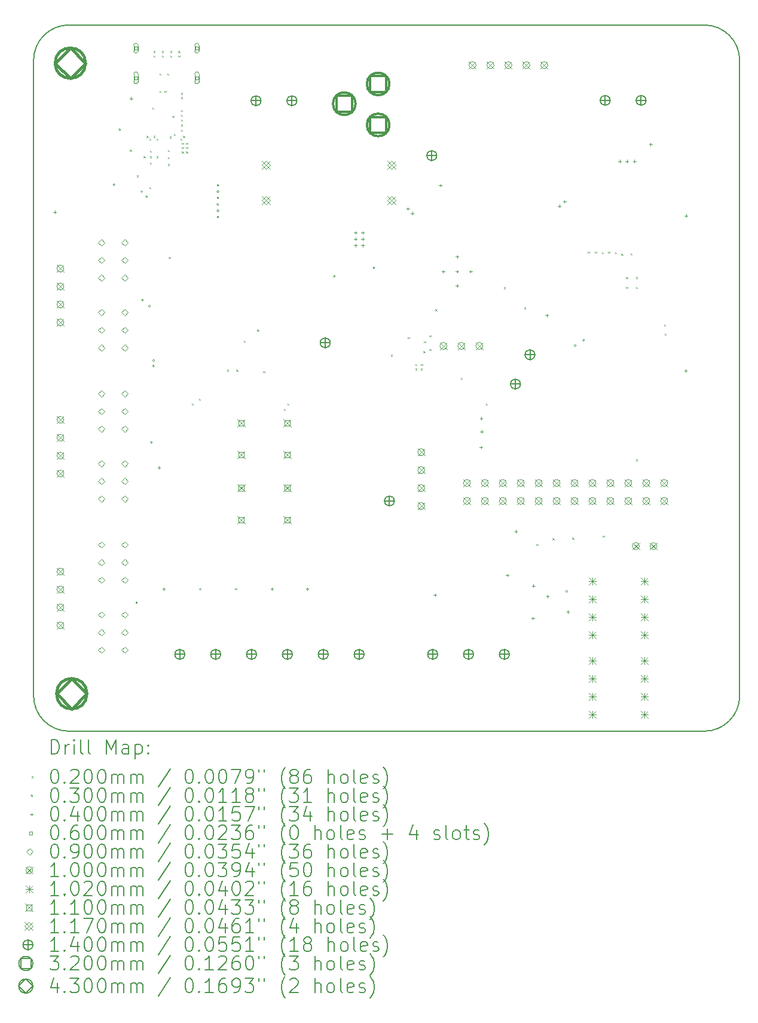
<source format=gbr>
%TF.GenerationSoftware,KiCad,Pcbnew,7.0.10*%
%TF.CreationDate,2024-05-27T00:36:53+02:00*%
%TF.ProjectId,ESPHome AIO,45535048-6f6d-4652-9041-494f2e6b6963,rev?*%
%TF.SameCoordinates,Original*%
%TF.FileFunction,Drillmap*%
%TF.FilePolarity,Positive*%
%FSLAX45Y45*%
G04 Gerber Fmt 4.5, Leading zero omitted, Abs format (unit mm)*
G04 Created by KiCad (PCBNEW 7.0.10) date 2024-05-27 00:36:53*
%MOMM*%
%LPD*%
G01*
G04 APERTURE LIST*
%ADD10C,0.200000*%
%ADD11C,0.100000*%
%ADD12C,0.102000*%
%ADD13C,0.110000*%
%ADD14C,0.117000*%
%ADD15C,0.140000*%
%ADD16C,0.320000*%
%ADD17C,0.430000*%
G04 APERTURE END LIST*
D10*
X18990000Y-4570000D02*
X18990000Y-13570000D01*
X18490000Y-14070000D02*
G75*
G03*
X18990000Y-13570000I0J500000D01*
G01*
X18990000Y-4570000D02*
G75*
G03*
X18490000Y-4070000I-500000J0D01*
G01*
X8990000Y-13570000D02*
G75*
G03*
X9490000Y-14070000I500000J0D01*
G01*
X8990000Y-13570000D02*
X8990000Y-4570000D01*
X9490000Y-14070000D02*
X18490000Y-14070000D01*
X9490000Y-4070000D02*
X18490000Y-4070000D01*
X9490000Y-4070000D02*
G75*
G03*
X8990000Y-4570000I0J-500000D01*
G01*
D11*
X10355000Y-5835000D02*
X10375000Y-5855000D01*
X10375000Y-5835000D02*
X10355000Y-5855000D01*
X10450000Y-6200000D02*
X10470000Y-6220000D01*
X10470000Y-6200000D02*
X10450000Y-6220000D01*
X10550000Y-5930000D02*
X10570000Y-5950000D01*
X10570000Y-5930000D02*
X10550000Y-5950000D01*
X10590000Y-5640000D02*
X10610000Y-5660000D01*
X10610000Y-5640000D02*
X10590000Y-5660000D01*
X10630000Y-5680000D02*
X10650000Y-5700000D01*
X10650000Y-5680000D02*
X10630000Y-5700000D01*
X10630000Y-6365000D02*
X10650000Y-6385000D01*
X10650000Y-6365000D02*
X10630000Y-6385000D01*
X10640000Y-5850000D02*
X10660000Y-5870000D01*
X10660000Y-5850000D02*
X10640000Y-5870000D01*
X10640000Y-5930000D02*
X10660000Y-5950000D01*
X10660000Y-5930000D02*
X10640000Y-5950000D01*
X10640000Y-6020000D02*
X10660000Y-6040000D01*
X10660000Y-6020000D02*
X10640000Y-6040000D01*
X10674000Y-5240000D02*
X10694000Y-5260000D01*
X10694000Y-5240000D02*
X10674000Y-5260000D01*
X10690000Y-4440000D02*
X10710000Y-4460000D01*
X10710000Y-4440000D02*
X10690000Y-4460000D01*
X10690000Y-4500000D02*
X10710000Y-4520000D01*
X10710000Y-4500000D02*
X10690000Y-4520000D01*
X10690000Y-5641000D02*
X10710000Y-5661000D01*
X10710000Y-5641000D02*
X10690000Y-5661000D01*
X10730000Y-5680000D02*
X10750000Y-5700000D01*
X10750000Y-5680000D02*
X10730000Y-5700000D01*
X10730000Y-5930000D02*
X10750000Y-5950000D01*
X10750000Y-5930000D02*
X10730000Y-5950000D01*
X10775000Y-4754000D02*
X10795000Y-4774000D01*
X10795000Y-4754000D02*
X10775000Y-4774000D01*
X10775000Y-5001708D02*
X10795000Y-5021708D01*
X10795000Y-5001708D02*
X10775000Y-5021708D01*
X10806667Y-4440000D02*
X10826667Y-4460000D01*
X10826667Y-4440000D02*
X10806667Y-4460000D01*
X10806667Y-4500000D02*
X10826667Y-4520000D01*
X10826667Y-4500000D02*
X10806667Y-4520000D01*
X10845000Y-5001708D02*
X10865000Y-5021708D01*
X10865000Y-5001708D02*
X10845000Y-5021708D01*
X10885000Y-4754000D02*
X10905000Y-4774000D01*
X10905000Y-4754000D02*
X10885000Y-4774000D01*
X10890000Y-5840000D02*
X10910000Y-5860000D01*
X10910000Y-5840000D02*
X10890000Y-5860000D01*
X10890000Y-5940000D02*
X10910000Y-5960000D01*
X10910000Y-5940000D02*
X10890000Y-5960000D01*
X10890000Y-6040000D02*
X10910000Y-6060000D01*
X10910000Y-6040000D02*
X10890000Y-6060000D01*
X10915000Y-5650000D02*
X10935000Y-5670000D01*
X10935000Y-5650000D02*
X10915000Y-5670000D01*
X10923333Y-4440000D02*
X10943333Y-4460000D01*
X10943333Y-4440000D02*
X10923333Y-4460000D01*
X10923333Y-4500000D02*
X10943333Y-4520000D01*
X10943333Y-4500000D02*
X10923333Y-4520000D01*
X10974000Y-5611000D02*
X10994000Y-5631000D01*
X10994000Y-5611000D02*
X10974000Y-5631000D01*
X11040000Y-4440000D02*
X11060000Y-4460000D01*
X11060000Y-4440000D02*
X11040000Y-4460000D01*
X11040000Y-4500000D02*
X11060000Y-4520000D01*
X11060000Y-4500000D02*
X11040000Y-4520000D01*
X11068000Y-5678000D02*
X11088000Y-5698000D01*
X11088000Y-5678000D02*
X11068000Y-5698000D01*
X11080000Y-5030000D02*
X11100000Y-5050000D01*
X11100000Y-5030000D02*
X11080000Y-5050000D01*
X11080000Y-5090000D02*
X11100000Y-5110000D01*
X11100000Y-5090000D02*
X11080000Y-5110000D01*
X11080000Y-5270000D02*
X11100000Y-5290000D01*
X11100000Y-5270000D02*
X11080000Y-5290000D01*
X11080000Y-5340000D02*
X11100000Y-5360000D01*
X11100000Y-5340000D02*
X11080000Y-5360000D01*
X11080000Y-5410000D02*
X11100000Y-5430000D01*
X11100000Y-5410000D02*
X11080000Y-5430000D01*
X11080000Y-5480000D02*
X11100000Y-5500000D01*
X11100000Y-5480000D02*
X11080000Y-5500000D01*
X11080000Y-5550000D02*
X11100000Y-5570000D01*
X11100000Y-5550000D02*
X11080000Y-5570000D01*
X11090000Y-5740000D02*
X11110000Y-5760000D01*
X11110000Y-5740000D02*
X11090000Y-5760000D01*
X11090000Y-5800000D02*
X11110000Y-5820000D01*
X11110000Y-5800000D02*
X11090000Y-5820000D01*
X11090000Y-5860000D02*
X11110000Y-5880000D01*
X11110000Y-5860000D02*
X11090000Y-5880000D01*
X11108000Y-5640000D02*
X11128000Y-5660000D01*
X11128000Y-5640000D02*
X11108000Y-5660000D01*
X11150000Y-5740000D02*
X11170000Y-5760000D01*
X11170000Y-5740000D02*
X11150000Y-5760000D01*
X11150000Y-5800000D02*
X11170000Y-5820000D01*
X11170000Y-5800000D02*
X11150000Y-5820000D01*
X11150000Y-5860000D02*
X11170000Y-5880000D01*
X11170000Y-5860000D02*
X11150000Y-5880000D01*
X11230000Y-9430000D02*
X11250000Y-9450000D01*
X11250000Y-9430000D02*
X11230000Y-9450000D01*
X11332500Y-9362500D02*
X11352500Y-9382500D01*
X11352500Y-9362500D02*
X11332500Y-9382500D01*
X11730000Y-8950000D02*
X11750000Y-8970000D01*
X11750000Y-8950000D02*
X11730000Y-8970000D01*
X11862500Y-8952188D02*
X11882500Y-8972188D01*
X11882500Y-8952188D02*
X11862500Y-8972188D01*
X11967500Y-8540000D02*
X11987500Y-8560000D01*
X11987500Y-8540000D02*
X11967500Y-8560000D01*
X12242500Y-8970000D02*
X12262500Y-8990000D01*
X12262500Y-8970000D02*
X12242500Y-8990000D01*
X12535000Y-9507500D02*
X12555000Y-9527500D01*
X12555000Y-9507500D02*
X12535000Y-9527500D01*
X12582500Y-9430000D02*
X12602500Y-9450000D01*
X12602500Y-9430000D02*
X12582500Y-9450000D01*
X14047500Y-8740000D02*
X14067500Y-8760000D01*
X14067500Y-8740000D02*
X14047500Y-8760000D01*
X14290000Y-8490000D02*
X14310000Y-8510000D01*
X14310000Y-8490000D02*
X14290000Y-8510000D01*
X14396000Y-8935000D02*
X14416000Y-8955000D01*
X14416000Y-8935000D02*
X14396000Y-8955000D01*
X14397000Y-8870000D02*
X14417000Y-8890000D01*
X14417000Y-8870000D02*
X14397000Y-8890000D01*
X14475000Y-8933000D02*
X14495000Y-8953000D01*
X14495000Y-8933000D02*
X14475000Y-8953000D01*
X14478000Y-8871000D02*
X14498000Y-8891000D01*
X14498000Y-8871000D02*
X14478000Y-8891000D01*
X14510000Y-8690000D02*
X14530000Y-8710000D01*
X14530000Y-8690000D02*
X14510000Y-8710000D01*
X14520000Y-8550000D02*
X14540000Y-8570000D01*
X14540000Y-8550000D02*
X14520000Y-8570000D01*
X14595000Y-8465000D02*
X14615000Y-8485000D01*
X14615000Y-8465000D02*
X14595000Y-8485000D01*
X14595000Y-8660000D02*
X14615000Y-8680000D01*
X14615000Y-8660000D02*
X14595000Y-8680000D01*
X14680000Y-8095000D02*
X14700000Y-8115000D01*
X14700000Y-8095000D02*
X14680000Y-8115000D01*
X15040000Y-9065000D02*
X15060000Y-9085000D01*
X15060000Y-9065000D02*
X15040000Y-9085000D01*
X15397500Y-9427500D02*
X15417500Y-9447500D01*
X15417500Y-9427500D02*
X15397500Y-9447500D01*
X15652500Y-7782500D02*
X15672500Y-7802500D01*
X15672500Y-7782500D02*
X15652500Y-7802500D01*
X15940000Y-8070000D02*
X15960000Y-8090000D01*
X15960000Y-8070000D02*
X15940000Y-8090000D01*
X16110000Y-11420000D02*
X16130000Y-11440000D01*
X16130000Y-11420000D02*
X16110000Y-11440000D01*
X16340000Y-11340000D02*
X16360000Y-11360000D01*
X16360000Y-11340000D02*
X16340000Y-11360000D01*
X16620000Y-11330000D02*
X16640000Y-11350000D01*
X16640000Y-11330000D02*
X16620000Y-11350000D01*
X16840000Y-7277500D02*
X16860000Y-7297500D01*
X16860000Y-7277500D02*
X16840000Y-7297500D01*
X16940000Y-7280000D02*
X16960000Y-7300000D01*
X16960000Y-7280000D02*
X16940000Y-7300000D01*
X17037500Y-7285000D02*
X17057500Y-7305000D01*
X17057500Y-7285000D02*
X17037500Y-7305000D01*
X17050000Y-11300000D02*
X17070000Y-11320000D01*
X17070000Y-11300000D02*
X17050000Y-11320000D01*
X17127500Y-7277500D02*
X17147500Y-7297500D01*
X17147500Y-7277500D02*
X17127500Y-7297500D01*
X17222500Y-7285000D02*
X17242500Y-7305000D01*
X17242500Y-7285000D02*
X17222500Y-7305000D01*
X17315000Y-7310000D02*
X17335000Y-7330000D01*
X17335000Y-7310000D02*
X17315000Y-7330000D01*
X17380000Y-7640000D02*
X17400000Y-7660000D01*
X17400000Y-7640000D02*
X17380000Y-7660000D01*
X17380000Y-7780000D02*
X17400000Y-7800000D01*
X17400000Y-7780000D02*
X17380000Y-7800000D01*
X17442500Y-7305000D02*
X17462500Y-7325000D01*
X17462500Y-7305000D02*
X17442500Y-7325000D01*
X17520000Y-7640000D02*
X17540000Y-7660000D01*
X17540000Y-7640000D02*
X17520000Y-7660000D01*
X17520000Y-7780000D02*
X17540000Y-7800000D01*
X17540000Y-7780000D02*
X17520000Y-7800000D01*
X17520000Y-10220000D02*
X17540000Y-10240000D01*
X17540000Y-10220000D02*
X17520000Y-10240000D01*
X17920000Y-8310000D02*
X17940000Y-8330000D01*
X17940000Y-8310000D02*
X17920000Y-8330000D01*
X17930000Y-8440000D02*
X17950000Y-8460000D01*
X17950000Y-8440000D02*
X17930000Y-8460000D01*
X10145000Y-6330000D02*
G75*
G03*
X10115000Y-6330000I-15000J0D01*
G01*
X10115000Y-6330000D02*
G75*
G03*
X10145000Y-6330000I15000J0D01*
G01*
X10225000Y-5550000D02*
G75*
G03*
X10195000Y-5550000I-15000J0D01*
G01*
X10195000Y-5550000D02*
G75*
G03*
X10225000Y-5550000I15000J0D01*
G01*
X10465000Y-12250000D02*
G75*
G03*
X10435000Y-12250000I-15000J0D01*
G01*
X10435000Y-12250000D02*
G75*
G03*
X10465000Y-12250000I15000J0D01*
G01*
X10535000Y-6430000D02*
G75*
G03*
X10505000Y-6430000I-15000J0D01*
G01*
X10505000Y-6430000D02*
G75*
G03*
X10535000Y-6430000I15000J0D01*
G01*
X10545000Y-7964853D02*
G75*
G03*
X10515000Y-7964853I-15000J0D01*
G01*
X10515000Y-7964853D02*
G75*
G03*
X10545000Y-7964853I15000J0D01*
G01*
X10605000Y-6500000D02*
G75*
G03*
X10575000Y-6500000I-15000J0D01*
G01*
X10575000Y-6500000D02*
G75*
G03*
X10605000Y-6500000I15000J0D01*
G01*
X10645000Y-8050000D02*
G75*
G03*
X10615000Y-8050000I-15000J0D01*
G01*
X10615000Y-8050000D02*
G75*
G03*
X10645000Y-8050000I15000J0D01*
G01*
X10675000Y-9980000D02*
G75*
G03*
X10645000Y-9980000I-15000J0D01*
G01*
X10645000Y-9980000D02*
G75*
G03*
X10675000Y-9980000I15000J0D01*
G01*
X10705000Y-8820000D02*
G75*
G03*
X10675000Y-8820000I-15000J0D01*
G01*
X10675000Y-8820000D02*
G75*
G03*
X10705000Y-8820000I15000J0D01*
G01*
X10705000Y-8900000D02*
G75*
G03*
X10675000Y-8900000I-15000J0D01*
G01*
X10675000Y-8900000D02*
G75*
G03*
X10705000Y-8900000I15000J0D01*
G01*
X10785000Y-10340000D02*
G75*
G03*
X10755000Y-10340000I-15000J0D01*
G01*
X10755000Y-10340000D02*
G75*
G03*
X10785000Y-10340000I15000J0D01*
G01*
X10855000Y-12060000D02*
G75*
G03*
X10825000Y-12060000I-15000J0D01*
G01*
X10825000Y-12060000D02*
G75*
G03*
X10855000Y-12060000I15000J0D01*
G01*
X10935000Y-7370000D02*
G75*
G03*
X10905000Y-7370000I-15000J0D01*
G01*
X10905000Y-7370000D02*
G75*
G03*
X10935000Y-7370000I15000J0D01*
G01*
X10985000Y-5370000D02*
G75*
G03*
X10955000Y-5370000I-15000J0D01*
G01*
X10955000Y-5370000D02*
G75*
G03*
X10985000Y-5370000I15000J0D01*
G01*
X11365000Y-12060000D02*
G75*
G03*
X11335000Y-12060000I-15000J0D01*
G01*
X11335000Y-12060000D02*
G75*
G03*
X11365000Y-12060000I15000J0D01*
G01*
X11615000Y-6340000D02*
G75*
G03*
X11585000Y-6340000I-15000J0D01*
G01*
X11585000Y-6340000D02*
G75*
G03*
X11615000Y-6340000I15000J0D01*
G01*
X11615000Y-6430000D02*
G75*
G03*
X11585000Y-6430000I-15000J0D01*
G01*
X11585000Y-6430000D02*
G75*
G03*
X11615000Y-6430000I15000J0D01*
G01*
X11615000Y-6520000D02*
G75*
G03*
X11585000Y-6520000I-15000J0D01*
G01*
X11585000Y-6520000D02*
G75*
G03*
X11615000Y-6520000I15000J0D01*
G01*
X11615000Y-6610000D02*
G75*
G03*
X11585000Y-6610000I-15000J0D01*
G01*
X11585000Y-6610000D02*
G75*
G03*
X11615000Y-6610000I15000J0D01*
G01*
X11615000Y-6700000D02*
G75*
G03*
X11585000Y-6700000I-15000J0D01*
G01*
X11585000Y-6700000D02*
G75*
G03*
X11615000Y-6700000I15000J0D01*
G01*
X11615000Y-6790000D02*
G75*
G03*
X11585000Y-6790000I-15000J0D01*
G01*
X11585000Y-6790000D02*
G75*
G03*
X11615000Y-6790000I15000J0D01*
G01*
X11875000Y-12060000D02*
G75*
G03*
X11845000Y-12060000I-15000J0D01*
G01*
X11845000Y-12060000D02*
G75*
G03*
X11875000Y-12060000I15000J0D01*
G01*
X12185000Y-8400000D02*
G75*
G03*
X12155000Y-8400000I-15000J0D01*
G01*
X12155000Y-8400000D02*
G75*
G03*
X12185000Y-8400000I15000J0D01*
G01*
X12385000Y-12060000D02*
G75*
G03*
X12355000Y-12060000I-15000J0D01*
G01*
X12355000Y-12060000D02*
G75*
G03*
X12385000Y-12060000I15000J0D01*
G01*
X12885000Y-12060000D02*
G75*
G03*
X12855000Y-12060000I-15000J0D01*
G01*
X12855000Y-12060000D02*
G75*
G03*
X12885000Y-12060000I15000J0D01*
G01*
X13265000Y-7630000D02*
G75*
G03*
X13235000Y-7630000I-15000J0D01*
G01*
X13235000Y-7630000D02*
G75*
G03*
X13265000Y-7630000I15000J0D01*
G01*
X13825000Y-7510000D02*
G75*
G03*
X13795000Y-7510000I-15000J0D01*
G01*
X13795000Y-7510000D02*
G75*
G03*
X13825000Y-7510000I15000J0D01*
G01*
X16555000Y-12090000D02*
G75*
G03*
X16525000Y-12090000I-15000J0D01*
G01*
X16525000Y-12090000D02*
G75*
G03*
X16555000Y-12090000I15000J0D01*
G01*
X16675000Y-8610000D02*
G75*
G03*
X16645000Y-8610000I-15000J0D01*
G01*
X16645000Y-8610000D02*
G75*
G03*
X16675000Y-8610000I15000J0D01*
G01*
X16795000Y-8535000D02*
G75*
G03*
X16765000Y-8535000I-15000J0D01*
G01*
X16765000Y-8535000D02*
G75*
G03*
X16795000Y-8535000I15000J0D01*
G01*
X18245000Y-8970000D02*
G75*
G03*
X18215000Y-8970000I-15000J0D01*
G01*
X18215000Y-8970000D02*
G75*
G03*
X18245000Y-8970000I15000J0D01*
G01*
X9290000Y-6700000D02*
X9290000Y-6740000D01*
X9270000Y-6720000D02*
X9310000Y-6720000D01*
X10370000Y-5090000D02*
X10370000Y-5130000D01*
X10350000Y-5110000D02*
X10390000Y-5110000D01*
X13550000Y-6990000D02*
X13550000Y-7030000D01*
X13530000Y-7010000D02*
X13570000Y-7010000D01*
X13550000Y-7080000D02*
X13550000Y-7120000D01*
X13530000Y-7100000D02*
X13570000Y-7100000D01*
X13550000Y-7170000D02*
X13550000Y-7210000D01*
X13530000Y-7190000D02*
X13570000Y-7190000D01*
X13650000Y-6990000D02*
X13650000Y-7030000D01*
X13630000Y-7010000D02*
X13670000Y-7010000D01*
X13650000Y-7080000D02*
X13650000Y-7120000D01*
X13630000Y-7100000D02*
X13670000Y-7100000D01*
X13650000Y-7170000D02*
X13650000Y-7210000D01*
X13630000Y-7190000D02*
X13670000Y-7190000D01*
X14290000Y-6650000D02*
X14290000Y-6690000D01*
X14270000Y-6670000D02*
X14310000Y-6670000D01*
X14355000Y-6715000D02*
X14355000Y-6755000D01*
X14335000Y-6735000D02*
X14375000Y-6735000D01*
X14675000Y-12120000D02*
X14675000Y-12160000D01*
X14655000Y-12140000D02*
X14695000Y-12140000D01*
X14750000Y-6320000D02*
X14750000Y-6360000D01*
X14730000Y-6340000D02*
X14770000Y-6340000D01*
X14790000Y-7540000D02*
X14790000Y-7580000D01*
X14770000Y-7560000D02*
X14810000Y-7560000D01*
X14990000Y-7330000D02*
X14990000Y-7370000D01*
X14970000Y-7350000D02*
X15010000Y-7350000D01*
X14990000Y-7540000D02*
X14990000Y-7580000D01*
X14970000Y-7560000D02*
X15010000Y-7560000D01*
X14990000Y-7740000D02*
X14990000Y-7780000D01*
X14970000Y-7760000D02*
X15010000Y-7760000D01*
X15180000Y-7540000D02*
X15180000Y-7580000D01*
X15160000Y-7560000D02*
X15200000Y-7560000D01*
X15327500Y-10030000D02*
X15327500Y-10070000D01*
X15307500Y-10050000D02*
X15347500Y-10050000D01*
X15330000Y-9620000D02*
X15330000Y-9660000D01*
X15310000Y-9640000D02*
X15350000Y-9640000D01*
X15335000Y-9805000D02*
X15335000Y-9845000D01*
X15315000Y-9825000D02*
X15355000Y-9825000D01*
X15700000Y-11840000D02*
X15700000Y-11880000D01*
X15680000Y-11860000D02*
X15720000Y-11860000D01*
X15820000Y-11220000D02*
X15820000Y-11260000D01*
X15800000Y-11240000D02*
X15840000Y-11240000D01*
X16060000Y-12450000D02*
X16060000Y-12490000D01*
X16040000Y-12470000D02*
X16080000Y-12470000D01*
X16070000Y-11990000D02*
X16070000Y-12030000D01*
X16050000Y-12010000D02*
X16090000Y-12010000D01*
X16260000Y-8160000D02*
X16260000Y-8200000D01*
X16240000Y-8180000D02*
X16280000Y-8180000D01*
X16270000Y-12140000D02*
X16270000Y-12180000D01*
X16250000Y-12160000D02*
X16290000Y-12160000D01*
X16435000Y-6615000D02*
X16435000Y-6655000D01*
X16415000Y-6635000D02*
X16455000Y-6635000D01*
X16510000Y-6550000D02*
X16510000Y-6590000D01*
X16490000Y-6570000D02*
X16530000Y-6570000D01*
X16557500Y-12360000D02*
X16557500Y-12400000D01*
X16537500Y-12380000D02*
X16577500Y-12380000D01*
X17290000Y-5980000D02*
X17290000Y-6020000D01*
X17270000Y-6000000D02*
X17310000Y-6000000D01*
X17394000Y-5980000D02*
X17394000Y-6020000D01*
X17374000Y-6000000D02*
X17414000Y-6000000D01*
X17500000Y-5980000D02*
X17500000Y-6020000D01*
X17480000Y-6000000D02*
X17520000Y-6000000D01*
X17730000Y-5740000D02*
X17730000Y-5780000D01*
X17710000Y-5760000D02*
X17750000Y-5760000D01*
X18230000Y-6750000D02*
X18230000Y-6790000D01*
X18210000Y-6770000D02*
X18250000Y-6770000D01*
X10459213Y-4418713D02*
X10459213Y-4376287D01*
X10416787Y-4376287D01*
X10416787Y-4418713D01*
X10459213Y-4418713D01*
X10468000Y-4437500D02*
X10468000Y-4357500D01*
X10468000Y-4357500D02*
G75*
G03*
X10408000Y-4357500I-30000J0D01*
G01*
X10408000Y-4357500D02*
X10408000Y-4437500D01*
X10408000Y-4437500D02*
G75*
G03*
X10468000Y-4437500I30000J0D01*
G01*
X10459213Y-4838713D02*
X10459213Y-4796287D01*
X10416787Y-4796287D01*
X10416787Y-4838713D01*
X10459213Y-4838713D01*
X10468000Y-4872500D02*
X10468000Y-4762500D01*
X10468000Y-4762500D02*
G75*
G03*
X10408000Y-4762500I-30000J0D01*
G01*
X10408000Y-4762500D02*
X10408000Y-4872500D01*
X10408000Y-4872500D02*
G75*
G03*
X10468000Y-4872500I30000J0D01*
G01*
X11323213Y-4418713D02*
X11323213Y-4376287D01*
X11280787Y-4376287D01*
X11280787Y-4418713D01*
X11323213Y-4418713D01*
X11332000Y-4437500D02*
X11332000Y-4357500D01*
X11332000Y-4357500D02*
G75*
G03*
X11272000Y-4357500I-30000J0D01*
G01*
X11272000Y-4357500D02*
X11272000Y-4437500D01*
X11272000Y-4437500D02*
G75*
G03*
X11332000Y-4437500I30000J0D01*
G01*
X11323213Y-4838713D02*
X11323213Y-4796287D01*
X11280787Y-4796287D01*
X11280787Y-4838713D01*
X11323213Y-4838713D01*
X11332000Y-4872500D02*
X11332000Y-4762500D01*
X11332000Y-4762500D02*
G75*
G03*
X11272000Y-4762500I-30000J0D01*
G01*
X11272000Y-4762500D02*
X11272000Y-4872500D01*
X11272000Y-4872500D02*
G75*
G03*
X11332000Y-4872500I30000J0D01*
G01*
X9950000Y-7195000D02*
X9995000Y-7150000D01*
X9950000Y-7105000D01*
X9905000Y-7150000D01*
X9950000Y-7195000D01*
X9950000Y-7445000D02*
X9995000Y-7400000D01*
X9950000Y-7355000D01*
X9905000Y-7400000D01*
X9950000Y-7445000D01*
X9950000Y-7695000D02*
X9995000Y-7650000D01*
X9950000Y-7605000D01*
X9905000Y-7650000D01*
X9950000Y-7695000D01*
X9950000Y-8185000D02*
X9995000Y-8140000D01*
X9950000Y-8095000D01*
X9905000Y-8140000D01*
X9950000Y-8185000D01*
X9950000Y-8435000D02*
X9995000Y-8390000D01*
X9950000Y-8345000D01*
X9905000Y-8390000D01*
X9950000Y-8435000D01*
X9950000Y-8685000D02*
X9995000Y-8640000D01*
X9950000Y-8595000D01*
X9905000Y-8640000D01*
X9950000Y-8685000D01*
X9950000Y-9335000D02*
X9995000Y-9290000D01*
X9950000Y-9245000D01*
X9905000Y-9290000D01*
X9950000Y-9335000D01*
X9950000Y-9585000D02*
X9995000Y-9540000D01*
X9950000Y-9495000D01*
X9905000Y-9540000D01*
X9950000Y-9585000D01*
X9950000Y-9835000D02*
X9995000Y-9790000D01*
X9950000Y-9745000D01*
X9905000Y-9790000D01*
X9950000Y-9835000D01*
X9950000Y-10325000D02*
X9995000Y-10280000D01*
X9950000Y-10235000D01*
X9905000Y-10280000D01*
X9950000Y-10325000D01*
X9950000Y-10575000D02*
X9995000Y-10530000D01*
X9950000Y-10485000D01*
X9905000Y-10530000D01*
X9950000Y-10575000D01*
X9950000Y-10825000D02*
X9995000Y-10780000D01*
X9950000Y-10735000D01*
X9905000Y-10780000D01*
X9950000Y-10825000D01*
X9950000Y-11475000D02*
X9995000Y-11430000D01*
X9950000Y-11385000D01*
X9905000Y-11430000D01*
X9950000Y-11475000D01*
X9950000Y-11725000D02*
X9995000Y-11680000D01*
X9950000Y-11635000D01*
X9905000Y-11680000D01*
X9950000Y-11725000D01*
X9950000Y-11975000D02*
X9995000Y-11930000D01*
X9950000Y-11885000D01*
X9905000Y-11930000D01*
X9950000Y-11975000D01*
X9950000Y-12465000D02*
X9995000Y-12420000D01*
X9950000Y-12375000D01*
X9905000Y-12420000D01*
X9950000Y-12465000D01*
X9950000Y-12715000D02*
X9995000Y-12670000D01*
X9950000Y-12625000D01*
X9905000Y-12670000D01*
X9950000Y-12715000D01*
X9950000Y-12965000D02*
X9995000Y-12920000D01*
X9950000Y-12875000D01*
X9905000Y-12920000D01*
X9950000Y-12965000D01*
X10280000Y-7195000D02*
X10325000Y-7150000D01*
X10280000Y-7105000D01*
X10235000Y-7150000D01*
X10280000Y-7195000D01*
X10280000Y-7445000D02*
X10325000Y-7400000D01*
X10280000Y-7355000D01*
X10235000Y-7400000D01*
X10280000Y-7445000D01*
X10280000Y-7695000D02*
X10325000Y-7650000D01*
X10280000Y-7605000D01*
X10235000Y-7650000D01*
X10280000Y-7695000D01*
X10280000Y-8185000D02*
X10325000Y-8140000D01*
X10280000Y-8095000D01*
X10235000Y-8140000D01*
X10280000Y-8185000D01*
X10280000Y-8435000D02*
X10325000Y-8390000D01*
X10280000Y-8345000D01*
X10235000Y-8390000D01*
X10280000Y-8435000D01*
X10280000Y-8685000D02*
X10325000Y-8640000D01*
X10280000Y-8595000D01*
X10235000Y-8640000D01*
X10280000Y-8685000D01*
X10280000Y-9335000D02*
X10325000Y-9290000D01*
X10280000Y-9245000D01*
X10235000Y-9290000D01*
X10280000Y-9335000D01*
X10280000Y-9585000D02*
X10325000Y-9540000D01*
X10280000Y-9495000D01*
X10235000Y-9540000D01*
X10280000Y-9585000D01*
X10280000Y-9835000D02*
X10325000Y-9790000D01*
X10280000Y-9745000D01*
X10235000Y-9790000D01*
X10280000Y-9835000D01*
X10280000Y-10325000D02*
X10325000Y-10280000D01*
X10280000Y-10235000D01*
X10235000Y-10280000D01*
X10280000Y-10325000D01*
X10280000Y-10575000D02*
X10325000Y-10530000D01*
X10280000Y-10485000D01*
X10235000Y-10530000D01*
X10280000Y-10575000D01*
X10280000Y-10825000D02*
X10325000Y-10780000D01*
X10280000Y-10735000D01*
X10235000Y-10780000D01*
X10280000Y-10825000D01*
X10280000Y-11475000D02*
X10325000Y-11430000D01*
X10280000Y-11385000D01*
X10235000Y-11430000D01*
X10280000Y-11475000D01*
X10280000Y-11725000D02*
X10325000Y-11680000D01*
X10280000Y-11635000D01*
X10235000Y-11680000D01*
X10280000Y-11725000D01*
X10280000Y-11975000D02*
X10325000Y-11930000D01*
X10280000Y-11885000D01*
X10235000Y-11930000D01*
X10280000Y-11975000D01*
X10280000Y-12465000D02*
X10325000Y-12420000D01*
X10280000Y-12375000D01*
X10235000Y-12420000D01*
X10280000Y-12465000D01*
X10280000Y-12715000D02*
X10325000Y-12670000D01*
X10280000Y-12625000D01*
X10235000Y-12670000D01*
X10280000Y-12715000D01*
X10280000Y-12965000D02*
X10325000Y-12920000D01*
X10280000Y-12875000D01*
X10235000Y-12920000D01*
X10280000Y-12965000D01*
X9320000Y-7470000D02*
X9420000Y-7570000D01*
X9420000Y-7470000D02*
X9320000Y-7570000D01*
X9420000Y-7520000D02*
G75*
G03*
X9320000Y-7520000I-50000J0D01*
G01*
X9320000Y-7520000D02*
G75*
G03*
X9420000Y-7520000I50000J0D01*
G01*
X9320000Y-7724000D02*
X9420000Y-7824000D01*
X9420000Y-7724000D02*
X9320000Y-7824000D01*
X9420000Y-7774000D02*
G75*
G03*
X9320000Y-7774000I-50000J0D01*
G01*
X9320000Y-7774000D02*
G75*
G03*
X9420000Y-7774000I50000J0D01*
G01*
X9320000Y-7978000D02*
X9420000Y-8078000D01*
X9420000Y-7978000D02*
X9320000Y-8078000D01*
X9420000Y-8028000D02*
G75*
G03*
X9320000Y-8028000I-50000J0D01*
G01*
X9320000Y-8028000D02*
G75*
G03*
X9420000Y-8028000I50000J0D01*
G01*
X9320000Y-8232000D02*
X9420000Y-8332000D01*
X9420000Y-8232000D02*
X9320000Y-8332000D01*
X9420000Y-8282000D02*
G75*
G03*
X9320000Y-8282000I-50000J0D01*
G01*
X9320000Y-8282000D02*
G75*
G03*
X9420000Y-8282000I50000J0D01*
G01*
X9320000Y-9610000D02*
X9420000Y-9710000D01*
X9420000Y-9610000D02*
X9320000Y-9710000D01*
X9420000Y-9660000D02*
G75*
G03*
X9320000Y-9660000I-50000J0D01*
G01*
X9320000Y-9660000D02*
G75*
G03*
X9420000Y-9660000I50000J0D01*
G01*
X9320000Y-9864000D02*
X9420000Y-9964000D01*
X9420000Y-9864000D02*
X9320000Y-9964000D01*
X9420000Y-9914000D02*
G75*
G03*
X9320000Y-9914000I-50000J0D01*
G01*
X9320000Y-9914000D02*
G75*
G03*
X9420000Y-9914000I50000J0D01*
G01*
X9320000Y-10118000D02*
X9420000Y-10218000D01*
X9420000Y-10118000D02*
X9320000Y-10218000D01*
X9420000Y-10168000D02*
G75*
G03*
X9320000Y-10168000I-50000J0D01*
G01*
X9320000Y-10168000D02*
G75*
G03*
X9420000Y-10168000I50000J0D01*
G01*
X9320000Y-10372000D02*
X9420000Y-10472000D01*
X9420000Y-10372000D02*
X9320000Y-10472000D01*
X9420000Y-10422000D02*
G75*
G03*
X9320000Y-10422000I-50000J0D01*
G01*
X9320000Y-10422000D02*
G75*
G03*
X9420000Y-10422000I50000J0D01*
G01*
X9320000Y-11760000D02*
X9420000Y-11860000D01*
X9420000Y-11760000D02*
X9320000Y-11860000D01*
X9420000Y-11810000D02*
G75*
G03*
X9320000Y-11810000I-50000J0D01*
G01*
X9320000Y-11810000D02*
G75*
G03*
X9420000Y-11810000I50000J0D01*
G01*
X9320000Y-12014000D02*
X9420000Y-12114000D01*
X9420000Y-12014000D02*
X9320000Y-12114000D01*
X9420000Y-12064000D02*
G75*
G03*
X9320000Y-12064000I-50000J0D01*
G01*
X9320000Y-12064000D02*
G75*
G03*
X9420000Y-12064000I50000J0D01*
G01*
X9320000Y-12268000D02*
X9420000Y-12368000D01*
X9420000Y-12268000D02*
X9320000Y-12368000D01*
X9420000Y-12318000D02*
G75*
G03*
X9320000Y-12318000I-50000J0D01*
G01*
X9320000Y-12318000D02*
G75*
G03*
X9420000Y-12318000I50000J0D01*
G01*
X9320000Y-12522000D02*
X9420000Y-12622000D01*
X9420000Y-12522000D02*
X9320000Y-12622000D01*
X9420000Y-12572000D02*
G75*
G03*
X9320000Y-12572000I-50000J0D01*
G01*
X9320000Y-12572000D02*
G75*
G03*
X9420000Y-12572000I50000J0D01*
G01*
X14430000Y-10070000D02*
X14530000Y-10170000D01*
X14530000Y-10070000D02*
X14430000Y-10170000D01*
X14530000Y-10120000D02*
G75*
G03*
X14430000Y-10120000I-50000J0D01*
G01*
X14430000Y-10120000D02*
G75*
G03*
X14530000Y-10120000I50000J0D01*
G01*
X14430000Y-10324000D02*
X14530000Y-10424000D01*
X14530000Y-10324000D02*
X14430000Y-10424000D01*
X14530000Y-10374000D02*
G75*
G03*
X14430000Y-10374000I-50000J0D01*
G01*
X14430000Y-10374000D02*
G75*
G03*
X14530000Y-10374000I50000J0D01*
G01*
X14430000Y-10578000D02*
X14530000Y-10678000D01*
X14530000Y-10578000D02*
X14430000Y-10678000D01*
X14530000Y-10628000D02*
G75*
G03*
X14430000Y-10628000I-50000J0D01*
G01*
X14430000Y-10628000D02*
G75*
G03*
X14530000Y-10628000I50000J0D01*
G01*
X14430000Y-10832000D02*
X14530000Y-10932000D01*
X14530000Y-10832000D02*
X14430000Y-10932000D01*
X14530000Y-10882000D02*
G75*
G03*
X14430000Y-10882000I-50000J0D01*
G01*
X14430000Y-10882000D02*
G75*
G03*
X14530000Y-10882000I50000J0D01*
G01*
X14745000Y-8565000D02*
X14845000Y-8665000D01*
X14845000Y-8565000D02*
X14745000Y-8665000D01*
X14845000Y-8615000D02*
G75*
G03*
X14745000Y-8615000I-50000J0D01*
G01*
X14745000Y-8615000D02*
G75*
G03*
X14845000Y-8615000I50000J0D01*
G01*
X14999000Y-8565000D02*
X15099000Y-8665000D01*
X15099000Y-8565000D02*
X14999000Y-8665000D01*
X15099000Y-8615000D02*
G75*
G03*
X14999000Y-8615000I-50000J0D01*
G01*
X14999000Y-8615000D02*
G75*
G03*
X15099000Y-8615000I50000J0D01*
G01*
X15078000Y-10506000D02*
X15178000Y-10606000D01*
X15178000Y-10506000D02*
X15078000Y-10606000D01*
X15178000Y-10556000D02*
G75*
G03*
X15078000Y-10556000I-50000J0D01*
G01*
X15078000Y-10556000D02*
G75*
G03*
X15178000Y-10556000I50000J0D01*
G01*
X15078000Y-10760000D02*
X15178000Y-10860000D01*
X15178000Y-10760000D02*
X15078000Y-10860000D01*
X15178000Y-10810000D02*
G75*
G03*
X15078000Y-10810000I-50000J0D01*
G01*
X15078000Y-10810000D02*
G75*
G03*
X15178000Y-10810000I50000J0D01*
G01*
X15156000Y-4590000D02*
X15256000Y-4690000D01*
X15256000Y-4590000D02*
X15156000Y-4690000D01*
X15256000Y-4640000D02*
G75*
G03*
X15156000Y-4640000I-50000J0D01*
G01*
X15156000Y-4640000D02*
G75*
G03*
X15256000Y-4640000I50000J0D01*
G01*
X15253000Y-8565000D02*
X15353000Y-8665000D01*
X15353000Y-8565000D02*
X15253000Y-8665000D01*
X15353000Y-8615000D02*
G75*
G03*
X15253000Y-8615000I-50000J0D01*
G01*
X15253000Y-8615000D02*
G75*
G03*
X15353000Y-8615000I50000J0D01*
G01*
X15332000Y-10506000D02*
X15432000Y-10606000D01*
X15432000Y-10506000D02*
X15332000Y-10606000D01*
X15432000Y-10556000D02*
G75*
G03*
X15332000Y-10556000I-50000J0D01*
G01*
X15332000Y-10556000D02*
G75*
G03*
X15432000Y-10556000I50000J0D01*
G01*
X15332000Y-10760000D02*
X15432000Y-10860000D01*
X15432000Y-10760000D02*
X15332000Y-10860000D01*
X15432000Y-10810000D02*
G75*
G03*
X15332000Y-10810000I-50000J0D01*
G01*
X15332000Y-10810000D02*
G75*
G03*
X15432000Y-10810000I50000J0D01*
G01*
X15410000Y-4590000D02*
X15510000Y-4690000D01*
X15510000Y-4590000D02*
X15410000Y-4690000D01*
X15510000Y-4640000D02*
G75*
G03*
X15410000Y-4640000I-50000J0D01*
G01*
X15410000Y-4640000D02*
G75*
G03*
X15510000Y-4640000I50000J0D01*
G01*
X15586000Y-10506000D02*
X15686000Y-10606000D01*
X15686000Y-10506000D02*
X15586000Y-10606000D01*
X15686000Y-10556000D02*
G75*
G03*
X15586000Y-10556000I-50000J0D01*
G01*
X15586000Y-10556000D02*
G75*
G03*
X15686000Y-10556000I50000J0D01*
G01*
X15586000Y-10760000D02*
X15686000Y-10860000D01*
X15686000Y-10760000D02*
X15586000Y-10860000D01*
X15686000Y-10810000D02*
G75*
G03*
X15586000Y-10810000I-50000J0D01*
G01*
X15586000Y-10810000D02*
G75*
G03*
X15686000Y-10810000I50000J0D01*
G01*
X15664000Y-4590000D02*
X15764000Y-4690000D01*
X15764000Y-4590000D02*
X15664000Y-4690000D01*
X15764000Y-4640000D02*
G75*
G03*
X15664000Y-4640000I-50000J0D01*
G01*
X15664000Y-4640000D02*
G75*
G03*
X15764000Y-4640000I50000J0D01*
G01*
X15840000Y-10506000D02*
X15940000Y-10606000D01*
X15940000Y-10506000D02*
X15840000Y-10606000D01*
X15940000Y-10556000D02*
G75*
G03*
X15840000Y-10556000I-50000J0D01*
G01*
X15840000Y-10556000D02*
G75*
G03*
X15940000Y-10556000I50000J0D01*
G01*
X15840000Y-10760000D02*
X15940000Y-10860000D01*
X15940000Y-10760000D02*
X15840000Y-10860000D01*
X15940000Y-10810000D02*
G75*
G03*
X15840000Y-10810000I-50000J0D01*
G01*
X15840000Y-10810000D02*
G75*
G03*
X15940000Y-10810000I50000J0D01*
G01*
X15918000Y-4590000D02*
X16018000Y-4690000D01*
X16018000Y-4590000D02*
X15918000Y-4690000D01*
X16018000Y-4640000D02*
G75*
G03*
X15918000Y-4640000I-50000J0D01*
G01*
X15918000Y-4640000D02*
G75*
G03*
X16018000Y-4640000I50000J0D01*
G01*
X16094000Y-10506000D02*
X16194000Y-10606000D01*
X16194000Y-10506000D02*
X16094000Y-10606000D01*
X16194000Y-10556000D02*
G75*
G03*
X16094000Y-10556000I-50000J0D01*
G01*
X16094000Y-10556000D02*
G75*
G03*
X16194000Y-10556000I50000J0D01*
G01*
X16094000Y-10760000D02*
X16194000Y-10860000D01*
X16194000Y-10760000D02*
X16094000Y-10860000D01*
X16194000Y-10810000D02*
G75*
G03*
X16094000Y-10810000I-50000J0D01*
G01*
X16094000Y-10810000D02*
G75*
G03*
X16194000Y-10810000I50000J0D01*
G01*
X16172000Y-4590000D02*
X16272000Y-4690000D01*
X16272000Y-4590000D02*
X16172000Y-4690000D01*
X16272000Y-4640000D02*
G75*
G03*
X16172000Y-4640000I-50000J0D01*
G01*
X16172000Y-4640000D02*
G75*
G03*
X16272000Y-4640000I50000J0D01*
G01*
X16348000Y-10506000D02*
X16448000Y-10606000D01*
X16448000Y-10506000D02*
X16348000Y-10606000D01*
X16448000Y-10556000D02*
G75*
G03*
X16348000Y-10556000I-50000J0D01*
G01*
X16348000Y-10556000D02*
G75*
G03*
X16448000Y-10556000I50000J0D01*
G01*
X16348000Y-10760000D02*
X16448000Y-10860000D01*
X16448000Y-10760000D02*
X16348000Y-10860000D01*
X16448000Y-10810000D02*
G75*
G03*
X16348000Y-10810000I-50000J0D01*
G01*
X16348000Y-10810000D02*
G75*
G03*
X16448000Y-10810000I50000J0D01*
G01*
X16602000Y-10506000D02*
X16702000Y-10606000D01*
X16702000Y-10506000D02*
X16602000Y-10606000D01*
X16702000Y-10556000D02*
G75*
G03*
X16602000Y-10556000I-50000J0D01*
G01*
X16602000Y-10556000D02*
G75*
G03*
X16702000Y-10556000I50000J0D01*
G01*
X16602000Y-10760000D02*
X16702000Y-10860000D01*
X16702000Y-10760000D02*
X16602000Y-10860000D01*
X16702000Y-10810000D02*
G75*
G03*
X16602000Y-10810000I-50000J0D01*
G01*
X16602000Y-10810000D02*
G75*
G03*
X16702000Y-10810000I50000J0D01*
G01*
X16856000Y-10506000D02*
X16956000Y-10606000D01*
X16956000Y-10506000D02*
X16856000Y-10606000D01*
X16956000Y-10556000D02*
G75*
G03*
X16856000Y-10556000I-50000J0D01*
G01*
X16856000Y-10556000D02*
G75*
G03*
X16956000Y-10556000I50000J0D01*
G01*
X16856000Y-10760000D02*
X16956000Y-10860000D01*
X16956000Y-10760000D02*
X16856000Y-10860000D01*
X16956000Y-10810000D02*
G75*
G03*
X16856000Y-10810000I-50000J0D01*
G01*
X16856000Y-10810000D02*
G75*
G03*
X16956000Y-10810000I50000J0D01*
G01*
X17110000Y-10506000D02*
X17210000Y-10606000D01*
X17210000Y-10506000D02*
X17110000Y-10606000D01*
X17210000Y-10556000D02*
G75*
G03*
X17110000Y-10556000I-50000J0D01*
G01*
X17110000Y-10556000D02*
G75*
G03*
X17210000Y-10556000I50000J0D01*
G01*
X17110000Y-10760000D02*
X17210000Y-10860000D01*
X17210000Y-10760000D02*
X17110000Y-10860000D01*
X17210000Y-10810000D02*
G75*
G03*
X17110000Y-10810000I-50000J0D01*
G01*
X17110000Y-10810000D02*
G75*
G03*
X17210000Y-10810000I50000J0D01*
G01*
X17364000Y-10506000D02*
X17464000Y-10606000D01*
X17464000Y-10506000D02*
X17364000Y-10606000D01*
X17464000Y-10556000D02*
G75*
G03*
X17364000Y-10556000I-50000J0D01*
G01*
X17364000Y-10556000D02*
G75*
G03*
X17464000Y-10556000I50000J0D01*
G01*
X17364000Y-10760000D02*
X17464000Y-10860000D01*
X17464000Y-10760000D02*
X17364000Y-10860000D01*
X17464000Y-10810000D02*
G75*
G03*
X17364000Y-10810000I-50000J0D01*
G01*
X17364000Y-10810000D02*
G75*
G03*
X17464000Y-10810000I50000J0D01*
G01*
X17470000Y-11400000D02*
X17570000Y-11500000D01*
X17570000Y-11400000D02*
X17470000Y-11500000D01*
X17570000Y-11450000D02*
G75*
G03*
X17470000Y-11450000I-50000J0D01*
G01*
X17470000Y-11450000D02*
G75*
G03*
X17570000Y-11450000I50000J0D01*
G01*
X17618000Y-10506000D02*
X17718000Y-10606000D01*
X17718000Y-10506000D02*
X17618000Y-10606000D01*
X17718000Y-10556000D02*
G75*
G03*
X17618000Y-10556000I-50000J0D01*
G01*
X17618000Y-10556000D02*
G75*
G03*
X17718000Y-10556000I50000J0D01*
G01*
X17618000Y-10760000D02*
X17718000Y-10860000D01*
X17718000Y-10760000D02*
X17618000Y-10860000D01*
X17718000Y-10810000D02*
G75*
G03*
X17618000Y-10810000I-50000J0D01*
G01*
X17618000Y-10810000D02*
G75*
G03*
X17718000Y-10810000I50000J0D01*
G01*
X17720000Y-11400000D02*
X17820000Y-11500000D01*
X17820000Y-11400000D02*
X17720000Y-11500000D01*
X17820000Y-11450000D02*
G75*
G03*
X17720000Y-11450000I-50000J0D01*
G01*
X17720000Y-11450000D02*
G75*
G03*
X17820000Y-11450000I50000J0D01*
G01*
X17872000Y-10506000D02*
X17972000Y-10606000D01*
X17972000Y-10506000D02*
X17872000Y-10606000D01*
X17972000Y-10556000D02*
G75*
G03*
X17872000Y-10556000I-50000J0D01*
G01*
X17872000Y-10556000D02*
G75*
G03*
X17972000Y-10556000I50000J0D01*
G01*
X17872000Y-10760000D02*
X17972000Y-10860000D01*
X17972000Y-10760000D02*
X17872000Y-10860000D01*
X17972000Y-10810000D02*
G75*
G03*
X17872000Y-10810000I-50000J0D01*
G01*
X17872000Y-10810000D02*
G75*
G03*
X17972000Y-10810000I50000J0D01*
G01*
D12*
X16856500Y-11894500D02*
X16958500Y-11996500D01*
X16958500Y-11894500D02*
X16856500Y-11996500D01*
X16907500Y-11894500D02*
X16907500Y-11996500D01*
X16856500Y-11945500D02*
X16958500Y-11945500D01*
X16856500Y-12148500D02*
X16958500Y-12250500D01*
X16958500Y-12148500D02*
X16856500Y-12250500D01*
X16907500Y-12148500D02*
X16907500Y-12250500D01*
X16856500Y-12199500D02*
X16958500Y-12199500D01*
X16856500Y-12402500D02*
X16958500Y-12504500D01*
X16958500Y-12402500D02*
X16856500Y-12504500D01*
X16907500Y-12402500D02*
X16907500Y-12504500D01*
X16856500Y-12453500D02*
X16958500Y-12453500D01*
X16856500Y-12656500D02*
X16958500Y-12758500D01*
X16958500Y-12656500D02*
X16856500Y-12758500D01*
X16907500Y-12656500D02*
X16907500Y-12758500D01*
X16856500Y-12707500D02*
X16958500Y-12707500D01*
X16856500Y-13024500D02*
X16958500Y-13126500D01*
X16958500Y-13024500D02*
X16856500Y-13126500D01*
X16907500Y-13024500D02*
X16907500Y-13126500D01*
X16856500Y-13075500D02*
X16958500Y-13075500D01*
X16856500Y-13278500D02*
X16958500Y-13380500D01*
X16958500Y-13278500D02*
X16856500Y-13380500D01*
X16907500Y-13278500D02*
X16907500Y-13380500D01*
X16856500Y-13329500D02*
X16958500Y-13329500D01*
X16856500Y-13532500D02*
X16958500Y-13634500D01*
X16958500Y-13532500D02*
X16856500Y-13634500D01*
X16907500Y-13532500D02*
X16907500Y-13634500D01*
X16856500Y-13583500D02*
X16958500Y-13583500D01*
X16856500Y-13786500D02*
X16958500Y-13888500D01*
X16958500Y-13786500D02*
X16856500Y-13888500D01*
X16907500Y-13786500D02*
X16907500Y-13888500D01*
X16856500Y-13837500D02*
X16958500Y-13837500D01*
X17586500Y-11894500D02*
X17688500Y-11996500D01*
X17688500Y-11894500D02*
X17586500Y-11996500D01*
X17637500Y-11894500D02*
X17637500Y-11996500D01*
X17586500Y-11945500D02*
X17688500Y-11945500D01*
X17586500Y-12148500D02*
X17688500Y-12250500D01*
X17688500Y-12148500D02*
X17586500Y-12250500D01*
X17637500Y-12148500D02*
X17637500Y-12250500D01*
X17586500Y-12199500D02*
X17688500Y-12199500D01*
X17586500Y-12402500D02*
X17688500Y-12504500D01*
X17688500Y-12402500D02*
X17586500Y-12504500D01*
X17637500Y-12402500D02*
X17637500Y-12504500D01*
X17586500Y-12453500D02*
X17688500Y-12453500D01*
X17586500Y-12656500D02*
X17688500Y-12758500D01*
X17688500Y-12656500D02*
X17586500Y-12758500D01*
X17637500Y-12656500D02*
X17637500Y-12758500D01*
X17586500Y-12707500D02*
X17688500Y-12707500D01*
X17586500Y-13024500D02*
X17688500Y-13126500D01*
X17688500Y-13024500D02*
X17586500Y-13126500D01*
X17637500Y-13024500D02*
X17637500Y-13126500D01*
X17586500Y-13075500D02*
X17688500Y-13075500D01*
X17586500Y-13278500D02*
X17688500Y-13380500D01*
X17688500Y-13278500D02*
X17586500Y-13380500D01*
X17637500Y-13278500D02*
X17637500Y-13380500D01*
X17586500Y-13329500D02*
X17688500Y-13329500D01*
X17586500Y-13532500D02*
X17688500Y-13634500D01*
X17688500Y-13532500D02*
X17586500Y-13634500D01*
X17637500Y-13532500D02*
X17637500Y-13634500D01*
X17586500Y-13583500D02*
X17688500Y-13583500D01*
X17586500Y-13786500D02*
X17688500Y-13888500D01*
X17688500Y-13786500D02*
X17586500Y-13888500D01*
X17637500Y-13786500D02*
X17637500Y-13888500D01*
X17586500Y-13837500D02*
X17688500Y-13837500D01*
D13*
X11875000Y-9650000D02*
X11985000Y-9760000D01*
X11985000Y-9650000D02*
X11875000Y-9760000D01*
X11968891Y-9743891D02*
X11968891Y-9666109D01*
X11891109Y-9666109D01*
X11891109Y-9743891D01*
X11968891Y-9743891D01*
X11875000Y-10100000D02*
X11985000Y-10210000D01*
X11985000Y-10100000D02*
X11875000Y-10210000D01*
X11968891Y-10193891D02*
X11968891Y-10116109D01*
X11891109Y-10116109D01*
X11891109Y-10193891D01*
X11968891Y-10193891D01*
X11875000Y-10570000D02*
X11985000Y-10680000D01*
X11985000Y-10570000D02*
X11875000Y-10680000D01*
X11968891Y-10663891D02*
X11968891Y-10586109D01*
X11891109Y-10586109D01*
X11891109Y-10663891D01*
X11968891Y-10663891D01*
X11875000Y-11020000D02*
X11985000Y-11130000D01*
X11985000Y-11020000D02*
X11875000Y-11130000D01*
X11968891Y-11113891D02*
X11968891Y-11036109D01*
X11891109Y-11036109D01*
X11891109Y-11113891D01*
X11968891Y-11113891D01*
X12525000Y-9650000D02*
X12635000Y-9760000D01*
X12635000Y-9650000D02*
X12525000Y-9760000D01*
X12618891Y-9743891D02*
X12618891Y-9666109D01*
X12541109Y-9666109D01*
X12541109Y-9743891D01*
X12618891Y-9743891D01*
X12525000Y-10100000D02*
X12635000Y-10210000D01*
X12635000Y-10100000D02*
X12525000Y-10210000D01*
X12618891Y-10193891D02*
X12618891Y-10116109D01*
X12541109Y-10116109D01*
X12541109Y-10193891D01*
X12618891Y-10193891D01*
X12525000Y-10570000D02*
X12635000Y-10680000D01*
X12635000Y-10570000D02*
X12525000Y-10680000D01*
X12618891Y-10663891D02*
X12618891Y-10586109D01*
X12541109Y-10586109D01*
X12541109Y-10663891D01*
X12618891Y-10663891D01*
X12525000Y-11020000D02*
X12635000Y-11130000D01*
X12635000Y-11020000D02*
X12525000Y-11130000D01*
X12618891Y-11113891D02*
X12618891Y-11036109D01*
X12541109Y-11036109D01*
X12541109Y-11113891D01*
X12618891Y-11113891D01*
D14*
X12221500Y-5991500D02*
X12338500Y-6108500D01*
X12338500Y-5991500D02*
X12221500Y-6108500D01*
X12280000Y-6108500D02*
X12338500Y-6050000D01*
X12280000Y-5991500D01*
X12221500Y-6050000D01*
X12280000Y-6108500D01*
X12221500Y-6491500D02*
X12338500Y-6608500D01*
X12338500Y-6491500D02*
X12221500Y-6608500D01*
X12280000Y-6608500D02*
X12338500Y-6550000D01*
X12280000Y-6491500D01*
X12221500Y-6550000D01*
X12280000Y-6608500D01*
X14001500Y-5991500D02*
X14118500Y-6108500D01*
X14118500Y-5991500D02*
X14001500Y-6108500D01*
X14060000Y-6108500D02*
X14118500Y-6050000D01*
X14060000Y-5991500D01*
X14001500Y-6050000D01*
X14060000Y-6108500D01*
X14001500Y-6491500D02*
X14118500Y-6608500D01*
X14118500Y-6491500D02*
X14001500Y-6608500D01*
X14060000Y-6608500D02*
X14118500Y-6550000D01*
X14060000Y-6491500D01*
X14001500Y-6550000D01*
X14060000Y-6608500D01*
D15*
X11060000Y-12912250D02*
X11060000Y-13052250D01*
X10990000Y-12982250D02*
X11130000Y-12982250D01*
X11130000Y-12982250D02*
G75*
G03*
X10990000Y-12982250I-70000J0D01*
G01*
X10990000Y-12982250D02*
G75*
G03*
X11130000Y-12982250I70000J0D01*
G01*
X11568000Y-12912250D02*
X11568000Y-13052250D01*
X11498000Y-12982250D02*
X11638000Y-12982250D01*
X11638000Y-12982250D02*
G75*
G03*
X11498000Y-12982250I-70000J0D01*
G01*
X11498000Y-12982250D02*
G75*
G03*
X11638000Y-12982250I70000J0D01*
G01*
X12076000Y-12912250D02*
X12076000Y-13052250D01*
X12006000Y-12982250D02*
X12146000Y-12982250D01*
X12146000Y-12982250D02*
G75*
G03*
X12006000Y-12982250I-70000J0D01*
G01*
X12006000Y-12982250D02*
G75*
G03*
X12146000Y-12982250I70000J0D01*
G01*
X12141000Y-5072750D02*
X12141000Y-5212750D01*
X12071000Y-5142750D02*
X12211000Y-5142750D01*
X12211000Y-5142750D02*
G75*
G03*
X12071000Y-5142750I-70000J0D01*
G01*
X12071000Y-5142750D02*
G75*
G03*
X12211000Y-5142750I70000J0D01*
G01*
X12584000Y-12912250D02*
X12584000Y-13052250D01*
X12514000Y-12982250D02*
X12654000Y-12982250D01*
X12654000Y-12982250D02*
G75*
G03*
X12514000Y-12982250I-70000J0D01*
G01*
X12514000Y-12982250D02*
G75*
G03*
X12654000Y-12982250I70000J0D01*
G01*
X12649000Y-5072750D02*
X12649000Y-5212750D01*
X12579000Y-5142750D02*
X12719000Y-5142750D01*
X12719000Y-5142750D02*
G75*
G03*
X12579000Y-5142750I-70000J0D01*
G01*
X12579000Y-5142750D02*
G75*
G03*
X12719000Y-5142750I70000J0D01*
G01*
X13092000Y-12912250D02*
X13092000Y-13052250D01*
X13022000Y-12982250D02*
X13162000Y-12982250D01*
X13162000Y-12982250D02*
G75*
G03*
X13022000Y-12982250I-70000J0D01*
G01*
X13022000Y-12982250D02*
G75*
G03*
X13162000Y-12982250I70000J0D01*
G01*
X13120000Y-8500000D02*
X13120000Y-8640000D01*
X13050000Y-8570000D02*
X13190000Y-8570000D01*
X13190000Y-8570000D02*
G75*
G03*
X13050000Y-8570000I-70000J0D01*
G01*
X13050000Y-8570000D02*
G75*
G03*
X13190000Y-8570000I70000J0D01*
G01*
X13600000Y-12912250D02*
X13600000Y-13052250D01*
X13530000Y-12982250D02*
X13670000Y-12982250D01*
X13670000Y-12982250D02*
G75*
G03*
X13530000Y-12982250I-70000J0D01*
G01*
X13530000Y-12982250D02*
G75*
G03*
X13670000Y-12982250I70000J0D01*
G01*
X14030000Y-10740000D02*
X14030000Y-10880000D01*
X13960000Y-10810000D02*
X14100000Y-10810000D01*
X14100000Y-10810000D02*
G75*
G03*
X13960000Y-10810000I-70000J0D01*
G01*
X13960000Y-10810000D02*
G75*
G03*
X14100000Y-10810000I70000J0D01*
G01*
X14630000Y-5850000D02*
X14630000Y-5990000D01*
X14560000Y-5920000D02*
X14700000Y-5920000D01*
X14700000Y-5920000D02*
G75*
G03*
X14560000Y-5920000I-70000J0D01*
G01*
X14560000Y-5920000D02*
G75*
G03*
X14700000Y-5920000I70000J0D01*
G01*
X14642000Y-12912250D02*
X14642000Y-13052250D01*
X14572000Y-12982250D02*
X14712000Y-12982250D01*
X14712000Y-12982250D02*
G75*
G03*
X14572000Y-12982250I-70000J0D01*
G01*
X14572000Y-12982250D02*
G75*
G03*
X14712000Y-12982250I70000J0D01*
G01*
X15150000Y-12912250D02*
X15150000Y-13052250D01*
X15080000Y-12982250D02*
X15220000Y-12982250D01*
X15220000Y-12982250D02*
G75*
G03*
X15080000Y-12982250I-70000J0D01*
G01*
X15080000Y-12982250D02*
G75*
G03*
X15220000Y-12982250I70000J0D01*
G01*
X15658000Y-12912250D02*
X15658000Y-13052250D01*
X15588000Y-12982250D02*
X15728000Y-12982250D01*
X15728000Y-12982250D02*
G75*
G03*
X15588000Y-12982250I-70000J0D01*
G01*
X15588000Y-12982250D02*
G75*
G03*
X15728000Y-12982250I70000J0D01*
G01*
X15815000Y-9085000D02*
X15815000Y-9225000D01*
X15745000Y-9155000D02*
X15885000Y-9155000D01*
X15885000Y-9155000D02*
G75*
G03*
X15745000Y-9155000I-70000J0D01*
G01*
X15745000Y-9155000D02*
G75*
G03*
X15885000Y-9155000I70000J0D01*
G01*
X16020000Y-8670000D02*
X16020000Y-8810000D01*
X15950000Y-8740000D02*
X16090000Y-8740000D01*
X16090000Y-8740000D02*
G75*
G03*
X15950000Y-8740000I-70000J0D01*
G01*
X15950000Y-8740000D02*
G75*
G03*
X16090000Y-8740000I70000J0D01*
G01*
X17086000Y-5067750D02*
X17086000Y-5207750D01*
X17016000Y-5137750D02*
X17156000Y-5137750D01*
X17156000Y-5137750D02*
G75*
G03*
X17016000Y-5137750I-70000J0D01*
G01*
X17016000Y-5137750D02*
G75*
G03*
X17156000Y-5137750I70000J0D01*
G01*
X17594000Y-5067750D02*
X17594000Y-5207750D01*
X17524000Y-5137750D02*
X17664000Y-5137750D01*
X17664000Y-5137750D02*
G75*
G03*
X17524000Y-5137750I-70000J0D01*
G01*
X17524000Y-5137750D02*
G75*
G03*
X17664000Y-5137750I70000J0D01*
G01*
D16*
X13503138Y-5298138D02*
X13503138Y-5071862D01*
X13276862Y-5071862D01*
X13276862Y-5298138D01*
X13503138Y-5298138D01*
X13550000Y-5185000D02*
G75*
G03*
X13230000Y-5185000I-160000J0D01*
G01*
X13230000Y-5185000D02*
G75*
G03*
X13550000Y-5185000I160000J0D01*
G01*
X13983138Y-5018138D02*
X13983138Y-4791862D01*
X13756862Y-4791862D01*
X13756862Y-5018138D01*
X13983138Y-5018138D01*
X14030000Y-4905000D02*
G75*
G03*
X13710000Y-4905000I-160000J0D01*
G01*
X13710000Y-4905000D02*
G75*
G03*
X14030000Y-4905000I160000J0D01*
G01*
X13983138Y-5598138D02*
X13983138Y-5371862D01*
X13756862Y-5371862D01*
X13756862Y-5598138D01*
X13983138Y-5598138D01*
X14030000Y-5485000D02*
G75*
G03*
X13710000Y-5485000I-160000J0D01*
G01*
X13710000Y-5485000D02*
G75*
G03*
X14030000Y-5485000I160000J0D01*
G01*
D17*
X9510000Y-4825000D02*
X9725000Y-4610000D01*
X9510000Y-4395000D01*
X9295000Y-4610000D01*
X9510000Y-4825000D01*
X9725000Y-4610000D02*
G75*
G03*
X9295000Y-4610000I-215000J0D01*
G01*
X9295000Y-4610000D02*
G75*
G03*
X9725000Y-4610000I215000J0D01*
G01*
X9530000Y-13755000D02*
X9745000Y-13540000D01*
X9530000Y-13325000D01*
X9315000Y-13540000D01*
X9530000Y-13755000D01*
X9745000Y-13540000D02*
G75*
G03*
X9315000Y-13540000I-215000J0D01*
G01*
X9315000Y-13540000D02*
G75*
G03*
X9745000Y-13540000I215000J0D01*
G01*
D10*
X9240777Y-14391484D02*
X9240777Y-14191484D01*
X9240777Y-14191484D02*
X9288396Y-14191484D01*
X9288396Y-14191484D02*
X9316967Y-14201008D01*
X9316967Y-14201008D02*
X9336015Y-14220055D01*
X9336015Y-14220055D02*
X9345539Y-14239103D01*
X9345539Y-14239103D02*
X9355063Y-14277198D01*
X9355063Y-14277198D02*
X9355063Y-14305769D01*
X9355063Y-14305769D02*
X9345539Y-14343865D01*
X9345539Y-14343865D02*
X9336015Y-14362912D01*
X9336015Y-14362912D02*
X9316967Y-14381960D01*
X9316967Y-14381960D02*
X9288396Y-14391484D01*
X9288396Y-14391484D02*
X9240777Y-14391484D01*
X9440777Y-14391484D02*
X9440777Y-14258150D01*
X9440777Y-14296246D02*
X9450301Y-14277198D01*
X9450301Y-14277198D02*
X9459824Y-14267674D01*
X9459824Y-14267674D02*
X9478872Y-14258150D01*
X9478872Y-14258150D02*
X9497920Y-14258150D01*
X9564586Y-14391484D02*
X9564586Y-14258150D01*
X9564586Y-14191484D02*
X9555063Y-14201008D01*
X9555063Y-14201008D02*
X9564586Y-14210531D01*
X9564586Y-14210531D02*
X9574110Y-14201008D01*
X9574110Y-14201008D02*
X9564586Y-14191484D01*
X9564586Y-14191484D02*
X9564586Y-14210531D01*
X9688396Y-14391484D02*
X9669348Y-14381960D01*
X9669348Y-14381960D02*
X9659824Y-14362912D01*
X9659824Y-14362912D02*
X9659824Y-14191484D01*
X9793158Y-14391484D02*
X9774110Y-14381960D01*
X9774110Y-14381960D02*
X9764586Y-14362912D01*
X9764586Y-14362912D02*
X9764586Y-14191484D01*
X10021729Y-14391484D02*
X10021729Y-14191484D01*
X10021729Y-14191484D02*
X10088396Y-14334341D01*
X10088396Y-14334341D02*
X10155063Y-14191484D01*
X10155063Y-14191484D02*
X10155063Y-14391484D01*
X10336015Y-14391484D02*
X10336015Y-14286722D01*
X10336015Y-14286722D02*
X10326491Y-14267674D01*
X10326491Y-14267674D02*
X10307444Y-14258150D01*
X10307444Y-14258150D02*
X10269348Y-14258150D01*
X10269348Y-14258150D02*
X10250301Y-14267674D01*
X10336015Y-14381960D02*
X10316967Y-14391484D01*
X10316967Y-14391484D02*
X10269348Y-14391484D01*
X10269348Y-14391484D02*
X10250301Y-14381960D01*
X10250301Y-14381960D02*
X10240777Y-14362912D01*
X10240777Y-14362912D02*
X10240777Y-14343865D01*
X10240777Y-14343865D02*
X10250301Y-14324817D01*
X10250301Y-14324817D02*
X10269348Y-14315293D01*
X10269348Y-14315293D02*
X10316967Y-14315293D01*
X10316967Y-14315293D02*
X10336015Y-14305769D01*
X10431253Y-14258150D02*
X10431253Y-14458150D01*
X10431253Y-14267674D02*
X10450301Y-14258150D01*
X10450301Y-14258150D02*
X10488396Y-14258150D01*
X10488396Y-14258150D02*
X10507444Y-14267674D01*
X10507444Y-14267674D02*
X10516967Y-14277198D01*
X10516967Y-14277198D02*
X10526491Y-14296246D01*
X10526491Y-14296246D02*
X10526491Y-14353388D01*
X10526491Y-14353388D02*
X10516967Y-14372436D01*
X10516967Y-14372436D02*
X10507444Y-14381960D01*
X10507444Y-14381960D02*
X10488396Y-14391484D01*
X10488396Y-14391484D02*
X10450301Y-14391484D01*
X10450301Y-14391484D02*
X10431253Y-14381960D01*
X10612205Y-14372436D02*
X10621729Y-14381960D01*
X10621729Y-14381960D02*
X10612205Y-14391484D01*
X10612205Y-14391484D02*
X10602682Y-14381960D01*
X10602682Y-14381960D02*
X10612205Y-14372436D01*
X10612205Y-14372436D02*
X10612205Y-14391484D01*
X10612205Y-14267674D02*
X10621729Y-14277198D01*
X10621729Y-14277198D02*
X10612205Y-14286722D01*
X10612205Y-14286722D02*
X10602682Y-14277198D01*
X10602682Y-14277198D02*
X10612205Y-14267674D01*
X10612205Y-14267674D02*
X10612205Y-14286722D01*
D11*
X8960000Y-14710000D02*
X8980000Y-14730000D01*
X8980000Y-14710000D02*
X8960000Y-14730000D01*
D10*
X9278872Y-14611484D02*
X9297920Y-14611484D01*
X9297920Y-14611484D02*
X9316967Y-14621008D01*
X9316967Y-14621008D02*
X9326491Y-14630531D01*
X9326491Y-14630531D02*
X9336015Y-14649579D01*
X9336015Y-14649579D02*
X9345539Y-14687674D01*
X9345539Y-14687674D02*
X9345539Y-14735293D01*
X9345539Y-14735293D02*
X9336015Y-14773388D01*
X9336015Y-14773388D02*
X9326491Y-14792436D01*
X9326491Y-14792436D02*
X9316967Y-14801960D01*
X9316967Y-14801960D02*
X9297920Y-14811484D01*
X9297920Y-14811484D02*
X9278872Y-14811484D01*
X9278872Y-14811484D02*
X9259824Y-14801960D01*
X9259824Y-14801960D02*
X9250301Y-14792436D01*
X9250301Y-14792436D02*
X9240777Y-14773388D01*
X9240777Y-14773388D02*
X9231253Y-14735293D01*
X9231253Y-14735293D02*
X9231253Y-14687674D01*
X9231253Y-14687674D02*
X9240777Y-14649579D01*
X9240777Y-14649579D02*
X9250301Y-14630531D01*
X9250301Y-14630531D02*
X9259824Y-14621008D01*
X9259824Y-14621008D02*
X9278872Y-14611484D01*
X9431253Y-14792436D02*
X9440777Y-14801960D01*
X9440777Y-14801960D02*
X9431253Y-14811484D01*
X9431253Y-14811484D02*
X9421729Y-14801960D01*
X9421729Y-14801960D02*
X9431253Y-14792436D01*
X9431253Y-14792436D02*
X9431253Y-14811484D01*
X9516967Y-14630531D02*
X9526491Y-14621008D01*
X9526491Y-14621008D02*
X9545539Y-14611484D01*
X9545539Y-14611484D02*
X9593158Y-14611484D01*
X9593158Y-14611484D02*
X9612205Y-14621008D01*
X9612205Y-14621008D02*
X9621729Y-14630531D01*
X9621729Y-14630531D02*
X9631253Y-14649579D01*
X9631253Y-14649579D02*
X9631253Y-14668627D01*
X9631253Y-14668627D02*
X9621729Y-14697198D01*
X9621729Y-14697198D02*
X9507444Y-14811484D01*
X9507444Y-14811484D02*
X9631253Y-14811484D01*
X9755063Y-14611484D02*
X9774110Y-14611484D01*
X9774110Y-14611484D02*
X9793158Y-14621008D01*
X9793158Y-14621008D02*
X9802682Y-14630531D01*
X9802682Y-14630531D02*
X9812205Y-14649579D01*
X9812205Y-14649579D02*
X9821729Y-14687674D01*
X9821729Y-14687674D02*
X9821729Y-14735293D01*
X9821729Y-14735293D02*
X9812205Y-14773388D01*
X9812205Y-14773388D02*
X9802682Y-14792436D01*
X9802682Y-14792436D02*
X9793158Y-14801960D01*
X9793158Y-14801960D02*
X9774110Y-14811484D01*
X9774110Y-14811484D02*
X9755063Y-14811484D01*
X9755063Y-14811484D02*
X9736015Y-14801960D01*
X9736015Y-14801960D02*
X9726491Y-14792436D01*
X9726491Y-14792436D02*
X9716967Y-14773388D01*
X9716967Y-14773388D02*
X9707444Y-14735293D01*
X9707444Y-14735293D02*
X9707444Y-14687674D01*
X9707444Y-14687674D02*
X9716967Y-14649579D01*
X9716967Y-14649579D02*
X9726491Y-14630531D01*
X9726491Y-14630531D02*
X9736015Y-14621008D01*
X9736015Y-14621008D02*
X9755063Y-14611484D01*
X9945539Y-14611484D02*
X9964586Y-14611484D01*
X9964586Y-14611484D02*
X9983634Y-14621008D01*
X9983634Y-14621008D02*
X9993158Y-14630531D01*
X9993158Y-14630531D02*
X10002682Y-14649579D01*
X10002682Y-14649579D02*
X10012205Y-14687674D01*
X10012205Y-14687674D02*
X10012205Y-14735293D01*
X10012205Y-14735293D02*
X10002682Y-14773388D01*
X10002682Y-14773388D02*
X9993158Y-14792436D01*
X9993158Y-14792436D02*
X9983634Y-14801960D01*
X9983634Y-14801960D02*
X9964586Y-14811484D01*
X9964586Y-14811484D02*
X9945539Y-14811484D01*
X9945539Y-14811484D02*
X9926491Y-14801960D01*
X9926491Y-14801960D02*
X9916967Y-14792436D01*
X9916967Y-14792436D02*
X9907444Y-14773388D01*
X9907444Y-14773388D02*
X9897920Y-14735293D01*
X9897920Y-14735293D02*
X9897920Y-14687674D01*
X9897920Y-14687674D02*
X9907444Y-14649579D01*
X9907444Y-14649579D02*
X9916967Y-14630531D01*
X9916967Y-14630531D02*
X9926491Y-14621008D01*
X9926491Y-14621008D02*
X9945539Y-14611484D01*
X10097920Y-14811484D02*
X10097920Y-14678150D01*
X10097920Y-14697198D02*
X10107444Y-14687674D01*
X10107444Y-14687674D02*
X10126491Y-14678150D01*
X10126491Y-14678150D02*
X10155063Y-14678150D01*
X10155063Y-14678150D02*
X10174110Y-14687674D01*
X10174110Y-14687674D02*
X10183634Y-14706722D01*
X10183634Y-14706722D02*
X10183634Y-14811484D01*
X10183634Y-14706722D02*
X10193158Y-14687674D01*
X10193158Y-14687674D02*
X10212205Y-14678150D01*
X10212205Y-14678150D02*
X10240777Y-14678150D01*
X10240777Y-14678150D02*
X10259825Y-14687674D01*
X10259825Y-14687674D02*
X10269348Y-14706722D01*
X10269348Y-14706722D02*
X10269348Y-14811484D01*
X10364586Y-14811484D02*
X10364586Y-14678150D01*
X10364586Y-14697198D02*
X10374110Y-14687674D01*
X10374110Y-14687674D02*
X10393158Y-14678150D01*
X10393158Y-14678150D02*
X10421729Y-14678150D01*
X10421729Y-14678150D02*
X10440777Y-14687674D01*
X10440777Y-14687674D02*
X10450301Y-14706722D01*
X10450301Y-14706722D02*
X10450301Y-14811484D01*
X10450301Y-14706722D02*
X10459825Y-14687674D01*
X10459825Y-14687674D02*
X10478872Y-14678150D01*
X10478872Y-14678150D02*
X10507444Y-14678150D01*
X10507444Y-14678150D02*
X10526491Y-14687674D01*
X10526491Y-14687674D02*
X10536015Y-14706722D01*
X10536015Y-14706722D02*
X10536015Y-14811484D01*
X10926491Y-14601960D02*
X10755063Y-14859103D01*
X11183634Y-14611484D02*
X11202682Y-14611484D01*
X11202682Y-14611484D02*
X11221729Y-14621008D01*
X11221729Y-14621008D02*
X11231253Y-14630531D01*
X11231253Y-14630531D02*
X11240777Y-14649579D01*
X11240777Y-14649579D02*
X11250301Y-14687674D01*
X11250301Y-14687674D02*
X11250301Y-14735293D01*
X11250301Y-14735293D02*
X11240777Y-14773388D01*
X11240777Y-14773388D02*
X11231253Y-14792436D01*
X11231253Y-14792436D02*
X11221729Y-14801960D01*
X11221729Y-14801960D02*
X11202682Y-14811484D01*
X11202682Y-14811484D02*
X11183634Y-14811484D01*
X11183634Y-14811484D02*
X11164587Y-14801960D01*
X11164587Y-14801960D02*
X11155063Y-14792436D01*
X11155063Y-14792436D02*
X11145539Y-14773388D01*
X11145539Y-14773388D02*
X11136015Y-14735293D01*
X11136015Y-14735293D02*
X11136015Y-14687674D01*
X11136015Y-14687674D02*
X11145539Y-14649579D01*
X11145539Y-14649579D02*
X11155063Y-14630531D01*
X11155063Y-14630531D02*
X11164587Y-14621008D01*
X11164587Y-14621008D02*
X11183634Y-14611484D01*
X11336015Y-14792436D02*
X11345539Y-14801960D01*
X11345539Y-14801960D02*
X11336015Y-14811484D01*
X11336015Y-14811484D02*
X11326491Y-14801960D01*
X11326491Y-14801960D02*
X11336015Y-14792436D01*
X11336015Y-14792436D02*
X11336015Y-14811484D01*
X11469348Y-14611484D02*
X11488396Y-14611484D01*
X11488396Y-14611484D02*
X11507444Y-14621008D01*
X11507444Y-14621008D02*
X11516967Y-14630531D01*
X11516967Y-14630531D02*
X11526491Y-14649579D01*
X11526491Y-14649579D02*
X11536015Y-14687674D01*
X11536015Y-14687674D02*
X11536015Y-14735293D01*
X11536015Y-14735293D02*
X11526491Y-14773388D01*
X11526491Y-14773388D02*
X11516967Y-14792436D01*
X11516967Y-14792436D02*
X11507444Y-14801960D01*
X11507444Y-14801960D02*
X11488396Y-14811484D01*
X11488396Y-14811484D02*
X11469348Y-14811484D01*
X11469348Y-14811484D02*
X11450301Y-14801960D01*
X11450301Y-14801960D02*
X11440777Y-14792436D01*
X11440777Y-14792436D02*
X11431253Y-14773388D01*
X11431253Y-14773388D02*
X11421729Y-14735293D01*
X11421729Y-14735293D02*
X11421729Y-14687674D01*
X11421729Y-14687674D02*
X11431253Y-14649579D01*
X11431253Y-14649579D02*
X11440777Y-14630531D01*
X11440777Y-14630531D02*
X11450301Y-14621008D01*
X11450301Y-14621008D02*
X11469348Y-14611484D01*
X11659825Y-14611484D02*
X11678872Y-14611484D01*
X11678872Y-14611484D02*
X11697920Y-14621008D01*
X11697920Y-14621008D02*
X11707444Y-14630531D01*
X11707444Y-14630531D02*
X11716967Y-14649579D01*
X11716967Y-14649579D02*
X11726491Y-14687674D01*
X11726491Y-14687674D02*
X11726491Y-14735293D01*
X11726491Y-14735293D02*
X11716967Y-14773388D01*
X11716967Y-14773388D02*
X11707444Y-14792436D01*
X11707444Y-14792436D02*
X11697920Y-14801960D01*
X11697920Y-14801960D02*
X11678872Y-14811484D01*
X11678872Y-14811484D02*
X11659825Y-14811484D01*
X11659825Y-14811484D02*
X11640777Y-14801960D01*
X11640777Y-14801960D02*
X11631253Y-14792436D01*
X11631253Y-14792436D02*
X11621729Y-14773388D01*
X11621729Y-14773388D02*
X11612206Y-14735293D01*
X11612206Y-14735293D02*
X11612206Y-14687674D01*
X11612206Y-14687674D02*
X11621729Y-14649579D01*
X11621729Y-14649579D02*
X11631253Y-14630531D01*
X11631253Y-14630531D02*
X11640777Y-14621008D01*
X11640777Y-14621008D02*
X11659825Y-14611484D01*
X11793158Y-14611484D02*
X11926491Y-14611484D01*
X11926491Y-14611484D02*
X11840777Y-14811484D01*
X12012206Y-14811484D02*
X12050301Y-14811484D01*
X12050301Y-14811484D02*
X12069348Y-14801960D01*
X12069348Y-14801960D02*
X12078872Y-14792436D01*
X12078872Y-14792436D02*
X12097920Y-14763865D01*
X12097920Y-14763865D02*
X12107444Y-14725769D01*
X12107444Y-14725769D02*
X12107444Y-14649579D01*
X12107444Y-14649579D02*
X12097920Y-14630531D01*
X12097920Y-14630531D02*
X12088396Y-14621008D01*
X12088396Y-14621008D02*
X12069348Y-14611484D01*
X12069348Y-14611484D02*
X12031253Y-14611484D01*
X12031253Y-14611484D02*
X12012206Y-14621008D01*
X12012206Y-14621008D02*
X12002682Y-14630531D01*
X12002682Y-14630531D02*
X11993158Y-14649579D01*
X11993158Y-14649579D02*
X11993158Y-14697198D01*
X11993158Y-14697198D02*
X12002682Y-14716246D01*
X12002682Y-14716246D02*
X12012206Y-14725769D01*
X12012206Y-14725769D02*
X12031253Y-14735293D01*
X12031253Y-14735293D02*
X12069348Y-14735293D01*
X12069348Y-14735293D02*
X12088396Y-14725769D01*
X12088396Y-14725769D02*
X12097920Y-14716246D01*
X12097920Y-14716246D02*
X12107444Y-14697198D01*
X12183634Y-14611484D02*
X12183634Y-14649579D01*
X12259825Y-14611484D02*
X12259825Y-14649579D01*
X12555063Y-14887674D02*
X12545539Y-14878150D01*
X12545539Y-14878150D02*
X12526491Y-14849579D01*
X12526491Y-14849579D02*
X12516968Y-14830531D01*
X12516968Y-14830531D02*
X12507444Y-14801960D01*
X12507444Y-14801960D02*
X12497920Y-14754341D01*
X12497920Y-14754341D02*
X12497920Y-14716246D01*
X12497920Y-14716246D02*
X12507444Y-14668627D01*
X12507444Y-14668627D02*
X12516968Y-14640055D01*
X12516968Y-14640055D02*
X12526491Y-14621008D01*
X12526491Y-14621008D02*
X12545539Y-14592436D01*
X12545539Y-14592436D02*
X12555063Y-14582912D01*
X12659825Y-14697198D02*
X12640777Y-14687674D01*
X12640777Y-14687674D02*
X12631253Y-14678150D01*
X12631253Y-14678150D02*
X12621729Y-14659103D01*
X12621729Y-14659103D02*
X12621729Y-14649579D01*
X12621729Y-14649579D02*
X12631253Y-14630531D01*
X12631253Y-14630531D02*
X12640777Y-14621008D01*
X12640777Y-14621008D02*
X12659825Y-14611484D01*
X12659825Y-14611484D02*
X12697920Y-14611484D01*
X12697920Y-14611484D02*
X12716968Y-14621008D01*
X12716968Y-14621008D02*
X12726491Y-14630531D01*
X12726491Y-14630531D02*
X12736015Y-14649579D01*
X12736015Y-14649579D02*
X12736015Y-14659103D01*
X12736015Y-14659103D02*
X12726491Y-14678150D01*
X12726491Y-14678150D02*
X12716968Y-14687674D01*
X12716968Y-14687674D02*
X12697920Y-14697198D01*
X12697920Y-14697198D02*
X12659825Y-14697198D01*
X12659825Y-14697198D02*
X12640777Y-14706722D01*
X12640777Y-14706722D02*
X12631253Y-14716246D01*
X12631253Y-14716246D02*
X12621729Y-14735293D01*
X12621729Y-14735293D02*
X12621729Y-14773388D01*
X12621729Y-14773388D02*
X12631253Y-14792436D01*
X12631253Y-14792436D02*
X12640777Y-14801960D01*
X12640777Y-14801960D02*
X12659825Y-14811484D01*
X12659825Y-14811484D02*
X12697920Y-14811484D01*
X12697920Y-14811484D02*
X12716968Y-14801960D01*
X12716968Y-14801960D02*
X12726491Y-14792436D01*
X12726491Y-14792436D02*
X12736015Y-14773388D01*
X12736015Y-14773388D02*
X12736015Y-14735293D01*
X12736015Y-14735293D02*
X12726491Y-14716246D01*
X12726491Y-14716246D02*
X12716968Y-14706722D01*
X12716968Y-14706722D02*
X12697920Y-14697198D01*
X12907444Y-14611484D02*
X12869348Y-14611484D01*
X12869348Y-14611484D02*
X12850301Y-14621008D01*
X12850301Y-14621008D02*
X12840777Y-14630531D01*
X12840777Y-14630531D02*
X12821729Y-14659103D01*
X12821729Y-14659103D02*
X12812206Y-14697198D01*
X12812206Y-14697198D02*
X12812206Y-14773388D01*
X12812206Y-14773388D02*
X12821729Y-14792436D01*
X12821729Y-14792436D02*
X12831253Y-14801960D01*
X12831253Y-14801960D02*
X12850301Y-14811484D01*
X12850301Y-14811484D02*
X12888396Y-14811484D01*
X12888396Y-14811484D02*
X12907444Y-14801960D01*
X12907444Y-14801960D02*
X12916968Y-14792436D01*
X12916968Y-14792436D02*
X12926491Y-14773388D01*
X12926491Y-14773388D02*
X12926491Y-14725769D01*
X12926491Y-14725769D02*
X12916968Y-14706722D01*
X12916968Y-14706722D02*
X12907444Y-14697198D01*
X12907444Y-14697198D02*
X12888396Y-14687674D01*
X12888396Y-14687674D02*
X12850301Y-14687674D01*
X12850301Y-14687674D02*
X12831253Y-14697198D01*
X12831253Y-14697198D02*
X12821729Y-14706722D01*
X12821729Y-14706722D02*
X12812206Y-14725769D01*
X13164587Y-14811484D02*
X13164587Y-14611484D01*
X13250301Y-14811484D02*
X13250301Y-14706722D01*
X13250301Y-14706722D02*
X13240777Y-14687674D01*
X13240777Y-14687674D02*
X13221730Y-14678150D01*
X13221730Y-14678150D02*
X13193158Y-14678150D01*
X13193158Y-14678150D02*
X13174110Y-14687674D01*
X13174110Y-14687674D02*
X13164587Y-14697198D01*
X13374110Y-14811484D02*
X13355063Y-14801960D01*
X13355063Y-14801960D02*
X13345539Y-14792436D01*
X13345539Y-14792436D02*
X13336015Y-14773388D01*
X13336015Y-14773388D02*
X13336015Y-14716246D01*
X13336015Y-14716246D02*
X13345539Y-14697198D01*
X13345539Y-14697198D02*
X13355063Y-14687674D01*
X13355063Y-14687674D02*
X13374110Y-14678150D01*
X13374110Y-14678150D02*
X13402682Y-14678150D01*
X13402682Y-14678150D02*
X13421730Y-14687674D01*
X13421730Y-14687674D02*
X13431253Y-14697198D01*
X13431253Y-14697198D02*
X13440777Y-14716246D01*
X13440777Y-14716246D02*
X13440777Y-14773388D01*
X13440777Y-14773388D02*
X13431253Y-14792436D01*
X13431253Y-14792436D02*
X13421730Y-14801960D01*
X13421730Y-14801960D02*
X13402682Y-14811484D01*
X13402682Y-14811484D02*
X13374110Y-14811484D01*
X13555063Y-14811484D02*
X13536015Y-14801960D01*
X13536015Y-14801960D02*
X13526491Y-14782912D01*
X13526491Y-14782912D02*
X13526491Y-14611484D01*
X13707444Y-14801960D02*
X13688396Y-14811484D01*
X13688396Y-14811484D02*
X13650301Y-14811484D01*
X13650301Y-14811484D02*
X13631253Y-14801960D01*
X13631253Y-14801960D02*
X13621730Y-14782912D01*
X13621730Y-14782912D02*
X13621730Y-14706722D01*
X13621730Y-14706722D02*
X13631253Y-14687674D01*
X13631253Y-14687674D02*
X13650301Y-14678150D01*
X13650301Y-14678150D02*
X13688396Y-14678150D01*
X13688396Y-14678150D02*
X13707444Y-14687674D01*
X13707444Y-14687674D02*
X13716968Y-14706722D01*
X13716968Y-14706722D02*
X13716968Y-14725769D01*
X13716968Y-14725769D02*
X13621730Y-14744817D01*
X13793158Y-14801960D02*
X13812206Y-14811484D01*
X13812206Y-14811484D02*
X13850301Y-14811484D01*
X13850301Y-14811484D02*
X13869349Y-14801960D01*
X13869349Y-14801960D02*
X13878872Y-14782912D01*
X13878872Y-14782912D02*
X13878872Y-14773388D01*
X13878872Y-14773388D02*
X13869349Y-14754341D01*
X13869349Y-14754341D02*
X13850301Y-14744817D01*
X13850301Y-14744817D02*
X13821730Y-14744817D01*
X13821730Y-14744817D02*
X13802682Y-14735293D01*
X13802682Y-14735293D02*
X13793158Y-14716246D01*
X13793158Y-14716246D02*
X13793158Y-14706722D01*
X13793158Y-14706722D02*
X13802682Y-14687674D01*
X13802682Y-14687674D02*
X13821730Y-14678150D01*
X13821730Y-14678150D02*
X13850301Y-14678150D01*
X13850301Y-14678150D02*
X13869349Y-14687674D01*
X13945539Y-14887674D02*
X13955063Y-14878150D01*
X13955063Y-14878150D02*
X13974111Y-14849579D01*
X13974111Y-14849579D02*
X13983634Y-14830531D01*
X13983634Y-14830531D02*
X13993158Y-14801960D01*
X13993158Y-14801960D02*
X14002682Y-14754341D01*
X14002682Y-14754341D02*
X14002682Y-14716246D01*
X14002682Y-14716246D02*
X13993158Y-14668627D01*
X13993158Y-14668627D02*
X13983634Y-14640055D01*
X13983634Y-14640055D02*
X13974111Y-14621008D01*
X13974111Y-14621008D02*
X13955063Y-14592436D01*
X13955063Y-14592436D02*
X13945539Y-14582912D01*
D11*
X8980000Y-14984000D02*
G75*
G03*
X8950000Y-14984000I-15000J0D01*
G01*
X8950000Y-14984000D02*
G75*
G03*
X8980000Y-14984000I15000J0D01*
G01*
D10*
X9278872Y-14875484D02*
X9297920Y-14875484D01*
X9297920Y-14875484D02*
X9316967Y-14885008D01*
X9316967Y-14885008D02*
X9326491Y-14894531D01*
X9326491Y-14894531D02*
X9336015Y-14913579D01*
X9336015Y-14913579D02*
X9345539Y-14951674D01*
X9345539Y-14951674D02*
X9345539Y-14999293D01*
X9345539Y-14999293D02*
X9336015Y-15037388D01*
X9336015Y-15037388D02*
X9326491Y-15056436D01*
X9326491Y-15056436D02*
X9316967Y-15065960D01*
X9316967Y-15065960D02*
X9297920Y-15075484D01*
X9297920Y-15075484D02*
X9278872Y-15075484D01*
X9278872Y-15075484D02*
X9259824Y-15065960D01*
X9259824Y-15065960D02*
X9250301Y-15056436D01*
X9250301Y-15056436D02*
X9240777Y-15037388D01*
X9240777Y-15037388D02*
X9231253Y-14999293D01*
X9231253Y-14999293D02*
X9231253Y-14951674D01*
X9231253Y-14951674D02*
X9240777Y-14913579D01*
X9240777Y-14913579D02*
X9250301Y-14894531D01*
X9250301Y-14894531D02*
X9259824Y-14885008D01*
X9259824Y-14885008D02*
X9278872Y-14875484D01*
X9431253Y-15056436D02*
X9440777Y-15065960D01*
X9440777Y-15065960D02*
X9431253Y-15075484D01*
X9431253Y-15075484D02*
X9421729Y-15065960D01*
X9421729Y-15065960D02*
X9431253Y-15056436D01*
X9431253Y-15056436D02*
X9431253Y-15075484D01*
X9507444Y-14875484D02*
X9631253Y-14875484D01*
X9631253Y-14875484D02*
X9564586Y-14951674D01*
X9564586Y-14951674D02*
X9593158Y-14951674D01*
X9593158Y-14951674D02*
X9612205Y-14961198D01*
X9612205Y-14961198D02*
X9621729Y-14970722D01*
X9621729Y-14970722D02*
X9631253Y-14989769D01*
X9631253Y-14989769D02*
X9631253Y-15037388D01*
X9631253Y-15037388D02*
X9621729Y-15056436D01*
X9621729Y-15056436D02*
X9612205Y-15065960D01*
X9612205Y-15065960D02*
X9593158Y-15075484D01*
X9593158Y-15075484D02*
X9536015Y-15075484D01*
X9536015Y-15075484D02*
X9516967Y-15065960D01*
X9516967Y-15065960D02*
X9507444Y-15056436D01*
X9755063Y-14875484D02*
X9774110Y-14875484D01*
X9774110Y-14875484D02*
X9793158Y-14885008D01*
X9793158Y-14885008D02*
X9802682Y-14894531D01*
X9802682Y-14894531D02*
X9812205Y-14913579D01*
X9812205Y-14913579D02*
X9821729Y-14951674D01*
X9821729Y-14951674D02*
X9821729Y-14999293D01*
X9821729Y-14999293D02*
X9812205Y-15037388D01*
X9812205Y-15037388D02*
X9802682Y-15056436D01*
X9802682Y-15056436D02*
X9793158Y-15065960D01*
X9793158Y-15065960D02*
X9774110Y-15075484D01*
X9774110Y-15075484D02*
X9755063Y-15075484D01*
X9755063Y-15075484D02*
X9736015Y-15065960D01*
X9736015Y-15065960D02*
X9726491Y-15056436D01*
X9726491Y-15056436D02*
X9716967Y-15037388D01*
X9716967Y-15037388D02*
X9707444Y-14999293D01*
X9707444Y-14999293D02*
X9707444Y-14951674D01*
X9707444Y-14951674D02*
X9716967Y-14913579D01*
X9716967Y-14913579D02*
X9726491Y-14894531D01*
X9726491Y-14894531D02*
X9736015Y-14885008D01*
X9736015Y-14885008D02*
X9755063Y-14875484D01*
X9945539Y-14875484D02*
X9964586Y-14875484D01*
X9964586Y-14875484D02*
X9983634Y-14885008D01*
X9983634Y-14885008D02*
X9993158Y-14894531D01*
X9993158Y-14894531D02*
X10002682Y-14913579D01*
X10002682Y-14913579D02*
X10012205Y-14951674D01*
X10012205Y-14951674D02*
X10012205Y-14999293D01*
X10012205Y-14999293D02*
X10002682Y-15037388D01*
X10002682Y-15037388D02*
X9993158Y-15056436D01*
X9993158Y-15056436D02*
X9983634Y-15065960D01*
X9983634Y-15065960D02*
X9964586Y-15075484D01*
X9964586Y-15075484D02*
X9945539Y-15075484D01*
X9945539Y-15075484D02*
X9926491Y-15065960D01*
X9926491Y-15065960D02*
X9916967Y-15056436D01*
X9916967Y-15056436D02*
X9907444Y-15037388D01*
X9907444Y-15037388D02*
X9897920Y-14999293D01*
X9897920Y-14999293D02*
X9897920Y-14951674D01*
X9897920Y-14951674D02*
X9907444Y-14913579D01*
X9907444Y-14913579D02*
X9916967Y-14894531D01*
X9916967Y-14894531D02*
X9926491Y-14885008D01*
X9926491Y-14885008D02*
X9945539Y-14875484D01*
X10097920Y-15075484D02*
X10097920Y-14942150D01*
X10097920Y-14961198D02*
X10107444Y-14951674D01*
X10107444Y-14951674D02*
X10126491Y-14942150D01*
X10126491Y-14942150D02*
X10155063Y-14942150D01*
X10155063Y-14942150D02*
X10174110Y-14951674D01*
X10174110Y-14951674D02*
X10183634Y-14970722D01*
X10183634Y-14970722D02*
X10183634Y-15075484D01*
X10183634Y-14970722D02*
X10193158Y-14951674D01*
X10193158Y-14951674D02*
X10212205Y-14942150D01*
X10212205Y-14942150D02*
X10240777Y-14942150D01*
X10240777Y-14942150D02*
X10259825Y-14951674D01*
X10259825Y-14951674D02*
X10269348Y-14970722D01*
X10269348Y-14970722D02*
X10269348Y-15075484D01*
X10364586Y-15075484D02*
X10364586Y-14942150D01*
X10364586Y-14961198D02*
X10374110Y-14951674D01*
X10374110Y-14951674D02*
X10393158Y-14942150D01*
X10393158Y-14942150D02*
X10421729Y-14942150D01*
X10421729Y-14942150D02*
X10440777Y-14951674D01*
X10440777Y-14951674D02*
X10450301Y-14970722D01*
X10450301Y-14970722D02*
X10450301Y-15075484D01*
X10450301Y-14970722D02*
X10459825Y-14951674D01*
X10459825Y-14951674D02*
X10478872Y-14942150D01*
X10478872Y-14942150D02*
X10507444Y-14942150D01*
X10507444Y-14942150D02*
X10526491Y-14951674D01*
X10526491Y-14951674D02*
X10536015Y-14970722D01*
X10536015Y-14970722D02*
X10536015Y-15075484D01*
X10926491Y-14865960D02*
X10755063Y-15123103D01*
X11183634Y-14875484D02*
X11202682Y-14875484D01*
X11202682Y-14875484D02*
X11221729Y-14885008D01*
X11221729Y-14885008D02*
X11231253Y-14894531D01*
X11231253Y-14894531D02*
X11240777Y-14913579D01*
X11240777Y-14913579D02*
X11250301Y-14951674D01*
X11250301Y-14951674D02*
X11250301Y-14999293D01*
X11250301Y-14999293D02*
X11240777Y-15037388D01*
X11240777Y-15037388D02*
X11231253Y-15056436D01*
X11231253Y-15056436D02*
X11221729Y-15065960D01*
X11221729Y-15065960D02*
X11202682Y-15075484D01*
X11202682Y-15075484D02*
X11183634Y-15075484D01*
X11183634Y-15075484D02*
X11164587Y-15065960D01*
X11164587Y-15065960D02*
X11155063Y-15056436D01*
X11155063Y-15056436D02*
X11145539Y-15037388D01*
X11145539Y-15037388D02*
X11136015Y-14999293D01*
X11136015Y-14999293D02*
X11136015Y-14951674D01*
X11136015Y-14951674D02*
X11145539Y-14913579D01*
X11145539Y-14913579D02*
X11155063Y-14894531D01*
X11155063Y-14894531D02*
X11164587Y-14885008D01*
X11164587Y-14885008D02*
X11183634Y-14875484D01*
X11336015Y-15056436D02*
X11345539Y-15065960D01*
X11345539Y-15065960D02*
X11336015Y-15075484D01*
X11336015Y-15075484D02*
X11326491Y-15065960D01*
X11326491Y-15065960D02*
X11336015Y-15056436D01*
X11336015Y-15056436D02*
X11336015Y-15075484D01*
X11469348Y-14875484D02*
X11488396Y-14875484D01*
X11488396Y-14875484D02*
X11507444Y-14885008D01*
X11507444Y-14885008D02*
X11516967Y-14894531D01*
X11516967Y-14894531D02*
X11526491Y-14913579D01*
X11526491Y-14913579D02*
X11536015Y-14951674D01*
X11536015Y-14951674D02*
X11536015Y-14999293D01*
X11536015Y-14999293D02*
X11526491Y-15037388D01*
X11526491Y-15037388D02*
X11516967Y-15056436D01*
X11516967Y-15056436D02*
X11507444Y-15065960D01*
X11507444Y-15065960D02*
X11488396Y-15075484D01*
X11488396Y-15075484D02*
X11469348Y-15075484D01*
X11469348Y-15075484D02*
X11450301Y-15065960D01*
X11450301Y-15065960D02*
X11440777Y-15056436D01*
X11440777Y-15056436D02*
X11431253Y-15037388D01*
X11431253Y-15037388D02*
X11421729Y-14999293D01*
X11421729Y-14999293D02*
X11421729Y-14951674D01*
X11421729Y-14951674D02*
X11431253Y-14913579D01*
X11431253Y-14913579D02*
X11440777Y-14894531D01*
X11440777Y-14894531D02*
X11450301Y-14885008D01*
X11450301Y-14885008D02*
X11469348Y-14875484D01*
X11726491Y-15075484D02*
X11612206Y-15075484D01*
X11669348Y-15075484D02*
X11669348Y-14875484D01*
X11669348Y-14875484D02*
X11650301Y-14904055D01*
X11650301Y-14904055D02*
X11631253Y-14923103D01*
X11631253Y-14923103D02*
X11612206Y-14932627D01*
X11916967Y-15075484D02*
X11802682Y-15075484D01*
X11859825Y-15075484D02*
X11859825Y-14875484D01*
X11859825Y-14875484D02*
X11840777Y-14904055D01*
X11840777Y-14904055D02*
X11821729Y-14923103D01*
X11821729Y-14923103D02*
X11802682Y-14932627D01*
X12031253Y-14961198D02*
X12012206Y-14951674D01*
X12012206Y-14951674D02*
X12002682Y-14942150D01*
X12002682Y-14942150D02*
X11993158Y-14923103D01*
X11993158Y-14923103D02*
X11993158Y-14913579D01*
X11993158Y-14913579D02*
X12002682Y-14894531D01*
X12002682Y-14894531D02*
X12012206Y-14885008D01*
X12012206Y-14885008D02*
X12031253Y-14875484D01*
X12031253Y-14875484D02*
X12069348Y-14875484D01*
X12069348Y-14875484D02*
X12088396Y-14885008D01*
X12088396Y-14885008D02*
X12097920Y-14894531D01*
X12097920Y-14894531D02*
X12107444Y-14913579D01*
X12107444Y-14913579D02*
X12107444Y-14923103D01*
X12107444Y-14923103D02*
X12097920Y-14942150D01*
X12097920Y-14942150D02*
X12088396Y-14951674D01*
X12088396Y-14951674D02*
X12069348Y-14961198D01*
X12069348Y-14961198D02*
X12031253Y-14961198D01*
X12031253Y-14961198D02*
X12012206Y-14970722D01*
X12012206Y-14970722D02*
X12002682Y-14980246D01*
X12002682Y-14980246D02*
X11993158Y-14999293D01*
X11993158Y-14999293D02*
X11993158Y-15037388D01*
X11993158Y-15037388D02*
X12002682Y-15056436D01*
X12002682Y-15056436D02*
X12012206Y-15065960D01*
X12012206Y-15065960D02*
X12031253Y-15075484D01*
X12031253Y-15075484D02*
X12069348Y-15075484D01*
X12069348Y-15075484D02*
X12088396Y-15065960D01*
X12088396Y-15065960D02*
X12097920Y-15056436D01*
X12097920Y-15056436D02*
X12107444Y-15037388D01*
X12107444Y-15037388D02*
X12107444Y-14999293D01*
X12107444Y-14999293D02*
X12097920Y-14980246D01*
X12097920Y-14980246D02*
X12088396Y-14970722D01*
X12088396Y-14970722D02*
X12069348Y-14961198D01*
X12183634Y-14875484D02*
X12183634Y-14913579D01*
X12259825Y-14875484D02*
X12259825Y-14913579D01*
X12555063Y-15151674D02*
X12545539Y-15142150D01*
X12545539Y-15142150D02*
X12526491Y-15113579D01*
X12526491Y-15113579D02*
X12516968Y-15094531D01*
X12516968Y-15094531D02*
X12507444Y-15065960D01*
X12507444Y-15065960D02*
X12497920Y-15018341D01*
X12497920Y-15018341D02*
X12497920Y-14980246D01*
X12497920Y-14980246D02*
X12507444Y-14932627D01*
X12507444Y-14932627D02*
X12516968Y-14904055D01*
X12516968Y-14904055D02*
X12526491Y-14885008D01*
X12526491Y-14885008D02*
X12545539Y-14856436D01*
X12545539Y-14856436D02*
X12555063Y-14846912D01*
X12612206Y-14875484D02*
X12736015Y-14875484D01*
X12736015Y-14875484D02*
X12669348Y-14951674D01*
X12669348Y-14951674D02*
X12697920Y-14951674D01*
X12697920Y-14951674D02*
X12716968Y-14961198D01*
X12716968Y-14961198D02*
X12726491Y-14970722D01*
X12726491Y-14970722D02*
X12736015Y-14989769D01*
X12736015Y-14989769D02*
X12736015Y-15037388D01*
X12736015Y-15037388D02*
X12726491Y-15056436D01*
X12726491Y-15056436D02*
X12716968Y-15065960D01*
X12716968Y-15065960D02*
X12697920Y-15075484D01*
X12697920Y-15075484D02*
X12640777Y-15075484D01*
X12640777Y-15075484D02*
X12621729Y-15065960D01*
X12621729Y-15065960D02*
X12612206Y-15056436D01*
X12926491Y-15075484D02*
X12812206Y-15075484D01*
X12869348Y-15075484D02*
X12869348Y-14875484D01*
X12869348Y-14875484D02*
X12850301Y-14904055D01*
X12850301Y-14904055D02*
X12831253Y-14923103D01*
X12831253Y-14923103D02*
X12812206Y-14932627D01*
X13164587Y-15075484D02*
X13164587Y-14875484D01*
X13250301Y-15075484D02*
X13250301Y-14970722D01*
X13250301Y-14970722D02*
X13240777Y-14951674D01*
X13240777Y-14951674D02*
X13221730Y-14942150D01*
X13221730Y-14942150D02*
X13193158Y-14942150D01*
X13193158Y-14942150D02*
X13174110Y-14951674D01*
X13174110Y-14951674D02*
X13164587Y-14961198D01*
X13374110Y-15075484D02*
X13355063Y-15065960D01*
X13355063Y-15065960D02*
X13345539Y-15056436D01*
X13345539Y-15056436D02*
X13336015Y-15037388D01*
X13336015Y-15037388D02*
X13336015Y-14980246D01*
X13336015Y-14980246D02*
X13345539Y-14961198D01*
X13345539Y-14961198D02*
X13355063Y-14951674D01*
X13355063Y-14951674D02*
X13374110Y-14942150D01*
X13374110Y-14942150D02*
X13402682Y-14942150D01*
X13402682Y-14942150D02*
X13421730Y-14951674D01*
X13421730Y-14951674D02*
X13431253Y-14961198D01*
X13431253Y-14961198D02*
X13440777Y-14980246D01*
X13440777Y-14980246D02*
X13440777Y-15037388D01*
X13440777Y-15037388D02*
X13431253Y-15056436D01*
X13431253Y-15056436D02*
X13421730Y-15065960D01*
X13421730Y-15065960D02*
X13402682Y-15075484D01*
X13402682Y-15075484D02*
X13374110Y-15075484D01*
X13555063Y-15075484D02*
X13536015Y-15065960D01*
X13536015Y-15065960D02*
X13526491Y-15046912D01*
X13526491Y-15046912D02*
X13526491Y-14875484D01*
X13707444Y-15065960D02*
X13688396Y-15075484D01*
X13688396Y-15075484D02*
X13650301Y-15075484D01*
X13650301Y-15075484D02*
X13631253Y-15065960D01*
X13631253Y-15065960D02*
X13621730Y-15046912D01*
X13621730Y-15046912D02*
X13621730Y-14970722D01*
X13621730Y-14970722D02*
X13631253Y-14951674D01*
X13631253Y-14951674D02*
X13650301Y-14942150D01*
X13650301Y-14942150D02*
X13688396Y-14942150D01*
X13688396Y-14942150D02*
X13707444Y-14951674D01*
X13707444Y-14951674D02*
X13716968Y-14970722D01*
X13716968Y-14970722D02*
X13716968Y-14989769D01*
X13716968Y-14989769D02*
X13621730Y-15008817D01*
X13793158Y-15065960D02*
X13812206Y-15075484D01*
X13812206Y-15075484D02*
X13850301Y-15075484D01*
X13850301Y-15075484D02*
X13869349Y-15065960D01*
X13869349Y-15065960D02*
X13878872Y-15046912D01*
X13878872Y-15046912D02*
X13878872Y-15037388D01*
X13878872Y-15037388D02*
X13869349Y-15018341D01*
X13869349Y-15018341D02*
X13850301Y-15008817D01*
X13850301Y-15008817D02*
X13821730Y-15008817D01*
X13821730Y-15008817D02*
X13802682Y-14999293D01*
X13802682Y-14999293D02*
X13793158Y-14980246D01*
X13793158Y-14980246D02*
X13793158Y-14970722D01*
X13793158Y-14970722D02*
X13802682Y-14951674D01*
X13802682Y-14951674D02*
X13821730Y-14942150D01*
X13821730Y-14942150D02*
X13850301Y-14942150D01*
X13850301Y-14942150D02*
X13869349Y-14951674D01*
X13945539Y-15151674D02*
X13955063Y-15142150D01*
X13955063Y-15142150D02*
X13974111Y-15113579D01*
X13974111Y-15113579D02*
X13983634Y-15094531D01*
X13983634Y-15094531D02*
X13993158Y-15065960D01*
X13993158Y-15065960D02*
X14002682Y-15018341D01*
X14002682Y-15018341D02*
X14002682Y-14980246D01*
X14002682Y-14980246D02*
X13993158Y-14932627D01*
X13993158Y-14932627D02*
X13983634Y-14904055D01*
X13983634Y-14904055D02*
X13974111Y-14885008D01*
X13974111Y-14885008D02*
X13955063Y-14856436D01*
X13955063Y-14856436D02*
X13945539Y-14846912D01*
D11*
X8960000Y-15228000D02*
X8960000Y-15268000D01*
X8940000Y-15248000D02*
X8980000Y-15248000D01*
D10*
X9278872Y-15139484D02*
X9297920Y-15139484D01*
X9297920Y-15139484D02*
X9316967Y-15149008D01*
X9316967Y-15149008D02*
X9326491Y-15158531D01*
X9326491Y-15158531D02*
X9336015Y-15177579D01*
X9336015Y-15177579D02*
X9345539Y-15215674D01*
X9345539Y-15215674D02*
X9345539Y-15263293D01*
X9345539Y-15263293D02*
X9336015Y-15301388D01*
X9336015Y-15301388D02*
X9326491Y-15320436D01*
X9326491Y-15320436D02*
X9316967Y-15329960D01*
X9316967Y-15329960D02*
X9297920Y-15339484D01*
X9297920Y-15339484D02*
X9278872Y-15339484D01*
X9278872Y-15339484D02*
X9259824Y-15329960D01*
X9259824Y-15329960D02*
X9250301Y-15320436D01*
X9250301Y-15320436D02*
X9240777Y-15301388D01*
X9240777Y-15301388D02*
X9231253Y-15263293D01*
X9231253Y-15263293D02*
X9231253Y-15215674D01*
X9231253Y-15215674D02*
X9240777Y-15177579D01*
X9240777Y-15177579D02*
X9250301Y-15158531D01*
X9250301Y-15158531D02*
X9259824Y-15149008D01*
X9259824Y-15149008D02*
X9278872Y-15139484D01*
X9431253Y-15320436D02*
X9440777Y-15329960D01*
X9440777Y-15329960D02*
X9431253Y-15339484D01*
X9431253Y-15339484D02*
X9421729Y-15329960D01*
X9421729Y-15329960D02*
X9431253Y-15320436D01*
X9431253Y-15320436D02*
X9431253Y-15339484D01*
X9612205Y-15206150D02*
X9612205Y-15339484D01*
X9564586Y-15129960D02*
X9516967Y-15272817D01*
X9516967Y-15272817D02*
X9640777Y-15272817D01*
X9755063Y-15139484D02*
X9774110Y-15139484D01*
X9774110Y-15139484D02*
X9793158Y-15149008D01*
X9793158Y-15149008D02*
X9802682Y-15158531D01*
X9802682Y-15158531D02*
X9812205Y-15177579D01*
X9812205Y-15177579D02*
X9821729Y-15215674D01*
X9821729Y-15215674D02*
X9821729Y-15263293D01*
X9821729Y-15263293D02*
X9812205Y-15301388D01*
X9812205Y-15301388D02*
X9802682Y-15320436D01*
X9802682Y-15320436D02*
X9793158Y-15329960D01*
X9793158Y-15329960D02*
X9774110Y-15339484D01*
X9774110Y-15339484D02*
X9755063Y-15339484D01*
X9755063Y-15339484D02*
X9736015Y-15329960D01*
X9736015Y-15329960D02*
X9726491Y-15320436D01*
X9726491Y-15320436D02*
X9716967Y-15301388D01*
X9716967Y-15301388D02*
X9707444Y-15263293D01*
X9707444Y-15263293D02*
X9707444Y-15215674D01*
X9707444Y-15215674D02*
X9716967Y-15177579D01*
X9716967Y-15177579D02*
X9726491Y-15158531D01*
X9726491Y-15158531D02*
X9736015Y-15149008D01*
X9736015Y-15149008D02*
X9755063Y-15139484D01*
X9945539Y-15139484D02*
X9964586Y-15139484D01*
X9964586Y-15139484D02*
X9983634Y-15149008D01*
X9983634Y-15149008D02*
X9993158Y-15158531D01*
X9993158Y-15158531D02*
X10002682Y-15177579D01*
X10002682Y-15177579D02*
X10012205Y-15215674D01*
X10012205Y-15215674D02*
X10012205Y-15263293D01*
X10012205Y-15263293D02*
X10002682Y-15301388D01*
X10002682Y-15301388D02*
X9993158Y-15320436D01*
X9993158Y-15320436D02*
X9983634Y-15329960D01*
X9983634Y-15329960D02*
X9964586Y-15339484D01*
X9964586Y-15339484D02*
X9945539Y-15339484D01*
X9945539Y-15339484D02*
X9926491Y-15329960D01*
X9926491Y-15329960D02*
X9916967Y-15320436D01*
X9916967Y-15320436D02*
X9907444Y-15301388D01*
X9907444Y-15301388D02*
X9897920Y-15263293D01*
X9897920Y-15263293D02*
X9897920Y-15215674D01*
X9897920Y-15215674D02*
X9907444Y-15177579D01*
X9907444Y-15177579D02*
X9916967Y-15158531D01*
X9916967Y-15158531D02*
X9926491Y-15149008D01*
X9926491Y-15149008D02*
X9945539Y-15139484D01*
X10097920Y-15339484D02*
X10097920Y-15206150D01*
X10097920Y-15225198D02*
X10107444Y-15215674D01*
X10107444Y-15215674D02*
X10126491Y-15206150D01*
X10126491Y-15206150D02*
X10155063Y-15206150D01*
X10155063Y-15206150D02*
X10174110Y-15215674D01*
X10174110Y-15215674D02*
X10183634Y-15234722D01*
X10183634Y-15234722D02*
X10183634Y-15339484D01*
X10183634Y-15234722D02*
X10193158Y-15215674D01*
X10193158Y-15215674D02*
X10212205Y-15206150D01*
X10212205Y-15206150D02*
X10240777Y-15206150D01*
X10240777Y-15206150D02*
X10259825Y-15215674D01*
X10259825Y-15215674D02*
X10269348Y-15234722D01*
X10269348Y-15234722D02*
X10269348Y-15339484D01*
X10364586Y-15339484D02*
X10364586Y-15206150D01*
X10364586Y-15225198D02*
X10374110Y-15215674D01*
X10374110Y-15215674D02*
X10393158Y-15206150D01*
X10393158Y-15206150D02*
X10421729Y-15206150D01*
X10421729Y-15206150D02*
X10440777Y-15215674D01*
X10440777Y-15215674D02*
X10450301Y-15234722D01*
X10450301Y-15234722D02*
X10450301Y-15339484D01*
X10450301Y-15234722D02*
X10459825Y-15215674D01*
X10459825Y-15215674D02*
X10478872Y-15206150D01*
X10478872Y-15206150D02*
X10507444Y-15206150D01*
X10507444Y-15206150D02*
X10526491Y-15215674D01*
X10526491Y-15215674D02*
X10536015Y-15234722D01*
X10536015Y-15234722D02*
X10536015Y-15339484D01*
X10926491Y-15129960D02*
X10755063Y-15387103D01*
X11183634Y-15139484D02*
X11202682Y-15139484D01*
X11202682Y-15139484D02*
X11221729Y-15149008D01*
X11221729Y-15149008D02*
X11231253Y-15158531D01*
X11231253Y-15158531D02*
X11240777Y-15177579D01*
X11240777Y-15177579D02*
X11250301Y-15215674D01*
X11250301Y-15215674D02*
X11250301Y-15263293D01*
X11250301Y-15263293D02*
X11240777Y-15301388D01*
X11240777Y-15301388D02*
X11231253Y-15320436D01*
X11231253Y-15320436D02*
X11221729Y-15329960D01*
X11221729Y-15329960D02*
X11202682Y-15339484D01*
X11202682Y-15339484D02*
X11183634Y-15339484D01*
X11183634Y-15339484D02*
X11164587Y-15329960D01*
X11164587Y-15329960D02*
X11155063Y-15320436D01*
X11155063Y-15320436D02*
X11145539Y-15301388D01*
X11145539Y-15301388D02*
X11136015Y-15263293D01*
X11136015Y-15263293D02*
X11136015Y-15215674D01*
X11136015Y-15215674D02*
X11145539Y-15177579D01*
X11145539Y-15177579D02*
X11155063Y-15158531D01*
X11155063Y-15158531D02*
X11164587Y-15149008D01*
X11164587Y-15149008D02*
X11183634Y-15139484D01*
X11336015Y-15320436D02*
X11345539Y-15329960D01*
X11345539Y-15329960D02*
X11336015Y-15339484D01*
X11336015Y-15339484D02*
X11326491Y-15329960D01*
X11326491Y-15329960D02*
X11336015Y-15320436D01*
X11336015Y-15320436D02*
X11336015Y-15339484D01*
X11469348Y-15139484D02*
X11488396Y-15139484D01*
X11488396Y-15139484D02*
X11507444Y-15149008D01*
X11507444Y-15149008D02*
X11516967Y-15158531D01*
X11516967Y-15158531D02*
X11526491Y-15177579D01*
X11526491Y-15177579D02*
X11536015Y-15215674D01*
X11536015Y-15215674D02*
X11536015Y-15263293D01*
X11536015Y-15263293D02*
X11526491Y-15301388D01*
X11526491Y-15301388D02*
X11516967Y-15320436D01*
X11516967Y-15320436D02*
X11507444Y-15329960D01*
X11507444Y-15329960D02*
X11488396Y-15339484D01*
X11488396Y-15339484D02*
X11469348Y-15339484D01*
X11469348Y-15339484D02*
X11450301Y-15329960D01*
X11450301Y-15329960D02*
X11440777Y-15320436D01*
X11440777Y-15320436D02*
X11431253Y-15301388D01*
X11431253Y-15301388D02*
X11421729Y-15263293D01*
X11421729Y-15263293D02*
X11421729Y-15215674D01*
X11421729Y-15215674D02*
X11431253Y-15177579D01*
X11431253Y-15177579D02*
X11440777Y-15158531D01*
X11440777Y-15158531D02*
X11450301Y-15149008D01*
X11450301Y-15149008D02*
X11469348Y-15139484D01*
X11726491Y-15339484D02*
X11612206Y-15339484D01*
X11669348Y-15339484D02*
X11669348Y-15139484D01*
X11669348Y-15139484D02*
X11650301Y-15168055D01*
X11650301Y-15168055D02*
X11631253Y-15187103D01*
X11631253Y-15187103D02*
X11612206Y-15196627D01*
X11907444Y-15139484D02*
X11812206Y-15139484D01*
X11812206Y-15139484D02*
X11802682Y-15234722D01*
X11802682Y-15234722D02*
X11812206Y-15225198D01*
X11812206Y-15225198D02*
X11831253Y-15215674D01*
X11831253Y-15215674D02*
X11878872Y-15215674D01*
X11878872Y-15215674D02*
X11897920Y-15225198D01*
X11897920Y-15225198D02*
X11907444Y-15234722D01*
X11907444Y-15234722D02*
X11916967Y-15253769D01*
X11916967Y-15253769D02*
X11916967Y-15301388D01*
X11916967Y-15301388D02*
X11907444Y-15320436D01*
X11907444Y-15320436D02*
X11897920Y-15329960D01*
X11897920Y-15329960D02*
X11878872Y-15339484D01*
X11878872Y-15339484D02*
X11831253Y-15339484D01*
X11831253Y-15339484D02*
X11812206Y-15329960D01*
X11812206Y-15329960D02*
X11802682Y-15320436D01*
X11983634Y-15139484D02*
X12116967Y-15139484D01*
X12116967Y-15139484D02*
X12031253Y-15339484D01*
X12183634Y-15139484D02*
X12183634Y-15177579D01*
X12259825Y-15139484D02*
X12259825Y-15177579D01*
X12555063Y-15415674D02*
X12545539Y-15406150D01*
X12545539Y-15406150D02*
X12526491Y-15377579D01*
X12526491Y-15377579D02*
X12516968Y-15358531D01*
X12516968Y-15358531D02*
X12507444Y-15329960D01*
X12507444Y-15329960D02*
X12497920Y-15282341D01*
X12497920Y-15282341D02*
X12497920Y-15244246D01*
X12497920Y-15244246D02*
X12507444Y-15196627D01*
X12507444Y-15196627D02*
X12516968Y-15168055D01*
X12516968Y-15168055D02*
X12526491Y-15149008D01*
X12526491Y-15149008D02*
X12545539Y-15120436D01*
X12545539Y-15120436D02*
X12555063Y-15110912D01*
X12612206Y-15139484D02*
X12736015Y-15139484D01*
X12736015Y-15139484D02*
X12669348Y-15215674D01*
X12669348Y-15215674D02*
X12697920Y-15215674D01*
X12697920Y-15215674D02*
X12716968Y-15225198D01*
X12716968Y-15225198D02*
X12726491Y-15234722D01*
X12726491Y-15234722D02*
X12736015Y-15253769D01*
X12736015Y-15253769D02*
X12736015Y-15301388D01*
X12736015Y-15301388D02*
X12726491Y-15320436D01*
X12726491Y-15320436D02*
X12716968Y-15329960D01*
X12716968Y-15329960D02*
X12697920Y-15339484D01*
X12697920Y-15339484D02*
X12640777Y-15339484D01*
X12640777Y-15339484D02*
X12621729Y-15329960D01*
X12621729Y-15329960D02*
X12612206Y-15320436D01*
X12907444Y-15206150D02*
X12907444Y-15339484D01*
X12859825Y-15129960D02*
X12812206Y-15272817D01*
X12812206Y-15272817D02*
X12936015Y-15272817D01*
X13164587Y-15339484D02*
X13164587Y-15139484D01*
X13250301Y-15339484D02*
X13250301Y-15234722D01*
X13250301Y-15234722D02*
X13240777Y-15215674D01*
X13240777Y-15215674D02*
X13221730Y-15206150D01*
X13221730Y-15206150D02*
X13193158Y-15206150D01*
X13193158Y-15206150D02*
X13174110Y-15215674D01*
X13174110Y-15215674D02*
X13164587Y-15225198D01*
X13374110Y-15339484D02*
X13355063Y-15329960D01*
X13355063Y-15329960D02*
X13345539Y-15320436D01*
X13345539Y-15320436D02*
X13336015Y-15301388D01*
X13336015Y-15301388D02*
X13336015Y-15244246D01*
X13336015Y-15244246D02*
X13345539Y-15225198D01*
X13345539Y-15225198D02*
X13355063Y-15215674D01*
X13355063Y-15215674D02*
X13374110Y-15206150D01*
X13374110Y-15206150D02*
X13402682Y-15206150D01*
X13402682Y-15206150D02*
X13421730Y-15215674D01*
X13421730Y-15215674D02*
X13431253Y-15225198D01*
X13431253Y-15225198D02*
X13440777Y-15244246D01*
X13440777Y-15244246D02*
X13440777Y-15301388D01*
X13440777Y-15301388D02*
X13431253Y-15320436D01*
X13431253Y-15320436D02*
X13421730Y-15329960D01*
X13421730Y-15329960D02*
X13402682Y-15339484D01*
X13402682Y-15339484D02*
X13374110Y-15339484D01*
X13555063Y-15339484D02*
X13536015Y-15329960D01*
X13536015Y-15329960D02*
X13526491Y-15310912D01*
X13526491Y-15310912D02*
X13526491Y-15139484D01*
X13707444Y-15329960D02*
X13688396Y-15339484D01*
X13688396Y-15339484D02*
X13650301Y-15339484D01*
X13650301Y-15339484D02*
X13631253Y-15329960D01*
X13631253Y-15329960D02*
X13621730Y-15310912D01*
X13621730Y-15310912D02*
X13621730Y-15234722D01*
X13621730Y-15234722D02*
X13631253Y-15215674D01*
X13631253Y-15215674D02*
X13650301Y-15206150D01*
X13650301Y-15206150D02*
X13688396Y-15206150D01*
X13688396Y-15206150D02*
X13707444Y-15215674D01*
X13707444Y-15215674D02*
X13716968Y-15234722D01*
X13716968Y-15234722D02*
X13716968Y-15253769D01*
X13716968Y-15253769D02*
X13621730Y-15272817D01*
X13793158Y-15329960D02*
X13812206Y-15339484D01*
X13812206Y-15339484D02*
X13850301Y-15339484D01*
X13850301Y-15339484D02*
X13869349Y-15329960D01*
X13869349Y-15329960D02*
X13878872Y-15310912D01*
X13878872Y-15310912D02*
X13878872Y-15301388D01*
X13878872Y-15301388D02*
X13869349Y-15282341D01*
X13869349Y-15282341D02*
X13850301Y-15272817D01*
X13850301Y-15272817D02*
X13821730Y-15272817D01*
X13821730Y-15272817D02*
X13802682Y-15263293D01*
X13802682Y-15263293D02*
X13793158Y-15244246D01*
X13793158Y-15244246D02*
X13793158Y-15234722D01*
X13793158Y-15234722D02*
X13802682Y-15215674D01*
X13802682Y-15215674D02*
X13821730Y-15206150D01*
X13821730Y-15206150D02*
X13850301Y-15206150D01*
X13850301Y-15206150D02*
X13869349Y-15215674D01*
X13945539Y-15415674D02*
X13955063Y-15406150D01*
X13955063Y-15406150D02*
X13974111Y-15377579D01*
X13974111Y-15377579D02*
X13983634Y-15358531D01*
X13983634Y-15358531D02*
X13993158Y-15329960D01*
X13993158Y-15329960D02*
X14002682Y-15282341D01*
X14002682Y-15282341D02*
X14002682Y-15244246D01*
X14002682Y-15244246D02*
X13993158Y-15196627D01*
X13993158Y-15196627D02*
X13983634Y-15168055D01*
X13983634Y-15168055D02*
X13974111Y-15149008D01*
X13974111Y-15149008D02*
X13955063Y-15120436D01*
X13955063Y-15120436D02*
X13945539Y-15110912D01*
D11*
X8971213Y-15533213D02*
X8971213Y-15490787D01*
X8928787Y-15490787D01*
X8928787Y-15533213D01*
X8971213Y-15533213D01*
D10*
X9278872Y-15403484D02*
X9297920Y-15403484D01*
X9297920Y-15403484D02*
X9316967Y-15413008D01*
X9316967Y-15413008D02*
X9326491Y-15422531D01*
X9326491Y-15422531D02*
X9336015Y-15441579D01*
X9336015Y-15441579D02*
X9345539Y-15479674D01*
X9345539Y-15479674D02*
X9345539Y-15527293D01*
X9345539Y-15527293D02*
X9336015Y-15565388D01*
X9336015Y-15565388D02*
X9326491Y-15584436D01*
X9326491Y-15584436D02*
X9316967Y-15593960D01*
X9316967Y-15593960D02*
X9297920Y-15603484D01*
X9297920Y-15603484D02*
X9278872Y-15603484D01*
X9278872Y-15603484D02*
X9259824Y-15593960D01*
X9259824Y-15593960D02*
X9250301Y-15584436D01*
X9250301Y-15584436D02*
X9240777Y-15565388D01*
X9240777Y-15565388D02*
X9231253Y-15527293D01*
X9231253Y-15527293D02*
X9231253Y-15479674D01*
X9231253Y-15479674D02*
X9240777Y-15441579D01*
X9240777Y-15441579D02*
X9250301Y-15422531D01*
X9250301Y-15422531D02*
X9259824Y-15413008D01*
X9259824Y-15413008D02*
X9278872Y-15403484D01*
X9431253Y-15584436D02*
X9440777Y-15593960D01*
X9440777Y-15593960D02*
X9431253Y-15603484D01*
X9431253Y-15603484D02*
X9421729Y-15593960D01*
X9421729Y-15593960D02*
X9431253Y-15584436D01*
X9431253Y-15584436D02*
X9431253Y-15603484D01*
X9612205Y-15403484D02*
X9574110Y-15403484D01*
X9574110Y-15403484D02*
X9555063Y-15413008D01*
X9555063Y-15413008D02*
X9545539Y-15422531D01*
X9545539Y-15422531D02*
X9526491Y-15451103D01*
X9526491Y-15451103D02*
X9516967Y-15489198D01*
X9516967Y-15489198D02*
X9516967Y-15565388D01*
X9516967Y-15565388D02*
X9526491Y-15584436D01*
X9526491Y-15584436D02*
X9536015Y-15593960D01*
X9536015Y-15593960D02*
X9555063Y-15603484D01*
X9555063Y-15603484D02*
X9593158Y-15603484D01*
X9593158Y-15603484D02*
X9612205Y-15593960D01*
X9612205Y-15593960D02*
X9621729Y-15584436D01*
X9621729Y-15584436D02*
X9631253Y-15565388D01*
X9631253Y-15565388D02*
X9631253Y-15517769D01*
X9631253Y-15517769D02*
X9621729Y-15498722D01*
X9621729Y-15498722D02*
X9612205Y-15489198D01*
X9612205Y-15489198D02*
X9593158Y-15479674D01*
X9593158Y-15479674D02*
X9555063Y-15479674D01*
X9555063Y-15479674D02*
X9536015Y-15489198D01*
X9536015Y-15489198D02*
X9526491Y-15498722D01*
X9526491Y-15498722D02*
X9516967Y-15517769D01*
X9755063Y-15403484D02*
X9774110Y-15403484D01*
X9774110Y-15403484D02*
X9793158Y-15413008D01*
X9793158Y-15413008D02*
X9802682Y-15422531D01*
X9802682Y-15422531D02*
X9812205Y-15441579D01*
X9812205Y-15441579D02*
X9821729Y-15479674D01*
X9821729Y-15479674D02*
X9821729Y-15527293D01*
X9821729Y-15527293D02*
X9812205Y-15565388D01*
X9812205Y-15565388D02*
X9802682Y-15584436D01*
X9802682Y-15584436D02*
X9793158Y-15593960D01*
X9793158Y-15593960D02*
X9774110Y-15603484D01*
X9774110Y-15603484D02*
X9755063Y-15603484D01*
X9755063Y-15603484D02*
X9736015Y-15593960D01*
X9736015Y-15593960D02*
X9726491Y-15584436D01*
X9726491Y-15584436D02*
X9716967Y-15565388D01*
X9716967Y-15565388D02*
X9707444Y-15527293D01*
X9707444Y-15527293D02*
X9707444Y-15479674D01*
X9707444Y-15479674D02*
X9716967Y-15441579D01*
X9716967Y-15441579D02*
X9726491Y-15422531D01*
X9726491Y-15422531D02*
X9736015Y-15413008D01*
X9736015Y-15413008D02*
X9755063Y-15403484D01*
X9945539Y-15403484D02*
X9964586Y-15403484D01*
X9964586Y-15403484D02*
X9983634Y-15413008D01*
X9983634Y-15413008D02*
X9993158Y-15422531D01*
X9993158Y-15422531D02*
X10002682Y-15441579D01*
X10002682Y-15441579D02*
X10012205Y-15479674D01*
X10012205Y-15479674D02*
X10012205Y-15527293D01*
X10012205Y-15527293D02*
X10002682Y-15565388D01*
X10002682Y-15565388D02*
X9993158Y-15584436D01*
X9993158Y-15584436D02*
X9983634Y-15593960D01*
X9983634Y-15593960D02*
X9964586Y-15603484D01*
X9964586Y-15603484D02*
X9945539Y-15603484D01*
X9945539Y-15603484D02*
X9926491Y-15593960D01*
X9926491Y-15593960D02*
X9916967Y-15584436D01*
X9916967Y-15584436D02*
X9907444Y-15565388D01*
X9907444Y-15565388D02*
X9897920Y-15527293D01*
X9897920Y-15527293D02*
X9897920Y-15479674D01*
X9897920Y-15479674D02*
X9907444Y-15441579D01*
X9907444Y-15441579D02*
X9916967Y-15422531D01*
X9916967Y-15422531D02*
X9926491Y-15413008D01*
X9926491Y-15413008D02*
X9945539Y-15403484D01*
X10097920Y-15603484D02*
X10097920Y-15470150D01*
X10097920Y-15489198D02*
X10107444Y-15479674D01*
X10107444Y-15479674D02*
X10126491Y-15470150D01*
X10126491Y-15470150D02*
X10155063Y-15470150D01*
X10155063Y-15470150D02*
X10174110Y-15479674D01*
X10174110Y-15479674D02*
X10183634Y-15498722D01*
X10183634Y-15498722D02*
X10183634Y-15603484D01*
X10183634Y-15498722D02*
X10193158Y-15479674D01*
X10193158Y-15479674D02*
X10212205Y-15470150D01*
X10212205Y-15470150D02*
X10240777Y-15470150D01*
X10240777Y-15470150D02*
X10259825Y-15479674D01*
X10259825Y-15479674D02*
X10269348Y-15498722D01*
X10269348Y-15498722D02*
X10269348Y-15603484D01*
X10364586Y-15603484D02*
X10364586Y-15470150D01*
X10364586Y-15489198D02*
X10374110Y-15479674D01*
X10374110Y-15479674D02*
X10393158Y-15470150D01*
X10393158Y-15470150D02*
X10421729Y-15470150D01*
X10421729Y-15470150D02*
X10440777Y-15479674D01*
X10440777Y-15479674D02*
X10450301Y-15498722D01*
X10450301Y-15498722D02*
X10450301Y-15603484D01*
X10450301Y-15498722D02*
X10459825Y-15479674D01*
X10459825Y-15479674D02*
X10478872Y-15470150D01*
X10478872Y-15470150D02*
X10507444Y-15470150D01*
X10507444Y-15470150D02*
X10526491Y-15479674D01*
X10526491Y-15479674D02*
X10536015Y-15498722D01*
X10536015Y-15498722D02*
X10536015Y-15603484D01*
X10926491Y-15393960D02*
X10755063Y-15651103D01*
X11183634Y-15403484D02*
X11202682Y-15403484D01*
X11202682Y-15403484D02*
X11221729Y-15413008D01*
X11221729Y-15413008D02*
X11231253Y-15422531D01*
X11231253Y-15422531D02*
X11240777Y-15441579D01*
X11240777Y-15441579D02*
X11250301Y-15479674D01*
X11250301Y-15479674D02*
X11250301Y-15527293D01*
X11250301Y-15527293D02*
X11240777Y-15565388D01*
X11240777Y-15565388D02*
X11231253Y-15584436D01*
X11231253Y-15584436D02*
X11221729Y-15593960D01*
X11221729Y-15593960D02*
X11202682Y-15603484D01*
X11202682Y-15603484D02*
X11183634Y-15603484D01*
X11183634Y-15603484D02*
X11164587Y-15593960D01*
X11164587Y-15593960D02*
X11155063Y-15584436D01*
X11155063Y-15584436D02*
X11145539Y-15565388D01*
X11145539Y-15565388D02*
X11136015Y-15527293D01*
X11136015Y-15527293D02*
X11136015Y-15479674D01*
X11136015Y-15479674D02*
X11145539Y-15441579D01*
X11145539Y-15441579D02*
X11155063Y-15422531D01*
X11155063Y-15422531D02*
X11164587Y-15413008D01*
X11164587Y-15413008D02*
X11183634Y-15403484D01*
X11336015Y-15584436D02*
X11345539Y-15593960D01*
X11345539Y-15593960D02*
X11336015Y-15603484D01*
X11336015Y-15603484D02*
X11326491Y-15593960D01*
X11326491Y-15593960D02*
X11336015Y-15584436D01*
X11336015Y-15584436D02*
X11336015Y-15603484D01*
X11469348Y-15403484D02*
X11488396Y-15403484D01*
X11488396Y-15403484D02*
X11507444Y-15413008D01*
X11507444Y-15413008D02*
X11516967Y-15422531D01*
X11516967Y-15422531D02*
X11526491Y-15441579D01*
X11526491Y-15441579D02*
X11536015Y-15479674D01*
X11536015Y-15479674D02*
X11536015Y-15527293D01*
X11536015Y-15527293D02*
X11526491Y-15565388D01*
X11526491Y-15565388D02*
X11516967Y-15584436D01*
X11516967Y-15584436D02*
X11507444Y-15593960D01*
X11507444Y-15593960D02*
X11488396Y-15603484D01*
X11488396Y-15603484D02*
X11469348Y-15603484D01*
X11469348Y-15603484D02*
X11450301Y-15593960D01*
X11450301Y-15593960D02*
X11440777Y-15584436D01*
X11440777Y-15584436D02*
X11431253Y-15565388D01*
X11431253Y-15565388D02*
X11421729Y-15527293D01*
X11421729Y-15527293D02*
X11421729Y-15479674D01*
X11421729Y-15479674D02*
X11431253Y-15441579D01*
X11431253Y-15441579D02*
X11440777Y-15422531D01*
X11440777Y-15422531D02*
X11450301Y-15413008D01*
X11450301Y-15413008D02*
X11469348Y-15403484D01*
X11612206Y-15422531D02*
X11621729Y-15413008D01*
X11621729Y-15413008D02*
X11640777Y-15403484D01*
X11640777Y-15403484D02*
X11688396Y-15403484D01*
X11688396Y-15403484D02*
X11707444Y-15413008D01*
X11707444Y-15413008D02*
X11716967Y-15422531D01*
X11716967Y-15422531D02*
X11726491Y-15441579D01*
X11726491Y-15441579D02*
X11726491Y-15460627D01*
X11726491Y-15460627D02*
X11716967Y-15489198D01*
X11716967Y-15489198D02*
X11602682Y-15603484D01*
X11602682Y-15603484D02*
X11726491Y-15603484D01*
X11793158Y-15403484D02*
X11916967Y-15403484D01*
X11916967Y-15403484D02*
X11850301Y-15479674D01*
X11850301Y-15479674D02*
X11878872Y-15479674D01*
X11878872Y-15479674D02*
X11897920Y-15489198D01*
X11897920Y-15489198D02*
X11907444Y-15498722D01*
X11907444Y-15498722D02*
X11916967Y-15517769D01*
X11916967Y-15517769D02*
X11916967Y-15565388D01*
X11916967Y-15565388D02*
X11907444Y-15584436D01*
X11907444Y-15584436D02*
X11897920Y-15593960D01*
X11897920Y-15593960D02*
X11878872Y-15603484D01*
X11878872Y-15603484D02*
X11821729Y-15603484D01*
X11821729Y-15603484D02*
X11802682Y-15593960D01*
X11802682Y-15593960D02*
X11793158Y-15584436D01*
X12088396Y-15403484D02*
X12050301Y-15403484D01*
X12050301Y-15403484D02*
X12031253Y-15413008D01*
X12031253Y-15413008D02*
X12021729Y-15422531D01*
X12021729Y-15422531D02*
X12002682Y-15451103D01*
X12002682Y-15451103D02*
X11993158Y-15489198D01*
X11993158Y-15489198D02*
X11993158Y-15565388D01*
X11993158Y-15565388D02*
X12002682Y-15584436D01*
X12002682Y-15584436D02*
X12012206Y-15593960D01*
X12012206Y-15593960D02*
X12031253Y-15603484D01*
X12031253Y-15603484D02*
X12069348Y-15603484D01*
X12069348Y-15603484D02*
X12088396Y-15593960D01*
X12088396Y-15593960D02*
X12097920Y-15584436D01*
X12097920Y-15584436D02*
X12107444Y-15565388D01*
X12107444Y-15565388D02*
X12107444Y-15517769D01*
X12107444Y-15517769D02*
X12097920Y-15498722D01*
X12097920Y-15498722D02*
X12088396Y-15489198D01*
X12088396Y-15489198D02*
X12069348Y-15479674D01*
X12069348Y-15479674D02*
X12031253Y-15479674D01*
X12031253Y-15479674D02*
X12012206Y-15489198D01*
X12012206Y-15489198D02*
X12002682Y-15498722D01*
X12002682Y-15498722D02*
X11993158Y-15517769D01*
X12183634Y-15403484D02*
X12183634Y-15441579D01*
X12259825Y-15403484D02*
X12259825Y-15441579D01*
X12555063Y-15679674D02*
X12545539Y-15670150D01*
X12545539Y-15670150D02*
X12526491Y-15641579D01*
X12526491Y-15641579D02*
X12516968Y-15622531D01*
X12516968Y-15622531D02*
X12507444Y-15593960D01*
X12507444Y-15593960D02*
X12497920Y-15546341D01*
X12497920Y-15546341D02*
X12497920Y-15508246D01*
X12497920Y-15508246D02*
X12507444Y-15460627D01*
X12507444Y-15460627D02*
X12516968Y-15432055D01*
X12516968Y-15432055D02*
X12526491Y-15413008D01*
X12526491Y-15413008D02*
X12545539Y-15384436D01*
X12545539Y-15384436D02*
X12555063Y-15374912D01*
X12669348Y-15403484D02*
X12688396Y-15403484D01*
X12688396Y-15403484D02*
X12707444Y-15413008D01*
X12707444Y-15413008D02*
X12716968Y-15422531D01*
X12716968Y-15422531D02*
X12726491Y-15441579D01*
X12726491Y-15441579D02*
X12736015Y-15479674D01*
X12736015Y-15479674D02*
X12736015Y-15527293D01*
X12736015Y-15527293D02*
X12726491Y-15565388D01*
X12726491Y-15565388D02*
X12716968Y-15584436D01*
X12716968Y-15584436D02*
X12707444Y-15593960D01*
X12707444Y-15593960D02*
X12688396Y-15603484D01*
X12688396Y-15603484D02*
X12669348Y-15603484D01*
X12669348Y-15603484D02*
X12650301Y-15593960D01*
X12650301Y-15593960D02*
X12640777Y-15584436D01*
X12640777Y-15584436D02*
X12631253Y-15565388D01*
X12631253Y-15565388D02*
X12621729Y-15527293D01*
X12621729Y-15527293D02*
X12621729Y-15479674D01*
X12621729Y-15479674D02*
X12631253Y-15441579D01*
X12631253Y-15441579D02*
X12640777Y-15422531D01*
X12640777Y-15422531D02*
X12650301Y-15413008D01*
X12650301Y-15413008D02*
X12669348Y-15403484D01*
X12974110Y-15603484D02*
X12974110Y-15403484D01*
X13059825Y-15603484D02*
X13059825Y-15498722D01*
X13059825Y-15498722D02*
X13050301Y-15479674D01*
X13050301Y-15479674D02*
X13031253Y-15470150D01*
X13031253Y-15470150D02*
X13002682Y-15470150D01*
X13002682Y-15470150D02*
X12983634Y-15479674D01*
X12983634Y-15479674D02*
X12974110Y-15489198D01*
X13183634Y-15603484D02*
X13164587Y-15593960D01*
X13164587Y-15593960D02*
X13155063Y-15584436D01*
X13155063Y-15584436D02*
X13145539Y-15565388D01*
X13145539Y-15565388D02*
X13145539Y-15508246D01*
X13145539Y-15508246D02*
X13155063Y-15489198D01*
X13155063Y-15489198D02*
X13164587Y-15479674D01*
X13164587Y-15479674D02*
X13183634Y-15470150D01*
X13183634Y-15470150D02*
X13212206Y-15470150D01*
X13212206Y-15470150D02*
X13231253Y-15479674D01*
X13231253Y-15479674D02*
X13240777Y-15489198D01*
X13240777Y-15489198D02*
X13250301Y-15508246D01*
X13250301Y-15508246D02*
X13250301Y-15565388D01*
X13250301Y-15565388D02*
X13240777Y-15584436D01*
X13240777Y-15584436D02*
X13231253Y-15593960D01*
X13231253Y-15593960D02*
X13212206Y-15603484D01*
X13212206Y-15603484D02*
X13183634Y-15603484D01*
X13364587Y-15603484D02*
X13345539Y-15593960D01*
X13345539Y-15593960D02*
X13336015Y-15574912D01*
X13336015Y-15574912D02*
X13336015Y-15403484D01*
X13516968Y-15593960D02*
X13497920Y-15603484D01*
X13497920Y-15603484D02*
X13459825Y-15603484D01*
X13459825Y-15603484D02*
X13440777Y-15593960D01*
X13440777Y-15593960D02*
X13431253Y-15574912D01*
X13431253Y-15574912D02*
X13431253Y-15498722D01*
X13431253Y-15498722D02*
X13440777Y-15479674D01*
X13440777Y-15479674D02*
X13459825Y-15470150D01*
X13459825Y-15470150D02*
X13497920Y-15470150D01*
X13497920Y-15470150D02*
X13516968Y-15479674D01*
X13516968Y-15479674D02*
X13526491Y-15498722D01*
X13526491Y-15498722D02*
X13526491Y-15517769D01*
X13526491Y-15517769D02*
X13431253Y-15536817D01*
X13602682Y-15593960D02*
X13621730Y-15603484D01*
X13621730Y-15603484D02*
X13659825Y-15603484D01*
X13659825Y-15603484D02*
X13678872Y-15593960D01*
X13678872Y-15593960D02*
X13688396Y-15574912D01*
X13688396Y-15574912D02*
X13688396Y-15565388D01*
X13688396Y-15565388D02*
X13678872Y-15546341D01*
X13678872Y-15546341D02*
X13659825Y-15536817D01*
X13659825Y-15536817D02*
X13631253Y-15536817D01*
X13631253Y-15536817D02*
X13612206Y-15527293D01*
X13612206Y-15527293D02*
X13602682Y-15508246D01*
X13602682Y-15508246D02*
X13602682Y-15498722D01*
X13602682Y-15498722D02*
X13612206Y-15479674D01*
X13612206Y-15479674D02*
X13631253Y-15470150D01*
X13631253Y-15470150D02*
X13659825Y-15470150D01*
X13659825Y-15470150D02*
X13678872Y-15479674D01*
X13926492Y-15527293D02*
X14078873Y-15527293D01*
X14002682Y-15603484D02*
X14002682Y-15451103D01*
X14412206Y-15470150D02*
X14412206Y-15603484D01*
X14364587Y-15393960D02*
X14316968Y-15536817D01*
X14316968Y-15536817D02*
X14440777Y-15536817D01*
X14659825Y-15593960D02*
X14678873Y-15603484D01*
X14678873Y-15603484D02*
X14716968Y-15603484D01*
X14716968Y-15603484D02*
X14736015Y-15593960D01*
X14736015Y-15593960D02*
X14745539Y-15574912D01*
X14745539Y-15574912D02*
X14745539Y-15565388D01*
X14745539Y-15565388D02*
X14736015Y-15546341D01*
X14736015Y-15546341D02*
X14716968Y-15536817D01*
X14716968Y-15536817D02*
X14688396Y-15536817D01*
X14688396Y-15536817D02*
X14669349Y-15527293D01*
X14669349Y-15527293D02*
X14659825Y-15508246D01*
X14659825Y-15508246D02*
X14659825Y-15498722D01*
X14659825Y-15498722D02*
X14669349Y-15479674D01*
X14669349Y-15479674D02*
X14688396Y-15470150D01*
X14688396Y-15470150D02*
X14716968Y-15470150D01*
X14716968Y-15470150D02*
X14736015Y-15479674D01*
X14859825Y-15603484D02*
X14840777Y-15593960D01*
X14840777Y-15593960D02*
X14831254Y-15574912D01*
X14831254Y-15574912D02*
X14831254Y-15403484D01*
X14964587Y-15603484D02*
X14945539Y-15593960D01*
X14945539Y-15593960D02*
X14936015Y-15584436D01*
X14936015Y-15584436D02*
X14926492Y-15565388D01*
X14926492Y-15565388D02*
X14926492Y-15508246D01*
X14926492Y-15508246D02*
X14936015Y-15489198D01*
X14936015Y-15489198D02*
X14945539Y-15479674D01*
X14945539Y-15479674D02*
X14964587Y-15470150D01*
X14964587Y-15470150D02*
X14993158Y-15470150D01*
X14993158Y-15470150D02*
X15012206Y-15479674D01*
X15012206Y-15479674D02*
X15021730Y-15489198D01*
X15021730Y-15489198D02*
X15031254Y-15508246D01*
X15031254Y-15508246D02*
X15031254Y-15565388D01*
X15031254Y-15565388D02*
X15021730Y-15584436D01*
X15021730Y-15584436D02*
X15012206Y-15593960D01*
X15012206Y-15593960D02*
X14993158Y-15603484D01*
X14993158Y-15603484D02*
X14964587Y-15603484D01*
X15088396Y-15470150D02*
X15164587Y-15470150D01*
X15116968Y-15403484D02*
X15116968Y-15574912D01*
X15116968Y-15574912D02*
X15126492Y-15593960D01*
X15126492Y-15593960D02*
X15145539Y-15603484D01*
X15145539Y-15603484D02*
X15164587Y-15603484D01*
X15221730Y-15593960D02*
X15240777Y-15603484D01*
X15240777Y-15603484D02*
X15278873Y-15603484D01*
X15278873Y-15603484D02*
X15297920Y-15593960D01*
X15297920Y-15593960D02*
X15307444Y-15574912D01*
X15307444Y-15574912D02*
X15307444Y-15565388D01*
X15307444Y-15565388D02*
X15297920Y-15546341D01*
X15297920Y-15546341D02*
X15278873Y-15536817D01*
X15278873Y-15536817D02*
X15250301Y-15536817D01*
X15250301Y-15536817D02*
X15231254Y-15527293D01*
X15231254Y-15527293D02*
X15221730Y-15508246D01*
X15221730Y-15508246D02*
X15221730Y-15498722D01*
X15221730Y-15498722D02*
X15231254Y-15479674D01*
X15231254Y-15479674D02*
X15250301Y-15470150D01*
X15250301Y-15470150D02*
X15278873Y-15470150D01*
X15278873Y-15470150D02*
X15297920Y-15479674D01*
X15374111Y-15679674D02*
X15383635Y-15670150D01*
X15383635Y-15670150D02*
X15402682Y-15641579D01*
X15402682Y-15641579D02*
X15412206Y-15622531D01*
X15412206Y-15622531D02*
X15421730Y-15593960D01*
X15421730Y-15593960D02*
X15431254Y-15546341D01*
X15431254Y-15546341D02*
X15431254Y-15508246D01*
X15431254Y-15508246D02*
X15421730Y-15460627D01*
X15421730Y-15460627D02*
X15412206Y-15432055D01*
X15412206Y-15432055D02*
X15402682Y-15413008D01*
X15402682Y-15413008D02*
X15383635Y-15384436D01*
X15383635Y-15384436D02*
X15374111Y-15374912D01*
D11*
X8935000Y-15821000D02*
X8980000Y-15776000D01*
X8935000Y-15731000D01*
X8890000Y-15776000D01*
X8935000Y-15821000D01*
D10*
X9278872Y-15667484D02*
X9297920Y-15667484D01*
X9297920Y-15667484D02*
X9316967Y-15677008D01*
X9316967Y-15677008D02*
X9326491Y-15686531D01*
X9326491Y-15686531D02*
X9336015Y-15705579D01*
X9336015Y-15705579D02*
X9345539Y-15743674D01*
X9345539Y-15743674D02*
X9345539Y-15791293D01*
X9345539Y-15791293D02*
X9336015Y-15829388D01*
X9336015Y-15829388D02*
X9326491Y-15848436D01*
X9326491Y-15848436D02*
X9316967Y-15857960D01*
X9316967Y-15857960D02*
X9297920Y-15867484D01*
X9297920Y-15867484D02*
X9278872Y-15867484D01*
X9278872Y-15867484D02*
X9259824Y-15857960D01*
X9259824Y-15857960D02*
X9250301Y-15848436D01*
X9250301Y-15848436D02*
X9240777Y-15829388D01*
X9240777Y-15829388D02*
X9231253Y-15791293D01*
X9231253Y-15791293D02*
X9231253Y-15743674D01*
X9231253Y-15743674D02*
X9240777Y-15705579D01*
X9240777Y-15705579D02*
X9250301Y-15686531D01*
X9250301Y-15686531D02*
X9259824Y-15677008D01*
X9259824Y-15677008D02*
X9278872Y-15667484D01*
X9431253Y-15848436D02*
X9440777Y-15857960D01*
X9440777Y-15857960D02*
X9431253Y-15867484D01*
X9431253Y-15867484D02*
X9421729Y-15857960D01*
X9421729Y-15857960D02*
X9431253Y-15848436D01*
X9431253Y-15848436D02*
X9431253Y-15867484D01*
X9536015Y-15867484D02*
X9574110Y-15867484D01*
X9574110Y-15867484D02*
X9593158Y-15857960D01*
X9593158Y-15857960D02*
X9602682Y-15848436D01*
X9602682Y-15848436D02*
X9621729Y-15819865D01*
X9621729Y-15819865D02*
X9631253Y-15781769D01*
X9631253Y-15781769D02*
X9631253Y-15705579D01*
X9631253Y-15705579D02*
X9621729Y-15686531D01*
X9621729Y-15686531D02*
X9612205Y-15677008D01*
X9612205Y-15677008D02*
X9593158Y-15667484D01*
X9593158Y-15667484D02*
X9555063Y-15667484D01*
X9555063Y-15667484D02*
X9536015Y-15677008D01*
X9536015Y-15677008D02*
X9526491Y-15686531D01*
X9526491Y-15686531D02*
X9516967Y-15705579D01*
X9516967Y-15705579D02*
X9516967Y-15753198D01*
X9516967Y-15753198D02*
X9526491Y-15772246D01*
X9526491Y-15772246D02*
X9536015Y-15781769D01*
X9536015Y-15781769D02*
X9555063Y-15791293D01*
X9555063Y-15791293D02*
X9593158Y-15791293D01*
X9593158Y-15791293D02*
X9612205Y-15781769D01*
X9612205Y-15781769D02*
X9621729Y-15772246D01*
X9621729Y-15772246D02*
X9631253Y-15753198D01*
X9755063Y-15667484D02*
X9774110Y-15667484D01*
X9774110Y-15667484D02*
X9793158Y-15677008D01*
X9793158Y-15677008D02*
X9802682Y-15686531D01*
X9802682Y-15686531D02*
X9812205Y-15705579D01*
X9812205Y-15705579D02*
X9821729Y-15743674D01*
X9821729Y-15743674D02*
X9821729Y-15791293D01*
X9821729Y-15791293D02*
X9812205Y-15829388D01*
X9812205Y-15829388D02*
X9802682Y-15848436D01*
X9802682Y-15848436D02*
X9793158Y-15857960D01*
X9793158Y-15857960D02*
X9774110Y-15867484D01*
X9774110Y-15867484D02*
X9755063Y-15867484D01*
X9755063Y-15867484D02*
X9736015Y-15857960D01*
X9736015Y-15857960D02*
X9726491Y-15848436D01*
X9726491Y-15848436D02*
X9716967Y-15829388D01*
X9716967Y-15829388D02*
X9707444Y-15791293D01*
X9707444Y-15791293D02*
X9707444Y-15743674D01*
X9707444Y-15743674D02*
X9716967Y-15705579D01*
X9716967Y-15705579D02*
X9726491Y-15686531D01*
X9726491Y-15686531D02*
X9736015Y-15677008D01*
X9736015Y-15677008D02*
X9755063Y-15667484D01*
X9945539Y-15667484D02*
X9964586Y-15667484D01*
X9964586Y-15667484D02*
X9983634Y-15677008D01*
X9983634Y-15677008D02*
X9993158Y-15686531D01*
X9993158Y-15686531D02*
X10002682Y-15705579D01*
X10002682Y-15705579D02*
X10012205Y-15743674D01*
X10012205Y-15743674D02*
X10012205Y-15791293D01*
X10012205Y-15791293D02*
X10002682Y-15829388D01*
X10002682Y-15829388D02*
X9993158Y-15848436D01*
X9993158Y-15848436D02*
X9983634Y-15857960D01*
X9983634Y-15857960D02*
X9964586Y-15867484D01*
X9964586Y-15867484D02*
X9945539Y-15867484D01*
X9945539Y-15867484D02*
X9926491Y-15857960D01*
X9926491Y-15857960D02*
X9916967Y-15848436D01*
X9916967Y-15848436D02*
X9907444Y-15829388D01*
X9907444Y-15829388D02*
X9897920Y-15791293D01*
X9897920Y-15791293D02*
X9897920Y-15743674D01*
X9897920Y-15743674D02*
X9907444Y-15705579D01*
X9907444Y-15705579D02*
X9916967Y-15686531D01*
X9916967Y-15686531D02*
X9926491Y-15677008D01*
X9926491Y-15677008D02*
X9945539Y-15667484D01*
X10097920Y-15867484D02*
X10097920Y-15734150D01*
X10097920Y-15753198D02*
X10107444Y-15743674D01*
X10107444Y-15743674D02*
X10126491Y-15734150D01*
X10126491Y-15734150D02*
X10155063Y-15734150D01*
X10155063Y-15734150D02*
X10174110Y-15743674D01*
X10174110Y-15743674D02*
X10183634Y-15762722D01*
X10183634Y-15762722D02*
X10183634Y-15867484D01*
X10183634Y-15762722D02*
X10193158Y-15743674D01*
X10193158Y-15743674D02*
X10212205Y-15734150D01*
X10212205Y-15734150D02*
X10240777Y-15734150D01*
X10240777Y-15734150D02*
X10259825Y-15743674D01*
X10259825Y-15743674D02*
X10269348Y-15762722D01*
X10269348Y-15762722D02*
X10269348Y-15867484D01*
X10364586Y-15867484D02*
X10364586Y-15734150D01*
X10364586Y-15753198D02*
X10374110Y-15743674D01*
X10374110Y-15743674D02*
X10393158Y-15734150D01*
X10393158Y-15734150D02*
X10421729Y-15734150D01*
X10421729Y-15734150D02*
X10440777Y-15743674D01*
X10440777Y-15743674D02*
X10450301Y-15762722D01*
X10450301Y-15762722D02*
X10450301Y-15867484D01*
X10450301Y-15762722D02*
X10459825Y-15743674D01*
X10459825Y-15743674D02*
X10478872Y-15734150D01*
X10478872Y-15734150D02*
X10507444Y-15734150D01*
X10507444Y-15734150D02*
X10526491Y-15743674D01*
X10526491Y-15743674D02*
X10536015Y-15762722D01*
X10536015Y-15762722D02*
X10536015Y-15867484D01*
X10926491Y-15657960D02*
X10755063Y-15915103D01*
X11183634Y-15667484D02*
X11202682Y-15667484D01*
X11202682Y-15667484D02*
X11221729Y-15677008D01*
X11221729Y-15677008D02*
X11231253Y-15686531D01*
X11231253Y-15686531D02*
X11240777Y-15705579D01*
X11240777Y-15705579D02*
X11250301Y-15743674D01*
X11250301Y-15743674D02*
X11250301Y-15791293D01*
X11250301Y-15791293D02*
X11240777Y-15829388D01*
X11240777Y-15829388D02*
X11231253Y-15848436D01*
X11231253Y-15848436D02*
X11221729Y-15857960D01*
X11221729Y-15857960D02*
X11202682Y-15867484D01*
X11202682Y-15867484D02*
X11183634Y-15867484D01*
X11183634Y-15867484D02*
X11164587Y-15857960D01*
X11164587Y-15857960D02*
X11155063Y-15848436D01*
X11155063Y-15848436D02*
X11145539Y-15829388D01*
X11145539Y-15829388D02*
X11136015Y-15791293D01*
X11136015Y-15791293D02*
X11136015Y-15743674D01*
X11136015Y-15743674D02*
X11145539Y-15705579D01*
X11145539Y-15705579D02*
X11155063Y-15686531D01*
X11155063Y-15686531D02*
X11164587Y-15677008D01*
X11164587Y-15677008D02*
X11183634Y-15667484D01*
X11336015Y-15848436D02*
X11345539Y-15857960D01*
X11345539Y-15857960D02*
X11336015Y-15867484D01*
X11336015Y-15867484D02*
X11326491Y-15857960D01*
X11326491Y-15857960D02*
X11336015Y-15848436D01*
X11336015Y-15848436D02*
X11336015Y-15867484D01*
X11469348Y-15667484D02*
X11488396Y-15667484D01*
X11488396Y-15667484D02*
X11507444Y-15677008D01*
X11507444Y-15677008D02*
X11516967Y-15686531D01*
X11516967Y-15686531D02*
X11526491Y-15705579D01*
X11526491Y-15705579D02*
X11536015Y-15743674D01*
X11536015Y-15743674D02*
X11536015Y-15791293D01*
X11536015Y-15791293D02*
X11526491Y-15829388D01*
X11526491Y-15829388D02*
X11516967Y-15848436D01*
X11516967Y-15848436D02*
X11507444Y-15857960D01*
X11507444Y-15857960D02*
X11488396Y-15867484D01*
X11488396Y-15867484D02*
X11469348Y-15867484D01*
X11469348Y-15867484D02*
X11450301Y-15857960D01*
X11450301Y-15857960D02*
X11440777Y-15848436D01*
X11440777Y-15848436D02*
X11431253Y-15829388D01*
X11431253Y-15829388D02*
X11421729Y-15791293D01*
X11421729Y-15791293D02*
X11421729Y-15743674D01*
X11421729Y-15743674D02*
X11431253Y-15705579D01*
X11431253Y-15705579D02*
X11440777Y-15686531D01*
X11440777Y-15686531D02*
X11450301Y-15677008D01*
X11450301Y-15677008D02*
X11469348Y-15667484D01*
X11602682Y-15667484D02*
X11726491Y-15667484D01*
X11726491Y-15667484D02*
X11659825Y-15743674D01*
X11659825Y-15743674D02*
X11688396Y-15743674D01*
X11688396Y-15743674D02*
X11707444Y-15753198D01*
X11707444Y-15753198D02*
X11716967Y-15762722D01*
X11716967Y-15762722D02*
X11726491Y-15781769D01*
X11726491Y-15781769D02*
X11726491Y-15829388D01*
X11726491Y-15829388D02*
X11716967Y-15848436D01*
X11716967Y-15848436D02*
X11707444Y-15857960D01*
X11707444Y-15857960D02*
X11688396Y-15867484D01*
X11688396Y-15867484D02*
X11631253Y-15867484D01*
X11631253Y-15867484D02*
X11612206Y-15857960D01*
X11612206Y-15857960D02*
X11602682Y-15848436D01*
X11907444Y-15667484D02*
X11812206Y-15667484D01*
X11812206Y-15667484D02*
X11802682Y-15762722D01*
X11802682Y-15762722D02*
X11812206Y-15753198D01*
X11812206Y-15753198D02*
X11831253Y-15743674D01*
X11831253Y-15743674D02*
X11878872Y-15743674D01*
X11878872Y-15743674D02*
X11897920Y-15753198D01*
X11897920Y-15753198D02*
X11907444Y-15762722D01*
X11907444Y-15762722D02*
X11916967Y-15781769D01*
X11916967Y-15781769D02*
X11916967Y-15829388D01*
X11916967Y-15829388D02*
X11907444Y-15848436D01*
X11907444Y-15848436D02*
X11897920Y-15857960D01*
X11897920Y-15857960D02*
X11878872Y-15867484D01*
X11878872Y-15867484D02*
X11831253Y-15867484D01*
X11831253Y-15867484D02*
X11812206Y-15857960D01*
X11812206Y-15857960D02*
X11802682Y-15848436D01*
X12088396Y-15734150D02*
X12088396Y-15867484D01*
X12040777Y-15657960D02*
X11993158Y-15800817D01*
X11993158Y-15800817D02*
X12116967Y-15800817D01*
X12183634Y-15667484D02*
X12183634Y-15705579D01*
X12259825Y-15667484D02*
X12259825Y-15705579D01*
X12555063Y-15943674D02*
X12545539Y-15934150D01*
X12545539Y-15934150D02*
X12526491Y-15905579D01*
X12526491Y-15905579D02*
X12516968Y-15886531D01*
X12516968Y-15886531D02*
X12507444Y-15857960D01*
X12507444Y-15857960D02*
X12497920Y-15810341D01*
X12497920Y-15810341D02*
X12497920Y-15772246D01*
X12497920Y-15772246D02*
X12507444Y-15724627D01*
X12507444Y-15724627D02*
X12516968Y-15696055D01*
X12516968Y-15696055D02*
X12526491Y-15677008D01*
X12526491Y-15677008D02*
X12545539Y-15648436D01*
X12545539Y-15648436D02*
X12555063Y-15638912D01*
X12612206Y-15667484D02*
X12736015Y-15667484D01*
X12736015Y-15667484D02*
X12669348Y-15743674D01*
X12669348Y-15743674D02*
X12697920Y-15743674D01*
X12697920Y-15743674D02*
X12716968Y-15753198D01*
X12716968Y-15753198D02*
X12726491Y-15762722D01*
X12726491Y-15762722D02*
X12736015Y-15781769D01*
X12736015Y-15781769D02*
X12736015Y-15829388D01*
X12736015Y-15829388D02*
X12726491Y-15848436D01*
X12726491Y-15848436D02*
X12716968Y-15857960D01*
X12716968Y-15857960D02*
X12697920Y-15867484D01*
X12697920Y-15867484D02*
X12640777Y-15867484D01*
X12640777Y-15867484D02*
X12621729Y-15857960D01*
X12621729Y-15857960D02*
X12612206Y-15848436D01*
X12907444Y-15667484D02*
X12869348Y-15667484D01*
X12869348Y-15667484D02*
X12850301Y-15677008D01*
X12850301Y-15677008D02*
X12840777Y-15686531D01*
X12840777Y-15686531D02*
X12821729Y-15715103D01*
X12821729Y-15715103D02*
X12812206Y-15753198D01*
X12812206Y-15753198D02*
X12812206Y-15829388D01*
X12812206Y-15829388D02*
X12821729Y-15848436D01*
X12821729Y-15848436D02*
X12831253Y-15857960D01*
X12831253Y-15857960D02*
X12850301Y-15867484D01*
X12850301Y-15867484D02*
X12888396Y-15867484D01*
X12888396Y-15867484D02*
X12907444Y-15857960D01*
X12907444Y-15857960D02*
X12916968Y-15848436D01*
X12916968Y-15848436D02*
X12926491Y-15829388D01*
X12926491Y-15829388D02*
X12926491Y-15781769D01*
X12926491Y-15781769D02*
X12916968Y-15762722D01*
X12916968Y-15762722D02*
X12907444Y-15753198D01*
X12907444Y-15753198D02*
X12888396Y-15743674D01*
X12888396Y-15743674D02*
X12850301Y-15743674D01*
X12850301Y-15743674D02*
X12831253Y-15753198D01*
X12831253Y-15753198D02*
X12821729Y-15762722D01*
X12821729Y-15762722D02*
X12812206Y-15781769D01*
X13164587Y-15867484D02*
X13164587Y-15667484D01*
X13250301Y-15867484D02*
X13250301Y-15762722D01*
X13250301Y-15762722D02*
X13240777Y-15743674D01*
X13240777Y-15743674D02*
X13221730Y-15734150D01*
X13221730Y-15734150D02*
X13193158Y-15734150D01*
X13193158Y-15734150D02*
X13174110Y-15743674D01*
X13174110Y-15743674D02*
X13164587Y-15753198D01*
X13374110Y-15867484D02*
X13355063Y-15857960D01*
X13355063Y-15857960D02*
X13345539Y-15848436D01*
X13345539Y-15848436D02*
X13336015Y-15829388D01*
X13336015Y-15829388D02*
X13336015Y-15772246D01*
X13336015Y-15772246D02*
X13345539Y-15753198D01*
X13345539Y-15753198D02*
X13355063Y-15743674D01*
X13355063Y-15743674D02*
X13374110Y-15734150D01*
X13374110Y-15734150D02*
X13402682Y-15734150D01*
X13402682Y-15734150D02*
X13421730Y-15743674D01*
X13421730Y-15743674D02*
X13431253Y-15753198D01*
X13431253Y-15753198D02*
X13440777Y-15772246D01*
X13440777Y-15772246D02*
X13440777Y-15829388D01*
X13440777Y-15829388D02*
X13431253Y-15848436D01*
X13431253Y-15848436D02*
X13421730Y-15857960D01*
X13421730Y-15857960D02*
X13402682Y-15867484D01*
X13402682Y-15867484D02*
X13374110Y-15867484D01*
X13555063Y-15867484D02*
X13536015Y-15857960D01*
X13536015Y-15857960D02*
X13526491Y-15838912D01*
X13526491Y-15838912D02*
X13526491Y-15667484D01*
X13707444Y-15857960D02*
X13688396Y-15867484D01*
X13688396Y-15867484D02*
X13650301Y-15867484D01*
X13650301Y-15867484D02*
X13631253Y-15857960D01*
X13631253Y-15857960D02*
X13621730Y-15838912D01*
X13621730Y-15838912D02*
X13621730Y-15762722D01*
X13621730Y-15762722D02*
X13631253Y-15743674D01*
X13631253Y-15743674D02*
X13650301Y-15734150D01*
X13650301Y-15734150D02*
X13688396Y-15734150D01*
X13688396Y-15734150D02*
X13707444Y-15743674D01*
X13707444Y-15743674D02*
X13716968Y-15762722D01*
X13716968Y-15762722D02*
X13716968Y-15781769D01*
X13716968Y-15781769D02*
X13621730Y-15800817D01*
X13793158Y-15857960D02*
X13812206Y-15867484D01*
X13812206Y-15867484D02*
X13850301Y-15867484D01*
X13850301Y-15867484D02*
X13869349Y-15857960D01*
X13869349Y-15857960D02*
X13878872Y-15838912D01*
X13878872Y-15838912D02*
X13878872Y-15829388D01*
X13878872Y-15829388D02*
X13869349Y-15810341D01*
X13869349Y-15810341D02*
X13850301Y-15800817D01*
X13850301Y-15800817D02*
X13821730Y-15800817D01*
X13821730Y-15800817D02*
X13802682Y-15791293D01*
X13802682Y-15791293D02*
X13793158Y-15772246D01*
X13793158Y-15772246D02*
X13793158Y-15762722D01*
X13793158Y-15762722D02*
X13802682Y-15743674D01*
X13802682Y-15743674D02*
X13821730Y-15734150D01*
X13821730Y-15734150D02*
X13850301Y-15734150D01*
X13850301Y-15734150D02*
X13869349Y-15743674D01*
X13945539Y-15943674D02*
X13955063Y-15934150D01*
X13955063Y-15934150D02*
X13974111Y-15905579D01*
X13974111Y-15905579D02*
X13983634Y-15886531D01*
X13983634Y-15886531D02*
X13993158Y-15857960D01*
X13993158Y-15857960D02*
X14002682Y-15810341D01*
X14002682Y-15810341D02*
X14002682Y-15772246D01*
X14002682Y-15772246D02*
X13993158Y-15724627D01*
X13993158Y-15724627D02*
X13983634Y-15696055D01*
X13983634Y-15696055D02*
X13974111Y-15677008D01*
X13974111Y-15677008D02*
X13955063Y-15648436D01*
X13955063Y-15648436D02*
X13945539Y-15638912D01*
D11*
X8880000Y-15990000D02*
X8980000Y-16090000D01*
X8980000Y-15990000D02*
X8880000Y-16090000D01*
X8980000Y-16040000D02*
G75*
G03*
X8880000Y-16040000I-50000J0D01*
G01*
X8880000Y-16040000D02*
G75*
G03*
X8980000Y-16040000I50000J0D01*
G01*
D10*
X9345539Y-16131484D02*
X9231253Y-16131484D01*
X9288396Y-16131484D02*
X9288396Y-15931484D01*
X9288396Y-15931484D02*
X9269348Y-15960055D01*
X9269348Y-15960055D02*
X9250301Y-15979103D01*
X9250301Y-15979103D02*
X9231253Y-15988627D01*
X9431253Y-16112436D02*
X9440777Y-16121960D01*
X9440777Y-16121960D02*
X9431253Y-16131484D01*
X9431253Y-16131484D02*
X9421729Y-16121960D01*
X9421729Y-16121960D02*
X9431253Y-16112436D01*
X9431253Y-16112436D02*
X9431253Y-16131484D01*
X9564586Y-15931484D02*
X9583634Y-15931484D01*
X9583634Y-15931484D02*
X9602682Y-15941008D01*
X9602682Y-15941008D02*
X9612205Y-15950531D01*
X9612205Y-15950531D02*
X9621729Y-15969579D01*
X9621729Y-15969579D02*
X9631253Y-16007674D01*
X9631253Y-16007674D02*
X9631253Y-16055293D01*
X9631253Y-16055293D02*
X9621729Y-16093388D01*
X9621729Y-16093388D02*
X9612205Y-16112436D01*
X9612205Y-16112436D02*
X9602682Y-16121960D01*
X9602682Y-16121960D02*
X9583634Y-16131484D01*
X9583634Y-16131484D02*
X9564586Y-16131484D01*
X9564586Y-16131484D02*
X9545539Y-16121960D01*
X9545539Y-16121960D02*
X9536015Y-16112436D01*
X9536015Y-16112436D02*
X9526491Y-16093388D01*
X9526491Y-16093388D02*
X9516967Y-16055293D01*
X9516967Y-16055293D02*
X9516967Y-16007674D01*
X9516967Y-16007674D02*
X9526491Y-15969579D01*
X9526491Y-15969579D02*
X9536015Y-15950531D01*
X9536015Y-15950531D02*
X9545539Y-15941008D01*
X9545539Y-15941008D02*
X9564586Y-15931484D01*
X9755063Y-15931484D02*
X9774110Y-15931484D01*
X9774110Y-15931484D02*
X9793158Y-15941008D01*
X9793158Y-15941008D02*
X9802682Y-15950531D01*
X9802682Y-15950531D02*
X9812205Y-15969579D01*
X9812205Y-15969579D02*
X9821729Y-16007674D01*
X9821729Y-16007674D02*
X9821729Y-16055293D01*
X9821729Y-16055293D02*
X9812205Y-16093388D01*
X9812205Y-16093388D02*
X9802682Y-16112436D01*
X9802682Y-16112436D02*
X9793158Y-16121960D01*
X9793158Y-16121960D02*
X9774110Y-16131484D01*
X9774110Y-16131484D02*
X9755063Y-16131484D01*
X9755063Y-16131484D02*
X9736015Y-16121960D01*
X9736015Y-16121960D02*
X9726491Y-16112436D01*
X9726491Y-16112436D02*
X9716967Y-16093388D01*
X9716967Y-16093388D02*
X9707444Y-16055293D01*
X9707444Y-16055293D02*
X9707444Y-16007674D01*
X9707444Y-16007674D02*
X9716967Y-15969579D01*
X9716967Y-15969579D02*
X9726491Y-15950531D01*
X9726491Y-15950531D02*
X9736015Y-15941008D01*
X9736015Y-15941008D02*
X9755063Y-15931484D01*
X9945539Y-15931484D02*
X9964586Y-15931484D01*
X9964586Y-15931484D02*
X9983634Y-15941008D01*
X9983634Y-15941008D02*
X9993158Y-15950531D01*
X9993158Y-15950531D02*
X10002682Y-15969579D01*
X10002682Y-15969579D02*
X10012205Y-16007674D01*
X10012205Y-16007674D02*
X10012205Y-16055293D01*
X10012205Y-16055293D02*
X10002682Y-16093388D01*
X10002682Y-16093388D02*
X9993158Y-16112436D01*
X9993158Y-16112436D02*
X9983634Y-16121960D01*
X9983634Y-16121960D02*
X9964586Y-16131484D01*
X9964586Y-16131484D02*
X9945539Y-16131484D01*
X9945539Y-16131484D02*
X9926491Y-16121960D01*
X9926491Y-16121960D02*
X9916967Y-16112436D01*
X9916967Y-16112436D02*
X9907444Y-16093388D01*
X9907444Y-16093388D02*
X9897920Y-16055293D01*
X9897920Y-16055293D02*
X9897920Y-16007674D01*
X9897920Y-16007674D02*
X9907444Y-15969579D01*
X9907444Y-15969579D02*
X9916967Y-15950531D01*
X9916967Y-15950531D02*
X9926491Y-15941008D01*
X9926491Y-15941008D02*
X9945539Y-15931484D01*
X10097920Y-16131484D02*
X10097920Y-15998150D01*
X10097920Y-16017198D02*
X10107444Y-16007674D01*
X10107444Y-16007674D02*
X10126491Y-15998150D01*
X10126491Y-15998150D02*
X10155063Y-15998150D01*
X10155063Y-15998150D02*
X10174110Y-16007674D01*
X10174110Y-16007674D02*
X10183634Y-16026722D01*
X10183634Y-16026722D02*
X10183634Y-16131484D01*
X10183634Y-16026722D02*
X10193158Y-16007674D01*
X10193158Y-16007674D02*
X10212205Y-15998150D01*
X10212205Y-15998150D02*
X10240777Y-15998150D01*
X10240777Y-15998150D02*
X10259825Y-16007674D01*
X10259825Y-16007674D02*
X10269348Y-16026722D01*
X10269348Y-16026722D02*
X10269348Y-16131484D01*
X10364586Y-16131484D02*
X10364586Y-15998150D01*
X10364586Y-16017198D02*
X10374110Y-16007674D01*
X10374110Y-16007674D02*
X10393158Y-15998150D01*
X10393158Y-15998150D02*
X10421729Y-15998150D01*
X10421729Y-15998150D02*
X10440777Y-16007674D01*
X10440777Y-16007674D02*
X10450301Y-16026722D01*
X10450301Y-16026722D02*
X10450301Y-16131484D01*
X10450301Y-16026722D02*
X10459825Y-16007674D01*
X10459825Y-16007674D02*
X10478872Y-15998150D01*
X10478872Y-15998150D02*
X10507444Y-15998150D01*
X10507444Y-15998150D02*
X10526491Y-16007674D01*
X10526491Y-16007674D02*
X10536015Y-16026722D01*
X10536015Y-16026722D02*
X10536015Y-16131484D01*
X10926491Y-15921960D02*
X10755063Y-16179103D01*
X11183634Y-15931484D02*
X11202682Y-15931484D01*
X11202682Y-15931484D02*
X11221729Y-15941008D01*
X11221729Y-15941008D02*
X11231253Y-15950531D01*
X11231253Y-15950531D02*
X11240777Y-15969579D01*
X11240777Y-15969579D02*
X11250301Y-16007674D01*
X11250301Y-16007674D02*
X11250301Y-16055293D01*
X11250301Y-16055293D02*
X11240777Y-16093388D01*
X11240777Y-16093388D02*
X11231253Y-16112436D01*
X11231253Y-16112436D02*
X11221729Y-16121960D01*
X11221729Y-16121960D02*
X11202682Y-16131484D01*
X11202682Y-16131484D02*
X11183634Y-16131484D01*
X11183634Y-16131484D02*
X11164587Y-16121960D01*
X11164587Y-16121960D02*
X11155063Y-16112436D01*
X11155063Y-16112436D02*
X11145539Y-16093388D01*
X11145539Y-16093388D02*
X11136015Y-16055293D01*
X11136015Y-16055293D02*
X11136015Y-16007674D01*
X11136015Y-16007674D02*
X11145539Y-15969579D01*
X11145539Y-15969579D02*
X11155063Y-15950531D01*
X11155063Y-15950531D02*
X11164587Y-15941008D01*
X11164587Y-15941008D02*
X11183634Y-15931484D01*
X11336015Y-16112436D02*
X11345539Y-16121960D01*
X11345539Y-16121960D02*
X11336015Y-16131484D01*
X11336015Y-16131484D02*
X11326491Y-16121960D01*
X11326491Y-16121960D02*
X11336015Y-16112436D01*
X11336015Y-16112436D02*
X11336015Y-16131484D01*
X11469348Y-15931484D02*
X11488396Y-15931484D01*
X11488396Y-15931484D02*
X11507444Y-15941008D01*
X11507444Y-15941008D02*
X11516967Y-15950531D01*
X11516967Y-15950531D02*
X11526491Y-15969579D01*
X11526491Y-15969579D02*
X11536015Y-16007674D01*
X11536015Y-16007674D02*
X11536015Y-16055293D01*
X11536015Y-16055293D02*
X11526491Y-16093388D01*
X11526491Y-16093388D02*
X11516967Y-16112436D01*
X11516967Y-16112436D02*
X11507444Y-16121960D01*
X11507444Y-16121960D02*
X11488396Y-16131484D01*
X11488396Y-16131484D02*
X11469348Y-16131484D01*
X11469348Y-16131484D02*
X11450301Y-16121960D01*
X11450301Y-16121960D02*
X11440777Y-16112436D01*
X11440777Y-16112436D02*
X11431253Y-16093388D01*
X11431253Y-16093388D02*
X11421729Y-16055293D01*
X11421729Y-16055293D02*
X11421729Y-16007674D01*
X11421729Y-16007674D02*
X11431253Y-15969579D01*
X11431253Y-15969579D02*
X11440777Y-15950531D01*
X11440777Y-15950531D02*
X11450301Y-15941008D01*
X11450301Y-15941008D02*
X11469348Y-15931484D01*
X11602682Y-15931484D02*
X11726491Y-15931484D01*
X11726491Y-15931484D02*
X11659825Y-16007674D01*
X11659825Y-16007674D02*
X11688396Y-16007674D01*
X11688396Y-16007674D02*
X11707444Y-16017198D01*
X11707444Y-16017198D02*
X11716967Y-16026722D01*
X11716967Y-16026722D02*
X11726491Y-16045769D01*
X11726491Y-16045769D02*
X11726491Y-16093388D01*
X11726491Y-16093388D02*
X11716967Y-16112436D01*
X11716967Y-16112436D02*
X11707444Y-16121960D01*
X11707444Y-16121960D02*
X11688396Y-16131484D01*
X11688396Y-16131484D02*
X11631253Y-16131484D01*
X11631253Y-16131484D02*
X11612206Y-16121960D01*
X11612206Y-16121960D02*
X11602682Y-16112436D01*
X11821729Y-16131484D02*
X11859825Y-16131484D01*
X11859825Y-16131484D02*
X11878872Y-16121960D01*
X11878872Y-16121960D02*
X11888396Y-16112436D01*
X11888396Y-16112436D02*
X11907444Y-16083865D01*
X11907444Y-16083865D02*
X11916967Y-16045769D01*
X11916967Y-16045769D02*
X11916967Y-15969579D01*
X11916967Y-15969579D02*
X11907444Y-15950531D01*
X11907444Y-15950531D02*
X11897920Y-15941008D01*
X11897920Y-15941008D02*
X11878872Y-15931484D01*
X11878872Y-15931484D02*
X11840777Y-15931484D01*
X11840777Y-15931484D02*
X11821729Y-15941008D01*
X11821729Y-15941008D02*
X11812206Y-15950531D01*
X11812206Y-15950531D02*
X11802682Y-15969579D01*
X11802682Y-15969579D02*
X11802682Y-16017198D01*
X11802682Y-16017198D02*
X11812206Y-16036246D01*
X11812206Y-16036246D02*
X11821729Y-16045769D01*
X11821729Y-16045769D02*
X11840777Y-16055293D01*
X11840777Y-16055293D02*
X11878872Y-16055293D01*
X11878872Y-16055293D02*
X11897920Y-16045769D01*
X11897920Y-16045769D02*
X11907444Y-16036246D01*
X11907444Y-16036246D02*
X11916967Y-16017198D01*
X12088396Y-15998150D02*
X12088396Y-16131484D01*
X12040777Y-15921960D02*
X11993158Y-16064817D01*
X11993158Y-16064817D02*
X12116967Y-16064817D01*
X12183634Y-15931484D02*
X12183634Y-15969579D01*
X12259825Y-15931484D02*
X12259825Y-15969579D01*
X12555063Y-16207674D02*
X12545539Y-16198150D01*
X12545539Y-16198150D02*
X12526491Y-16169579D01*
X12526491Y-16169579D02*
X12516968Y-16150531D01*
X12516968Y-16150531D02*
X12507444Y-16121960D01*
X12507444Y-16121960D02*
X12497920Y-16074341D01*
X12497920Y-16074341D02*
X12497920Y-16036246D01*
X12497920Y-16036246D02*
X12507444Y-15988627D01*
X12507444Y-15988627D02*
X12516968Y-15960055D01*
X12516968Y-15960055D02*
X12526491Y-15941008D01*
X12526491Y-15941008D02*
X12545539Y-15912436D01*
X12545539Y-15912436D02*
X12555063Y-15902912D01*
X12726491Y-15931484D02*
X12631253Y-15931484D01*
X12631253Y-15931484D02*
X12621729Y-16026722D01*
X12621729Y-16026722D02*
X12631253Y-16017198D01*
X12631253Y-16017198D02*
X12650301Y-16007674D01*
X12650301Y-16007674D02*
X12697920Y-16007674D01*
X12697920Y-16007674D02*
X12716968Y-16017198D01*
X12716968Y-16017198D02*
X12726491Y-16026722D01*
X12726491Y-16026722D02*
X12736015Y-16045769D01*
X12736015Y-16045769D02*
X12736015Y-16093388D01*
X12736015Y-16093388D02*
X12726491Y-16112436D01*
X12726491Y-16112436D02*
X12716968Y-16121960D01*
X12716968Y-16121960D02*
X12697920Y-16131484D01*
X12697920Y-16131484D02*
X12650301Y-16131484D01*
X12650301Y-16131484D02*
X12631253Y-16121960D01*
X12631253Y-16121960D02*
X12621729Y-16112436D01*
X12859825Y-15931484D02*
X12878872Y-15931484D01*
X12878872Y-15931484D02*
X12897920Y-15941008D01*
X12897920Y-15941008D02*
X12907444Y-15950531D01*
X12907444Y-15950531D02*
X12916968Y-15969579D01*
X12916968Y-15969579D02*
X12926491Y-16007674D01*
X12926491Y-16007674D02*
X12926491Y-16055293D01*
X12926491Y-16055293D02*
X12916968Y-16093388D01*
X12916968Y-16093388D02*
X12907444Y-16112436D01*
X12907444Y-16112436D02*
X12897920Y-16121960D01*
X12897920Y-16121960D02*
X12878872Y-16131484D01*
X12878872Y-16131484D02*
X12859825Y-16131484D01*
X12859825Y-16131484D02*
X12840777Y-16121960D01*
X12840777Y-16121960D02*
X12831253Y-16112436D01*
X12831253Y-16112436D02*
X12821729Y-16093388D01*
X12821729Y-16093388D02*
X12812206Y-16055293D01*
X12812206Y-16055293D02*
X12812206Y-16007674D01*
X12812206Y-16007674D02*
X12821729Y-15969579D01*
X12821729Y-15969579D02*
X12831253Y-15950531D01*
X12831253Y-15950531D02*
X12840777Y-15941008D01*
X12840777Y-15941008D02*
X12859825Y-15931484D01*
X13164587Y-16131484D02*
X13164587Y-15931484D01*
X13250301Y-16131484D02*
X13250301Y-16026722D01*
X13250301Y-16026722D02*
X13240777Y-16007674D01*
X13240777Y-16007674D02*
X13221730Y-15998150D01*
X13221730Y-15998150D02*
X13193158Y-15998150D01*
X13193158Y-15998150D02*
X13174110Y-16007674D01*
X13174110Y-16007674D02*
X13164587Y-16017198D01*
X13374110Y-16131484D02*
X13355063Y-16121960D01*
X13355063Y-16121960D02*
X13345539Y-16112436D01*
X13345539Y-16112436D02*
X13336015Y-16093388D01*
X13336015Y-16093388D02*
X13336015Y-16036246D01*
X13336015Y-16036246D02*
X13345539Y-16017198D01*
X13345539Y-16017198D02*
X13355063Y-16007674D01*
X13355063Y-16007674D02*
X13374110Y-15998150D01*
X13374110Y-15998150D02*
X13402682Y-15998150D01*
X13402682Y-15998150D02*
X13421730Y-16007674D01*
X13421730Y-16007674D02*
X13431253Y-16017198D01*
X13431253Y-16017198D02*
X13440777Y-16036246D01*
X13440777Y-16036246D02*
X13440777Y-16093388D01*
X13440777Y-16093388D02*
X13431253Y-16112436D01*
X13431253Y-16112436D02*
X13421730Y-16121960D01*
X13421730Y-16121960D02*
X13402682Y-16131484D01*
X13402682Y-16131484D02*
X13374110Y-16131484D01*
X13555063Y-16131484D02*
X13536015Y-16121960D01*
X13536015Y-16121960D02*
X13526491Y-16102912D01*
X13526491Y-16102912D02*
X13526491Y-15931484D01*
X13707444Y-16121960D02*
X13688396Y-16131484D01*
X13688396Y-16131484D02*
X13650301Y-16131484D01*
X13650301Y-16131484D02*
X13631253Y-16121960D01*
X13631253Y-16121960D02*
X13621730Y-16102912D01*
X13621730Y-16102912D02*
X13621730Y-16026722D01*
X13621730Y-16026722D02*
X13631253Y-16007674D01*
X13631253Y-16007674D02*
X13650301Y-15998150D01*
X13650301Y-15998150D02*
X13688396Y-15998150D01*
X13688396Y-15998150D02*
X13707444Y-16007674D01*
X13707444Y-16007674D02*
X13716968Y-16026722D01*
X13716968Y-16026722D02*
X13716968Y-16045769D01*
X13716968Y-16045769D02*
X13621730Y-16064817D01*
X13793158Y-16121960D02*
X13812206Y-16131484D01*
X13812206Y-16131484D02*
X13850301Y-16131484D01*
X13850301Y-16131484D02*
X13869349Y-16121960D01*
X13869349Y-16121960D02*
X13878872Y-16102912D01*
X13878872Y-16102912D02*
X13878872Y-16093388D01*
X13878872Y-16093388D02*
X13869349Y-16074341D01*
X13869349Y-16074341D02*
X13850301Y-16064817D01*
X13850301Y-16064817D02*
X13821730Y-16064817D01*
X13821730Y-16064817D02*
X13802682Y-16055293D01*
X13802682Y-16055293D02*
X13793158Y-16036246D01*
X13793158Y-16036246D02*
X13793158Y-16026722D01*
X13793158Y-16026722D02*
X13802682Y-16007674D01*
X13802682Y-16007674D02*
X13821730Y-15998150D01*
X13821730Y-15998150D02*
X13850301Y-15998150D01*
X13850301Y-15998150D02*
X13869349Y-16007674D01*
X13945539Y-16207674D02*
X13955063Y-16198150D01*
X13955063Y-16198150D02*
X13974111Y-16169579D01*
X13974111Y-16169579D02*
X13983634Y-16150531D01*
X13983634Y-16150531D02*
X13993158Y-16121960D01*
X13993158Y-16121960D02*
X14002682Y-16074341D01*
X14002682Y-16074341D02*
X14002682Y-16036246D01*
X14002682Y-16036246D02*
X13993158Y-15988627D01*
X13993158Y-15988627D02*
X13983634Y-15960055D01*
X13983634Y-15960055D02*
X13974111Y-15941008D01*
X13974111Y-15941008D02*
X13955063Y-15912436D01*
X13955063Y-15912436D02*
X13945539Y-15902912D01*
D12*
X8878000Y-16253000D02*
X8980000Y-16355000D01*
X8980000Y-16253000D02*
X8878000Y-16355000D01*
X8929000Y-16253000D02*
X8929000Y-16355000D01*
X8878000Y-16304000D02*
X8980000Y-16304000D01*
D10*
X9345539Y-16395484D02*
X9231253Y-16395484D01*
X9288396Y-16395484D02*
X9288396Y-16195484D01*
X9288396Y-16195484D02*
X9269348Y-16224055D01*
X9269348Y-16224055D02*
X9250301Y-16243103D01*
X9250301Y-16243103D02*
X9231253Y-16252627D01*
X9431253Y-16376436D02*
X9440777Y-16385960D01*
X9440777Y-16385960D02*
X9431253Y-16395484D01*
X9431253Y-16395484D02*
X9421729Y-16385960D01*
X9421729Y-16385960D02*
X9431253Y-16376436D01*
X9431253Y-16376436D02*
X9431253Y-16395484D01*
X9564586Y-16195484D02*
X9583634Y-16195484D01*
X9583634Y-16195484D02*
X9602682Y-16205008D01*
X9602682Y-16205008D02*
X9612205Y-16214531D01*
X9612205Y-16214531D02*
X9621729Y-16233579D01*
X9621729Y-16233579D02*
X9631253Y-16271674D01*
X9631253Y-16271674D02*
X9631253Y-16319293D01*
X9631253Y-16319293D02*
X9621729Y-16357388D01*
X9621729Y-16357388D02*
X9612205Y-16376436D01*
X9612205Y-16376436D02*
X9602682Y-16385960D01*
X9602682Y-16385960D02*
X9583634Y-16395484D01*
X9583634Y-16395484D02*
X9564586Y-16395484D01*
X9564586Y-16395484D02*
X9545539Y-16385960D01*
X9545539Y-16385960D02*
X9536015Y-16376436D01*
X9536015Y-16376436D02*
X9526491Y-16357388D01*
X9526491Y-16357388D02*
X9516967Y-16319293D01*
X9516967Y-16319293D02*
X9516967Y-16271674D01*
X9516967Y-16271674D02*
X9526491Y-16233579D01*
X9526491Y-16233579D02*
X9536015Y-16214531D01*
X9536015Y-16214531D02*
X9545539Y-16205008D01*
X9545539Y-16205008D02*
X9564586Y-16195484D01*
X9707444Y-16214531D02*
X9716967Y-16205008D01*
X9716967Y-16205008D02*
X9736015Y-16195484D01*
X9736015Y-16195484D02*
X9783634Y-16195484D01*
X9783634Y-16195484D02*
X9802682Y-16205008D01*
X9802682Y-16205008D02*
X9812205Y-16214531D01*
X9812205Y-16214531D02*
X9821729Y-16233579D01*
X9821729Y-16233579D02*
X9821729Y-16252627D01*
X9821729Y-16252627D02*
X9812205Y-16281198D01*
X9812205Y-16281198D02*
X9697920Y-16395484D01*
X9697920Y-16395484D02*
X9821729Y-16395484D01*
X9945539Y-16195484D02*
X9964586Y-16195484D01*
X9964586Y-16195484D02*
X9983634Y-16205008D01*
X9983634Y-16205008D02*
X9993158Y-16214531D01*
X9993158Y-16214531D02*
X10002682Y-16233579D01*
X10002682Y-16233579D02*
X10012205Y-16271674D01*
X10012205Y-16271674D02*
X10012205Y-16319293D01*
X10012205Y-16319293D02*
X10002682Y-16357388D01*
X10002682Y-16357388D02*
X9993158Y-16376436D01*
X9993158Y-16376436D02*
X9983634Y-16385960D01*
X9983634Y-16385960D02*
X9964586Y-16395484D01*
X9964586Y-16395484D02*
X9945539Y-16395484D01*
X9945539Y-16395484D02*
X9926491Y-16385960D01*
X9926491Y-16385960D02*
X9916967Y-16376436D01*
X9916967Y-16376436D02*
X9907444Y-16357388D01*
X9907444Y-16357388D02*
X9897920Y-16319293D01*
X9897920Y-16319293D02*
X9897920Y-16271674D01*
X9897920Y-16271674D02*
X9907444Y-16233579D01*
X9907444Y-16233579D02*
X9916967Y-16214531D01*
X9916967Y-16214531D02*
X9926491Y-16205008D01*
X9926491Y-16205008D02*
X9945539Y-16195484D01*
X10097920Y-16395484D02*
X10097920Y-16262150D01*
X10097920Y-16281198D02*
X10107444Y-16271674D01*
X10107444Y-16271674D02*
X10126491Y-16262150D01*
X10126491Y-16262150D02*
X10155063Y-16262150D01*
X10155063Y-16262150D02*
X10174110Y-16271674D01*
X10174110Y-16271674D02*
X10183634Y-16290722D01*
X10183634Y-16290722D02*
X10183634Y-16395484D01*
X10183634Y-16290722D02*
X10193158Y-16271674D01*
X10193158Y-16271674D02*
X10212205Y-16262150D01*
X10212205Y-16262150D02*
X10240777Y-16262150D01*
X10240777Y-16262150D02*
X10259825Y-16271674D01*
X10259825Y-16271674D02*
X10269348Y-16290722D01*
X10269348Y-16290722D02*
X10269348Y-16395484D01*
X10364586Y-16395484D02*
X10364586Y-16262150D01*
X10364586Y-16281198D02*
X10374110Y-16271674D01*
X10374110Y-16271674D02*
X10393158Y-16262150D01*
X10393158Y-16262150D02*
X10421729Y-16262150D01*
X10421729Y-16262150D02*
X10440777Y-16271674D01*
X10440777Y-16271674D02*
X10450301Y-16290722D01*
X10450301Y-16290722D02*
X10450301Y-16395484D01*
X10450301Y-16290722D02*
X10459825Y-16271674D01*
X10459825Y-16271674D02*
X10478872Y-16262150D01*
X10478872Y-16262150D02*
X10507444Y-16262150D01*
X10507444Y-16262150D02*
X10526491Y-16271674D01*
X10526491Y-16271674D02*
X10536015Y-16290722D01*
X10536015Y-16290722D02*
X10536015Y-16395484D01*
X10926491Y-16185960D02*
X10755063Y-16443103D01*
X11183634Y-16195484D02*
X11202682Y-16195484D01*
X11202682Y-16195484D02*
X11221729Y-16205008D01*
X11221729Y-16205008D02*
X11231253Y-16214531D01*
X11231253Y-16214531D02*
X11240777Y-16233579D01*
X11240777Y-16233579D02*
X11250301Y-16271674D01*
X11250301Y-16271674D02*
X11250301Y-16319293D01*
X11250301Y-16319293D02*
X11240777Y-16357388D01*
X11240777Y-16357388D02*
X11231253Y-16376436D01*
X11231253Y-16376436D02*
X11221729Y-16385960D01*
X11221729Y-16385960D02*
X11202682Y-16395484D01*
X11202682Y-16395484D02*
X11183634Y-16395484D01*
X11183634Y-16395484D02*
X11164587Y-16385960D01*
X11164587Y-16385960D02*
X11155063Y-16376436D01*
X11155063Y-16376436D02*
X11145539Y-16357388D01*
X11145539Y-16357388D02*
X11136015Y-16319293D01*
X11136015Y-16319293D02*
X11136015Y-16271674D01*
X11136015Y-16271674D02*
X11145539Y-16233579D01*
X11145539Y-16233579D02*
X11155063Y-16214531D01*
X11155063Y-16214531D02*
X11164587Y-16205008D01*
X11164587Y-16205008D02*
X11183634Y-16195484D01*
X11336015Y-16376436D02*
X11345539Y-16385960D01*
X11345539Y-16385960D02*
X11336015Y-16395484D01*
X11336015Y-16395484D02*
X11326491Y-16385960D01*
X11326491Y-16385960D02*
X11336015Y-16376436D01*
X11336015Y-16376436D02*
X11336015Y-16395484D01*
X11469348Y-16195484D02*
X11488396Y-16195484D01*
X11488396Y-16195484D02*
X11507444Y-16205008D01*
X11507444Y-16205008D02*
X11516967Y-16214531D01*
X11516967Y-16214531D02*
X11526491Y-16233579D01*
X11526491Y-16233579D02*
X11536015Y-16271674D01*
X11536015Y-16271674D02*
X11536015Y-16319293D01*
X11536015Y-16319293D02*
X11526491Y-16357388D01*
X11526491Y-16357388D02*
X11516967Y-16376436D01*
X11516967Y-16376436D02*
X11507444Y-16385960D01*
X11507444Y-16385960D02*
X11488396Y-16395484D01*
X11488396Y-16395484D02*
X11469348Y-16395484D01*
X11469348Y-16395484D02*
X11450301Y-16385960D01*
X11450301Y-16385960D02*
X11440777Y-16376436D01*
X11440777Y-16376436D02*
X11431253Y-16357388D01*
X11431253Y-16357388D02*
X11421729Y-16319293D01*
X11421729Y-16319293D02*
X11421729Y-16271674D01*
X11421729Y-16271674D02*
X11431253Y-16233579D01*
X11431253Y-16233579D02*
X11440777Y-16214531D01*
X11440777Y-16214531D02*
X11450301Y-16205008D01*
X11450301Y-16205008D02*
X11469348Y-16195484D01*
X11707444Y-16262150D02*
X11707444Y-16395484D01*
X11659825Y-16185960D02*
X11612206Y-16328817D01*
X11612206Y-16328817D02*
X11736015Y-16328817D01*
X11850301Y-16195484D02*
X11869348Y-16195484D01*
X11869348Y-16195484D02*
X11888396Y-16205008D01*
X11888396Y-16205008D02*
X11897920Y-16214531D01*
X11897920Y-16214531D02*
X11907444Y-16233579D01*
X11907444Y-16233579D02*
X11916967Y-16271674D01*
X11916967Y-16271674D02*
X11916967Y-16319293D01*
X11916967Y-16319293D02*
X11907444Y-16357388D01*
X11907444Y-16357388D02*
X11897920Y-16376436D01*
X11897920Y-16376436D02*
X11888396Y-16385960D01*
X11888396Y-16385960D02*
X11869348Y-16395484D01*
X11869348Y-16395484D02*
X11850301Y-16395484D01*
X11850301Y-16395484D02*
X11831253Y-16385960D01*
X11831253Y-16385960D02*
X11821729Y-16376436D01*
X11821729Y-16376436D02*
X11812206Y-16357388D01*
X11812206Y-16357388D02*
X11802682Y-16319293D01*
X11802682Y-16319293D02*
X11802682Y-16271674D01*
X11802682Y-16271674D02*
X11812206Y-16233579D01*
X11812206Y-16233579D02*
X11821729Y-16214531D01*
X11821729Y-16214531D02*
X11831253Y-16205008D01*
X11831253Y-16205008D02*
X11850301Y-16195484D01*
X11993158Y-16214531D02*
X12002682Y-16205008D01*
X12002682Y-16205008D02*
X12021729Y-16195484D01*
X12021729Y-16195484D02*
X12069348Y-16195484D01*
X12069348Y-16195484D02*
X12088396Y-16205008D01*
X12088396Y-16205008D02*
X12097920Y-16214531D01*
X12097920Y-16214531D02*
X12107444Y-16233579D01*
X12107444Y-16233579D02*
X12107444Y-16252627D01*
X12107444Y-16252627D02*
X12097920Y-16281198D01*
X12097920Y-16281198D02*
X11983634Y-16395484D01*
X11983634Y-16395484D02*
X12107444Y-16395484D01*
X12183634Y-16195484D02*
X12183634Y-16233579D01*
X12259825Y-16195484D02*
X12259825Y-16233579D01*
X12555063Y-16471674D02*
X12545539Y-16462150D01*
X12545539Y-16462150D02*
X12526491Y-16433579D01*
X12526491Y-16433579D02*
X12516968Y-16414531D01*
X12516968Y-16414531D02*
X12507444Y-16385960D01*
X12507444Y-16385960D02*
X12497920Y-16338341D01*
X12497920Y-16338341D02*
X12497920Y-16300246D01*
X12497920Y-16300246D02*
X12507444Y-16252627D01*
X12507444Y-16252627D02*
X12516968Y-16224055D01*
X12516968Y-16224055D02*
X12526491Y-16205008D01*
X12526491Y-16205008D02*
X12545539Y-16176436D01*
X12545539Y-16176436D02*
X12555063Y-16166912D01*
X12736015Y-16395484D02*
X12621729Y-16395484D01*
X12678872Y-16395484D02*
X12678872Y-16195484D01*
X12678872Y-16195484D02*
X12659825Y-16224055D01*
X12659825Y-16224055D02*
X12640777Y-16243103D01*
X12640777Y-16243103D02*
X12621729Y-16252627D01*
X12907444Y-16195484D02*
X12869348Y-16195484D01*
X12869348Y-16195484D02*
X12850301Y-16205008D01*
X12850301Y-16205008D02*
X12840777Y-16214531D01*
X12840777Y-16214531D02*
X12821729Y-16243103D01*
X12821729Y-16243103D02*
X12812206Y-16281198D01*
X12812206Y-16281198D02*
X12812206Y-16357388D01*
X12812206Y-16357388D02*
X12821729Y-16376436D01*
X12821729Y-16376436D02*
X12831253Y-16385960D01*
X12831253Y-16385960D02*
X12850301Y-16395484D01*
X12850301Y-16395484D02*
X12888396Y-16395484D01*
X12888396Y-16395484D02*
X12907444Y-16385960D01*
X12907444Y-16385960D02*
X12916968Y-16376436D01*
X12916968Y-16376436D02*
X12926491Y-16357388D01*
X12926491Y-16357388D02*
X12926491Y-16309769D01*
X12926491Y-16309769D02*
X12916968Y-16290722D01*
X12916968Y-16290722D02*
X12907444Y-16281198D01*
X12907444Y-16281198D02*
X12888396Y-16271674D01*
X12888396Y-16271674D02*
X12850301Y-16271674D01*
X12850301Y-16271674D02*
X12831253Y-16281198D01*
X12831253Y-16281198D02*
X12821729Y-16290722D01*
X12821729Y-16290722D02*
X12812206Y-16309769D01*
X13164587Y-16395484D02*
X13164587Y-16195484D01*
X13250301Y-16395484D02*
X13250301Y-16290722D01*
X13250301Y-16290722D02*
X13240777Y-16271674D01*
X13240777Y-16271674D02*
X13221730Y-16262150D01*
X13221730Y-16262150D02*
X13193158Y-16262150D01*
X13193158Y-16262150D02*
X13174110Y-16271674D01*
X13174110Y-16271674D02*
X13164587Y-16281198D01*
X13374110Y-16395484D02*
X13355063Y-16385960D01*
X13355063Y-16385960D02*
X13345539Y-16376436D01*
X13345539Y-16376436D02*
X13336015Y-16357388D01*
X13336015Y-16357388D02*
X13336015Y-16300246D01*
X13336015Y-16300246D02*
X13345539Y-16281198D01*
X13345539Y-16281198D02*
X13355063Y-16271674D01*
X13355063Y-16271674D02*
X13374110Y-16262150D01*
X13374110Y-16262150D02*
X13402682Y-16262150D01*
X13402682Y-16262150D02*
X13421730Y-16271674D01*
X13421730Y-16271674D02*
X13431253Y-16281198D01*
X13431253Y-16281198D02*
X13440777Y-16300246D01*
X13440777Y-16300246D02*
X13440777Y-16357388D01*
X13440777Y-16357388D02*
X13431253Y-16376436D01*
X13431253Y-16376436D02*
X13421730Y-16385960D01*
X13421730Y-16385960D02*
X13402682Y-16395484D01*
X13402682Y-16395484D02*
X13374110Y-16395484D01*
X13555063Y-16395484D02*
X13536015Y-16385960D01*
X13536015Y-16385960D02*
X13526491Y-16366912D01*
X13526491Y-16366912D02*
X13526491Y-16195484D01*
X13707444Y-16385960D02*
X13688396Y-16395484D01*
X13688396Y-16395484D02*
X13650301Y-16395484D01*
X13650301Y-16395484D02*
X13631253Y-16385960D01*
X13631253Y-16385960D02*
X13621730Y-16366912D01*
X13621730Y-16366912D02*
X13621730Y-16290722D01*
X13621730Y-16290722D02*
X13631253Y-16271674D01*
X13631253Y-16271674D02*
X13650301Y-16262150D01*
X13650301Y-16262150D02*
X13688396Y-16262150D01*
X13688396Y-16262150D02*
X13707444Y-16271674D01*
X13707444Y-16271674D02*
X13716968Y-16290722D01*
X13716968Y-16290722D02*
X13716968Y-16309769D01*
X13716968Y-16309769D02*
X13621730Y-16328817D01*
X13793158Y-16385960D02*
X13812206Y-16395484D01*
X13812206Y-16395484D02*
X13850301Y-16395484D01*
X13850301Y-16395484D02*
X13869349Y-16385960D01*
X13869349Y-16385960D02*
X13878872Y-16366912D01*
X13878872Y-16366912D02*
X13878872Y-16357388D01*
X13878872Y-16357388D02*
X13869349Y-16338341D01*
X13869349Y-16338341D02*
X13850301Y-16328817D01*
X13850301Y-16328817D02*
X13821730Y-16328817D01*
X13821730Y-16328817D02*
X13802682Y-16319293D01*
X13802682Y-16319293D02*
X13793158Y-16300246D01*
X13793158Y-16300246D02*
X13793158Y-16290722D01*
X13793158Y-16290722D02*
X13802682Y-16271674D01*
X13802682Y-16271674D02*
X13821730Y-16262150D01*
X13821730Y-16262150D02*
X13850301Y-16262150D01*
X13850301Y-16262150D02*
X13869349Y-16271674D01*
X13945539Y-16471674D02*
X13955063Y-16462150D01*
X13955063Y-16462150D02*
X13974111Y-16433579D01*
X13974111Y-16433579D02*
X13983634Y-16414531D01*
X13983634Y-16414531D02*
X13993158Y-16385960D01*
X13993158Y-16385960D02*
X14002682Y-16338341D01*
X14002682Y-16338341D02*
X14002682Y-16300246D01*
X14002682Y-16300246D02*
X13993158Y-16252627D01*
X13993158Y-16252627D02*
X13983634Y-16224055D01*
X13983634Y-16224055D02*
X13974111Y-16205008D01*
X13974111Y-16205008D02*
X13955063Y-16176436D01*
X13955063Y-16176436D02*
X13945539Y-16166912D01*
D13*
X8870000Y-16513000D02*
X8980000Y-16623000D01*
X8980000Y-16513000D02*
X8870000Y-16623000D01*
X8963891Y-16606891D02*
X8963891Y-16529109D01*
X8886109Y-16529109D01*
X8886109Y-16606891D01*
X8963891Y-16606891D01*
D10*
X9345539Y-16659484D02*
X9231253Y-16659484D01*
X9288396Y-16659484D02*
X9288396Y-16459484D01*
X9288396Y-16459484D02*
X9269348Y-16488055D01*
X9269348Y-16488055D02*
X9250301Y-16507103D01*
X9250301Y-16507103D02*
X9231253Y-16516627D01*
X9431253Y-16640436D02*
X9440777Y-16649960D01*
X9440777Y-16649960D02*
X9431253Y-16659484D01*
X9431253Y-16659484D02*
X9421729Y-16649960D01*
X9421729Y-16649960D02*
X9431253Y-16640436D01*
X9431253Y-16640436D02*
X9431253Y-16659484D01*
X9631253Y-16659484D02*
X9516967Y-16659484D01*
X9574110Y-16659484D02*
X9574110Y-16459484D01*
X9574110Y-16459484D02*
X9555063Y-16488055D01*
X9555063Y-16488055D02*
X9536015Y-16507103D01*
X9536015Y-16507103D02*
X9516967Y-16516627D01*
X9755063Y-16459484D02*
X9774110Y-16459484D01*
X9774110Y-16459484D02*
X9793158Y-16469008D01*
X9793158Y-16469008D02*
X9802682Y-16478531D01*
X9802682Y-16478531D02*
X9812205Y-16497579D01*
X9812205Y-16497579D02*
X9821729Y-16535674D01*
X9821729Y-16535674D02*
X9821729Y-16583293D01*
X9821729Y-16583293D02*
X9812205Y-16621388D01*
X9812205Y-16621388D02*
X9802682Y-16640436D01*
X9802682Y-16640436D02*
X9793158Y-16649960D01*
X9793158Y-16649960D02*
X9774110Y-16659484D01*
X9774110Y-16659484D02*
X9755063Y-16659484D01*
X9755063Y-16659484D02*
X9736015Y-16649960D01*
X9736015Y-16649960D02*
X9726491Y-16640436D01*
X9726491Y-16640436D02*
X9716967Y-16621388D01*
X9716967Y-16621388D02*
X9707444Y-16583293D01*
X9707444Y-16583293D02*
X9707444Y-16535674D01*
X9707444Y-16535674D02*
X9716967Y-16497579D01*
X9716967Y-16497579D02*
X9726491Y-16478531D01*
X9726491Y-16478531D02*
X9736015Y-16469008D01*
X9736015Y-16469008D02*
X9755063Y-16459484D01*
X9945539Y-16459484D02*
X9964586Y-16459484D01*
X9964586Y-16459484D02*
X9983634Y-16469008D01*
X9983634Y-16469008D02*
X9993158Y-16478531D01*
X9993158Y-16478531D02*
X10002682Y-16497579D01*
X10002682Y-16497579D02*
X10012205Y-16535674D01*
X10012205Y-16535674D02*
X10012205Y-16583293D01*
X10012205Y-16583293D02*
X10002682Y-16621388D01*
X10002682Y-16621388D02*
X9993158Y-16640436D01*
X9993158Y-16640436D02*
X9983634Y-16649960D01*
X9983634Y-16649960D02*
X9964586Y-16659484D01*
X9964586Y-16659484D02*
X9945539Y-16659484D01*
X9945539Y-16659484D02*
X9926491Y-16649960D01*
X9926491Y-16649960D02*
X9916967Y-16640436D01*
X9916967Y-16640436D02*
X9907444Y-16621388D01*
X9907444Y-16621388D02*
X9897920Y-16583293D01*
X9897920Y-16583293D02*
X9897920Y-16535674D01*
X9897920Y-16535674D02*
X9907444Y-16497579D01*
X9907444Y-16497579D02*
X9916967Y-16478531D01*
X9916967Y-16478531D02*
X9926491Y-16469008D01*
X9926491Y-16469008D02*
X9945539Y-16459484D01*
X10097920Y-16659484D02*
X10097920Y-16526150D01*
X10097920Y-16545198D02*
X10107444Y-16535674D01*
X10107444Y-16535674D02*
X10126491Y-16526150D01*
X10126491Y-16526150D02*
X10155063Y-16526150D01*
X10155063Y-16526150D02*
X10174110Y-16535674D01*
X10174110Y-16535674D02*
X10183634Y-16554722D01*
X10183634Y-16554722D02*
X10183634Y-16659484D01*
X10183634Y-16554722D02*
X10193158Y-16535674D01*
X10193158Y-16535674D02*
X10212205Y-16526150D01*
X10212205Y-16526150D02*
X10240777Y-16526150D01*
X10240777Y-16526150D02*
X10259825Y-16535674D01*
X10259825Y-16535674D02*
X10269348Y-16554722D01*
X10269348Y-16554722D02*
X10269348Y-16659484D01*
X10364586Y-16659484D02*
X10364586Y-16526150D01*
X10364586Y-16545198D02*
X10374110Y-16535674D01*
X10374110Y-16535674D02*
X10393158Y-16526150D01*
X10393158Y-16526150D02*
X10421729Y-16526150D01*
X10421729Y-16526150D02*
X10440777Y-16535674D01*
X10440777Y-16535674D02*
X10450301Y-16554722D01*
X10450301Y-16554722D02*
X10450301Y-16659484D01*
X10450301Y-16554722D02*
X10459825Y-16535674D01*
X10459825Y-16535674D02*
X10478872Y-16526150D01*
X10478872Y-16526150D02*
X10507444Y-16526150D01*
X10507444Y-16526150D02*
X10526491Y-16535674D01*
X10526491Y-16535674D02*
X10536015Y-16554722D01*
X10536015Y-16554722D02*
X10536015Y-16659484D01*
X10926491Y-16449960D02*
X10755063Y-16707103D01*
X11183634Y-16459484D02*
X11202682Y-16459484D01*
X11202682Y-16459484D02*
X11221729Y-16469008D01*
X11221729Y-16469008D02*
X11231253Y-16478531D01*
X11231253Y-16478531D02*
X11240777Y-16497579D01*
X11240777Y-16497579D02*
X11250301Y-16535674D01*
X11250301Y-16535674D02*
X11250301Y-16583293D01*
X11250301Y-16583293D02*
X11240777Y-16621388D01*
X11240777Y-16621388D02*
X11231253Y-16640436D01*
X11231253Y-16640436D02*
X11221729Y-16649960D01*
X11221729Y-16649960D02*
X11202682Y-16659484D01*
X11202682Y-16659484D02*
X11183634Y-16659484D01*
X11183634Y-16659484D02*
X11164587Y-16649960D01*
X11164587Y-16649960D02*
X11155063Y-16640436D01*
X11155063Y-16640436D02*
X11145539Y-16621388D01*
X11145539Y-16621388D02*
X11136015Y-16583293D01*
X11136015Y-16583293D02*
X11136015Y-16535674D01*
X11136015Y-16535674D02*
X11145539Y-16497579D01*
X11145539Y-16497579D02*
X11155063Y-16478531D01*
X11155063Y-16478531D02*
X11164587Y-16469008D01*
X11164587Y-16469008D02*
X11183634Y-16459484D01*
X11336015Y-16640436D02*
X11345539Y-16649960D01*
X11345539Y-16649960D02*
X11336015Y-16659484D01*
X11336015Y-16659484D02*
X11326491Y-16649960D01*
X11326491Y-16649960D02*
X11336015Y-16640436D01*
X11336015Y-16640436D02*
X11336015Y-16659484D01*
X11469348Y-16459484D02*
X11488396Y-16459484D01*
X11488396Y-16459484D02*
X11507444Y-16469008D01*
X11507444Y-16469008D02*
X11516967Y-16478531D01*
X11516967Y-16478531D02*
X11526491Y-16497579D01*
X11526491Y-16497579D02*
X11536015Y-16535674D01*
X11536015Y-16535674D02*
X11536015Y-16583293D01*
X11536015Y-16583293D02*
X11526491Y-16621388D01*
X11526491Y-16621388D02*
X11516967Y-16640436D01*
X11516967Y-16640436D02*
X11507444Y-16649960D01*
X11507444Y-16649960D02*
X11488396Y-16659484D01*
X11488396Y-16659484D02*
X11469348Y-16659484D01*
X11469348Y-16659484D02*
X11450301Y-16649960D01*
X11450301Y-16649960D02*
X11440777Y-16640436D01*
X11440777Y-16640436D02*
X11431253Y-16621388D01*
X11431253Y-16621388D02*
X11421729Y-16583293D01*
X11421729Y-16583293D02*
X11421729Y-16535674D01*
X11421729Y-16535674D02*
X11431253Y-16497579D01*
X11431253Y-16497579D02*
X11440777Y-16478531D01*
X11440777Y-16478531D02*
X11450301Y-16469008D01*
X11450301Y-16469008D02*
X11469348Y-16459484D01*
X11707444Y-16526150D02*
X11707444Y-16659484D01*
X11659825Y-16449960D02*
X11612206Y-16592817D01*
X11612206Y-16592817D02*
X11736015Y-16592817D01*
X11793158Y-16459484D02*
X11916967Y-16459484D01*
X11916967Y-16459484D02*
X11850301Y-16535674D01*
X11850301Y-16535674D02*
X11878872Y-16535674D01*
X11878872Y-16535674D02*
X11897920Y-16545198D01*
X11897920Y-16545198D02*
X11907444Y-16554722D01*
X11907444Y-16554722D02*
X11916967Y-16573769D01*
X11916967Y-16573769D02*
X11916967Y-16621388D01*
X11916967Y-16621388D02*
X11907444Y-16640436D01*
X11907444Y-16640436D02*
X11897920Y-16649960D01*
X11897920Y-16649960D02*
X11878872Y-16659484D01*
X11878872Y-16659484D02*
X11821729Y-16659484D01*
X11821729Y-16659484D02*
X11802682Y-16649960D01*
X11802682Y-16649960D02*
X11793158Y-16640436D01*
X11983634Y-16459484D02*
X12107444Y-16459484D01*
X12107444Y-16459484D02*
X12040777Y-16535674D01*
X12040777Y-16535674D02*
X12069348Y-16535674D01*
X12069348Y-16535674D02*
X12088396Y-16545198D01*
X12088396Y-16545198D02*
X12097920Y-16554722D01*
X12097920Y-16554722D02*
X12107444Y-16573769D01*
X12107444Y-16573769D02*
X12107444Y-16621388D01*
X12107444Y-16621388D02*
X12097920Y-16640436D01*
X12097920Y-16640436D02*
X12088396Y-16649960D01*
X12088396Y-16649960D02*
X12069348Y-16659484D01*
X12069348Y-16659484D02*
X12012206Y-16659484D01*
X12012206Y-16659484D02*
X11993158Y-16649960D01*
X11993158Y-16649960D02*
X11983634Y-16640436D01*
X12183634Y-16459484D02*
X12183634Y-16497579D01*
X12259825Y-16459484D02*
X12259825Y-16497579D01*
X12555063Y-16735674D02*
X12545539Y-16726150D01*
X12545539Y-16726150D02*
X12526491Y-16697579D01*
X12526491Y-16697579D02*
X12516968Y-16678531D01*
X12516968Y-16678531D02*
X12507444Y-16649960D01*
X12507444Y-16649960D02*
X12497920Y-16602341D01*
X12497920Y-16602341D02*
X12497920Y-16564246D01*
X12497920Y-16564246D02*
X12507444Y-16516627D01*
X12507444Y-16516627D02*
X12516968Y-16488055D01*
X12516968Y-16488055D02*
X12526491Y-16469008D01*
X12526491Y-16469008D02*
X12545539Y-16440436D01*
X12545539Y-16440436D02*
X12555063Y-16430912D01*
X12659825Y-16545198D02*
X12640777Y-16535674D01*
X12640777Y-16535674D02*
X12631253Y-16526150D01*
X12631253Y-16526150D02*
X12621729Y-16507103D01*
X12621729Y-16507103D02*
X12621729Y-16497579D01*
X12621729Y-16497579D02*
X12631253Y-16478531D01*
X12631253Y-16478531D02*
X12640777Y-16469008D01*
X12640777Y-16469008D02*
X12659825Y-16459484D01*
X12659825Y-16459484D02*
X12697920Y-16459484D01*
X12697920Y-16459484D02*
X12716968Y-16469008D01*
X12716968Y-16469008D02*
X12726491Y-16478531D01*
X12726491Y-16478531D02*
X12736015Y-16497579D01*
X12736015Y-16497579D02*
X12736015Y-16507103D01*
X12736015Y-16507103D02*
X12726491Y-16526150D01*
X12726491Y-16526150D02*
X12716968Y-16535674D01*
X12716968Y-16535674D02*
X12697920Y-16545198D01*
X12697920Y-16545198D02*
X12659825Y-16545198D01*
X12659825Y-16545198D02*
X12640777Y-16554722D01*
X12640777Y-16554722D02*
X12631253Y-16564246D01*
X12631253Y-16564246D02*
X12621729Y-16583293D01*
X12621729Y-16583293D02*
X12621729Y-16621388D01*
X12621729Y-16621388D02*
X12631253Y-16640436D01*
X12631253Y-16640436D02*
X12640777Y-16649960D01*
X12640777Y-16649960D02*
X12659825Y-16659484D01*
X12659825Y-16659484D02*
X12697920Y-16659484D01*
X12697920Y-16659484D02*
X12716968Y-16649960D01*
X12716968Y-16649960D02*
X12726491Y-16640436D01*
X12726491Y-16640436D02*
X12736015Y-16621388D01*
X12736015Y-16621388D02*
X12736015Y-16583293D01*
X12736015Y-16583293D02*
X12726491Y-16564246D01*
X12726491Y-16564246D02*
X12716968Y-16554722D01*
X12716968Y-16554722D02*
X12697920Y-16545198D01*
X12974110Y-16659484D02*
X12974110Y-16459484D01*
X13059825Y-16659484D02*
X13059825Y-16554722D01*
X13059825Y-16554722D02*
X13050301Y-16535674D01*
X13050301Y-16535674D02*
X13031253Y-16526150D01*
X13031253Y-16526150D02*
X13002682Y-16526150D01*
X13002682Y-16526150D02*
X12983634Y-16535674D01*
X12983634Y-16535674D02*
X12974110Y-16545198D01*
X13183634Y-16659484D02*
X13164587Y-16649960D01*
X13164587Y-16649960D02*
X13155063Y-16640436D01*
X13155063Y-16640436D02*
X13145539Y-16621388D01*
X13145539Y-16621388D02*
X13145539Y-16564246D01*
X13145539Y-16564246D02*
X13155063Y-16545198D01*
X13155063Y-16545198D02*
X13164587Y-16535674D01*
X13164587Y-16535674D02*
X13183634Y-16526150D01*
X13183634Y-16526150D02*
X13212206Y-16526150D01*
X13212206Y-16526150D02*
X13231253Y-16535674D01*
X13231253Y-16535674D02*
X13240777Y-16545198D01*
X13240777Y-16545198D02*
X13250301Y-16564246D01*
X13250301Y-16564246D02*
X13250301Y-16621388D01*
X13250301Y-16621388D02*
X13240777Y-16640436D01*
X13240777Y-16640436D02*
X13231253Y-16649960D01*
X13231253Y-16649960D02*
X13212206Y-16659484D01*
X13212206Y-16659484D02*
X13183634Y-16659484D01*
X13364587Y-16659484D02*
X13345539Y-16649960D01*
X13345539Y-16649960D02*
X13336015Y-16630912D01*
X13336015Y-16630912D02*
X13336015Y-16459484D01*
X13516968Y-16649960D02*
X13497920Y-16659484D01*
X13497920Y-16659484D02*
X13459825Y-16659484D01*
X13459825Y-16659484D02*
X13440777Y-16649960D01*
X13440777Y-16649960D02*
X13431253Y-16630912D01*
X13431253Y-16630912D02*
X13431253Y-16554722D01*
X13431253Y-16554722D02*
X13440777Y-16535674D01*
X13440777Y-16535674D02*
X13459825Y-16526150D01*
X13459825Y-16526150D02*
X13497920Y-16526150D01*
X13497920Y-16526150D02*
X13516968Y-16535674D01*
X13516968Y-16535674D02*
X13526491Y-16554722D01*
X13526491Y-16554722D02*
X13526491Y-16573769D01*
X13526491Y-16573769D02*
X13431253Y-16592817D01*
X13602682Y-16649960D02*
X13621730Y-16659484D01*
X13621730Y-16659484D02*
X13659825Y-16659484D01*
X13659825Y-16659484D02*
X13678872Y-16649960D01*
X13678872Y-16649960D02*
X13688396Y-16630912D01*
X13688396Y-16630912D02*
X13688396Y-16621388D01*
X13688396Y-16621388D02*
X13678872Y-16602341D01*
X13678872Y-16602341D02*
X13659825Y-16592817D01*
X13659825Y-16592817D02*
X13631253Y-16592817D01*
X13631253Y-16592817D02*
X13612206Y-16583293D01*
X13612206Y-16583293D02*
X13602682Y-16564246D01*
X13602682Y-16564246D02*
X13602682Y-16554722D01*
X13602682Y-16554722D02*
X13612206Y-16535674D01*
X13612206Y-16535674D02*
X13631253Y-16526150D01*
X13631253Y-16526150D02*
X13659825Y-16526150D01*
X13659825Y-16526150D02*
X13678872Y-16535674D01*
X13755063Y-16735674D02*
X13764587Y-16726150D01*
X13764587Y-16726150D02*
X13783634Y-16697579D01*
X13783634Y-16697579D02*
X13793158Y-16678531D01*
X13793158Y-16678531D02*
X13802682Y-16649960D01*
X13802682Y-16649960D02*
X13812206Y-16602341D01*
X13812206Y-16602341D02*
X13812206Y-16564246D01*
X13812206Y-16564246D02*
X13802682Y-16516627D01*
X13802682Y-16516627D02*
X13793158Y-16488055D01*
X13793158Y-16488055D02*
X13783634Y-16469008D01*
X13783634Y-16469008D02*
X13764587Y-16440436D01*
X13764587Y-16440436D02*
X13755063Y-16430912D01*
D14*
X8863000Y-16773500D02*
X8980000Y-16890500D01*
X8980000Y-16773500D02*
X8863000Y-16890500D01*
X8921500Y-16890500D02*
X8980000Y-16832000D01*
X8921500Y-16773500D01*
X8863000Y-16832000D01*
X8921500Y-16890500D01*
D10*
X9345539Y-16923484D02*
X9231253Y-16923484D01*
X9288396Y-16923484D02*
X9288396Y-16723484D01*
X9288396Y-16723484D02*
X9269348Y-16752055D01*
X9269348Y-16752055D02*
X9250301Y-16771103D01*
X9250301Y-16771103D02*
X9231253Y-16780627D01*
X9431253Y-16904436D02*
X9440777Y-16913960D01*
X9440777Y-16913960D02*
X9431253Y-16923484D01*
X9431253Y-16923484D02*
X9421729Y-16913960D01*
X9421729Y-16913960D02*
X9431253Y-16904436D01*
X9431253Y-16904436D02*
X9431253Y-16923484D01*
X9631253Y-16923484D02*
X9516967Y-16923484D01*
X9574110Y-16923484D02*
X9574110Y-16723484D01*
X9574110Y-16723484D02*
X9555063Y-16752055D01*
X9555063Y-16752055D02*
X9536015Y-16771103D01*
X9536015Y-16771103D02*
X9516967Y-16780627D01*
X9697920Y-16723484D02*
X9831253Y-16723484D01*
X9831253Y-16723484D02*
X9745539Y-16923484D01*
X9945539Y-16723484D02*
X9964586Y-16723484D01*
X9964586Y-16723484D02*
X9983634Y-16733008D01*
X9983634Y-16733008D02*
X9993158Y-16742531D01*
X9993158Y-16742531D02*
X10002682Y-16761579D01*
X10002682Y-16761579D02*
X10012205Y-16799674D01*
X10012205Y-16799674D02*
X10012205Y-16847293D01*
X10012205Y-16847293D02*
X10002682Y-16885389D01*
X10002682Y-16885389D02*
X9993158Y-16904436D01*
X9993158Y-16904436D02*
X9983634Y-16913960D01*
X9983634Y-16913960D02*
X9964586Y-16923484D01*
X9964586Y-16923484D02*
X9945539Y-16923484D01*
X9945539Y-16923484D02*
X9926491Y-16913960D01*
X9926491Y-16913960D02*
X9916967Y-16904436D01*
X9916967Y-16904436D02*
X9907444Y-16885389D01*
X9907444Y-16885389D02*
X9897920Y-16847293D01*
X9897920Y-16847293D02*
X9897920Y-16799674D01*
X9897920Y-16799674D02*
X9907444Y-16761579D01*
X9907444Y-16761579D02*
X9916967Y-16742531D01*
X9916967Y-16742531D02*
X9926491Y-16733008D01*
X9926491Y-16733008D02*
X9945539Y-16723484D01*
X10097920Y-16923484D02*
X10097920Y-16790150D01*
X10097920Y-16809198D02*
X10107444Y-16799674D01*
X10107444Y-16799674D02*
X10126491Y-16790150D01*
X10126491Y-16790150D02*
X10155063Y-16790150D01*
X10155063Y-16790150D02*
X10174110Y-16799674D01*
X10174110Y-16799674D02*
X10183634Y-16818722D01*
X10183634Y-16818722D02*
X10183634Y-16923484D01*
X10183634Y-16818722D02*
X10193158Y-16799674D01*
X10193158Y-16799674D02*
X10212205Y-16790150D01*
X10212205Y-16790150D02*
X10240777Y-16790150D01*
X10240777Y-16790150D02*
X10259825Y-16799674D01*
X10259825Y-16799674D02*
X10269348Y-16818722D01*
X10269348Y-16818722D02*
X10269348Y-16923484D01*
X10364586Y-16923484D02*
X10364586Y-16790150D01*
X10364586Y-16809198D02*
X10374110Y-16799674D01*
X10374110Y-16799674D02*
X10393158Y-16790150D01*
X10393158Y-16790150D02*
X10421729Y-16790150D01*
X10421729Y-16790150D02*
X10440777Y-16799674D01*
X10440777Y-16799674D02*
X10450301Y-16818722D01*
X10450301Y-16818722D02*
X10450301Y-16923484D01*
X10450301Y-16818722D02*
X10459825Y-16799674D01*
X10459825Y-16799674D02*
X10478872Y-16790150D01*
X10478872Y-16790150D02*
X10507444Y-16790150D01*
X10507444Y-16790150D02*
X10526491Y-16799674D01*
X10526491Y-16799674D02*
X10536015Y-16818722D01*
X10536015Y-16818722D02*
X10536015Y-16923484D01*
X10926491Y-16713960D02*
X10755063Y-16971103D01*
X11183634Y-16723484D02*
X11202682Y-16723484D01*
X11202682Y-16723484D02*
X11221729Y-16733008D01*
X11221729Y-16733008D02*
X11231253Y-16742531D01*
X11231253Y-16742531D02*
X11240777Y-16761579D01*
X11240777Y-16761579D02*
X11250301Y-16799674D01*
X11250301Y-16799674D02*
X11250301Y-16847293D01*
X11250301Y-16847293D02*
X11240777Y-16885389D01*
X11240777Y-16885389D02*
X11231253Y-16904436D01*
X11231253Y-16904436D02*
X11221729Y-16913960D01*
X11221729Y-16913960D02*
X11202682Y-16923484D01*
X11202682Y-16923484D02*
X11183634Y-16923484D01*
X11183634Y-16923484D02*
X11164587Y-16913960D01*
X11164587Y-16913960D02*
X11155063Y-16904436D01*
X11155063Y-16904436D02*
X11145539Y-16885389D01*
X11145539Y-16885389D02*
X11136015Y-16847293D01*
X11136015Y-16847293D02*
X11136015Y-16799674D01*
X11136015Y-16799674D02*
X11145539Y-16761579D01*
X11145539Y-16761579D02*
X11155063Y-16742531D01*
X11155063Y-16742531D02*
X11164587Y-16733008D01*
X11164587Y-16733008D02*
X11183634Y-16723484D01*
X11336015Y-16904436D02*
X11345539Y-16913960D01*
X11345539Y-16913960D02*
X11336015Y-16923484D01*
X11336015Y-16923484D02*
X11326491Y-16913960D01*
X11326491Y-16913960D02*
X11336015Y-16904436D01*
X11336015Y-16904436D02*
X11336015Y-16923484D01*
X11469348Y-16723484D02*
X11488396Y-16723484D01*
X11488396Y-16723484D02*
X11507444Y-16733008D01*
X11507444Y-16733008D02*
X11516967Y-16742531D01*
X11516967Y-16742531D02*
X11526491Y-16761579D01*
X11526491Y-16761579D02*
X11536015Y-16799674D01*
X11536015Y-16799674D02*
X11536015Y-16847293D01*
X11536015Y-16847293D02*
X11526491Y-16885389D01*
X11526491Y-16885389D02*
X11516967Y-16904436D01*
X11516967Y-16904436D02*
X11507444Y-16913960D01*
X11507444Y-16913960D02*
X11488396Y-16923484D01*
X11488396Y-16923484D02*
X11469348Y-16923484D01*
X11469348Y-16923484D02*
X11450301Y-16913960D01*
X11450301Y-16913960D02*
X11440777Y-16904436D01*
X11440777Y-16904436D02*
X11431253Y-16885389D01*
X11431253Y-16885389D02*
X11421729Y-16847293D01*
X11421729Y-16847293D02*
X11421729Y-16799674D01*
X11421729Y-16799674D02*
X11431253Y-16761579D01*
X11431253Y-16761579D02*
X11440777Y-16742531D01*
X11440777Y-16742531D02*
X11450301Y-16733008D01*
X11450301Y-16733008D02*
X11469348Y-16723484D01*
X11707444Y-16790150D02*
X11707444Y-16923484D01*
X11659825Y-16713960D02*
X11612206Y-16856817D01*
X11612206Y-16856817D02*
X11736015Y-16856817D01*
X11897920Y-16723484D02*
X11859825Y-16723484D01*
X11859825Y-16723484D02*
X11840777Y-16733008D01*
X11840777Y-16733008D02*
X11831253Y-16742531D01*
X11831253Y-16742531D02*
X11812206Y-16771103D01*
X11812206Y-16771103D02*
X11802682Y-16809198D01*
X11802682Y-16809198D02*
X11802682Y-16885389D01*
X11802682Y-16885389D02*
X11812206Y-16904436D01*
X11812206Y-16904436D02*
X11821729Y-16913960D01*
X11821729Y-16913960D02*
X11840777Y-16923484D01*
X11840777Y-16923484D02*
X11878872Y-16923484D01*
X11878872Y-16923484D02*
X11897920Y-16913960D01*
X11897920Y-16913960D02*
X11907444Y-16904436D01*
X11907444Y-16904436D02*
X11916967Y-16885389D01*
X11916967Y-16885389D02*
X11916967Y-16837770D01*
X11916967Y-16837770D02*
X11907444Y-16818722D01*
X11907444Y-16818722D02*
X11897920Y-16809198D01*
X11897920Y-16809198D02*
X11878872Y-16799674D01*
X11878872Y-16799674D02*
X11840777Y-16799674D01*
X11840777Y-16799674D02*
X11821729Y-16809198D01*
X11821729Y-16809198D02*
X11812206Y-16818722D01*
X11812206Y-16818722D02*
X11802682Y-16837770D01*
X12107444Y-16923484D02*
X11993158Y-16923484D01*
X12050301Y-16923484D02*
X12050301Y-16723484D01*
X12050301Y-16723484D02*
X12031253Y-16752055D01*
X12031253Y-16752055D02*
X12012206Y-16771103D01*
X12012206Y-16771103D02*
X11993158Y-16780627D01*
X12183634Y-16723484D02*
X12183634Y-16761579D01*
X12259825Y-16723484D02*
X12259825Y-16761579D01*
X12555063Y-16999674D02*
X12545539Y-16990150D01*
X12545539Y-16990150D02*
X12526491Y-16961579D01*
X12526491Y-16961579D02*
X12516968Y-16942531D01*
X12516968Y-16942531D02*
X12507444Y-16913960D01*
X12507444Y-16913960D02*
X12497920Y-16866341D01*
X12497920Y-16866341D02*
X12497920Y-16828246D01*
X12497920Y-16828246D02*
X12507444Y-16780627D01*
X12507444Y-16780627D02*
X12516968Y-16752055D01*
X12516968Y-16752055D02*
X12526491Y-16733008D01*
X12526491Y-16733008D02*
X12545539Y-16704436D01*
X12545539Y-16704436D02*
X12555063Y-16694912D01*
X12716968Y-16790150D02*
X12716968Y-16923484D01*
X12669348Y-16713960D02*
X12621729Y-16856817D01*
X12621729Y-16856817D02*
X12745539Y-16856817D01*
X12974110Y-16923484D02*
X12974110Y-16723484D01*
X13059825Y-16923484D02*
X13059825Y-16818722D01*
X13059825Y-16818722D02*
X13050301Y-16799674D01*
X13050301Y-16799674D02*
X13031253Y-16790150D01*
X13031253Y-16790150D02*
X13002682Y-16790150D01*
X13002682Y-16790150D02*
X12983634Y-16799674D01*
X12983634Y-16799674D02*
X12974110Y-16809198D01*
X13183634Y-16923484D02*
X13164587Y-16913960D01*
X13164587Y-16913960D02*
X13155063Y-16904436D01*
X13155063Y-16904436D02*
X13145539Y-16885389D01*
X13145539Y-16885389D02*
X13145539Y-16828246D01*
X13145539Y-16828246D02*
X13155063Y-16809198D01*
X13155063Y-16809198D02*
X13164587Y-16799674D01*
X13164587Y-16799674D02*
X13183634Y-16790150D01*
X13183634Y-16790150D02*
X13212206Y-16790150D01*
X13212206Y-16790150D02*
X13231253Y-16799674D01*
X13231253Y-16799674D02*
X13240777Y-16809198D01*
X13240777Y-16809198D02*
X13250301Y-16828246D01*
X13250301Y-16828246D02*
X13250301Y-16885389D01*
X13250301Y-16885389D02*
X13240777Y-16904436D01*
X13240777Y-16904436D02*
X13231253Y-16913960D01*
X13231253Y-16913960D02*
X13212206Y-16923484D01*
X13212206Y-16923484D02*
X13183634Y-16923484D01*
X13364587Y-16923484D02*
X13345539Y-16913960D01*
X13345539Y-16913960D02*
X13336015Y-16894912D01*
X13336015Y-16894912D02*
X13336015Y-16723484D01*
X13516968Y-16913960D02*
X13497920Y-16923484D01*
X13497920Y-16923484D02*
X13459825Y-16923484D01*
X13459825Y-16923484D02*
X13440777Y-16913960D01*
X13440777Y-16913960D02*
X13431253Y-16894912D01*
X13431253Y-16894912D02*
X13431253Y-16818722D01*
X13431253Y-16818722D02*
X13440777Y-16799674D01*
X13440777Y-16799674D02*
X13459825Y-16790150D01*
X13459825Y-16790150D02*
X13497920Y-16790150D01*
X13497920Y-16790150D02*
X13516968Y-16799674D01*
X13516968Y-16799674D02*
X13526491Y-16818722D01*
X13526491Y-16818722D02*
X13526491Y-16837770D01*
X13526491Y-16837770D02*
X13431253Y-16856817D01*
X13602682Y-16913960D02*
X13621730Y-16923484D01*
X13621730Y-16923484D02*
X13659825Y-16923484D01*
X13659825Y-16923484D02*
X13678872Y-16913960D01*
X13678872Y-16913960D02*
X13688396Y-16894912D01*
X13688396Y-16894912D02*
X13688396Y-16885389D01*
X13688396Y-16885389D02*
X13678872Y-16866341D01*
X13678872Y-16866341D02*
X13659825Y-16856817D01*
X13659825Y-16856817D02*
X13631253Y-16856817D01*
X13631253Y-16856817D02*
X13612206Y-16847293D01*
X13612206Y-16847293D02*
X13602682Y-16828246D01*
X13602682Y-16828246D02*
X13602682Y-16818722D01*
X13602682Y-16818722D02*
X13612206Y-16799674D01*
X13612206Y-16799674D02*
X13631253Y-16790150D01*
X13631253Y-16790150D02*
X13659825Y-16790150D01*
X13659825Y-16790150D02*
X13678872Y-16799674D01*
X13755063Y-16999674D02*
X13764587Y-16990150D01*
X13764587Y-16990150D02*
X13783634Y-16961579D01*
X13783634Y-16961579D02*
X13793158Y-16942531D01*
X13793158Y-16942531D02*
X13802682Y-16913960D01*
X13802682Y-16913960D02*
X13812206Y-16866341D01*
X13812206Y-16866341D02*
X13812206Y-16828246D01*
X13812206Y-16828246D02*
X13802682Y-16780627D01*
X13802682Y-16780627D02*
X13793158Y-16752055D01*
X13793158Y-16752055D02*
X13783634Y-16733008D01*
X13783634Y-16733008D02*
X13764587Y-16704436D01*
X13764587Y-16704436D02*
X13755063Y-16694912D01*
D15*
X8910000Y-17026000D02*
X8910000Y-17166000D01*
X8840000Y-17096000D02*
X8980000Y-17096000D01*
X8980000Y-17096000D02*
G75*
G03*
X8840000Y-17096000I-70000J0D01*
G01*
X8840000Y-17096000D02*
G75*
G03*
X8980000Y-17096000I70000J0D01*
G01*
D10*
X9345539Y-17187484D02*
X9231253Y-17187484D01*
X9288396Y-17187484D02*
X9288396Y-16987484D01*
X9288396Y-16987484D02*
X9269348Y-17016055D01*
X9269348Y-17016055D02*
X9250301Y-17035103D01*
X9250301Y-17035103D02*
X9231253Y-17044627D01*
X9431253Y-17168436D02*
X9440777Y-17177960D01*
X9440777Y-17177960D02*
X9431253Y-17187484D01*
X9431253Y-17187484D02*
X9421729Y-17177960D01*
X9421729Y-17177960D02*
X9431253Y-17168436D01*
X9431253Y-17168436D02*
X9431253Y-17187484D01*
X9612205Y-17054150D02*
X9612205Y-17187484D01*
X9564586Y-16977960D02*
X9516967Y-17120817D01*
X9516967Y-17120817D02*
X9640777Y-17120817D01*
X9755063Y-16987484D02*
X9774110Y-16987484D01*
X9774110Y-16987484D02*
X9793158Y-16997008D01*
X9793158Y-16997008D02*
X9802682Y-17006531D01*
X9802682Y-17006531D02*
X9812205Y-17025579D01*
X9812205Y-17025579D02*
X9821729Y-17063674D01*
X9821729Y-17063674D02*
X9821729Y-17111293D01*
X9821729Y-17111293D02*
X9812205Y-17149389D01*
X9812205Y-17149389D02*
X9802682Y-17168436D01*
X9802682Y-17168436D02*
X9793158Y-17177960D01*
X9793158Y-17177960D02*
X9774110Y-17187484D01*
X9774110Y-17187484D02*
X9755063Y-17187484D01*
X9755063Y-17187484D02*
X9736015Y-17177960D01*
X9736015Y-17177960D02*
X9726491Y-17168436D01*
X9726491Y-17168436D02*
X9716967Y-17149389D01*
X9716967Y-17149389D02*
X9707444Y-17111293D01*
X9707444Y-17111293D02*
X9707444Y-17063674D01*
X9707444Y-17063674D02*
X9716967Y-17025579D01*
X9716967Y-17025579D02*
X9726491Y-17006531D01*
X9726491Y-17006531D02*
X9736015Y-16997008D01*
X9736015Y-16997008D02*
X9755063Y-16987484D01*
X9945539Y-16987484D02*
X9964586Y-16987484D01*
X9964586Y-16987484D02*
X9983634Y-16997008D01*
X9983634Y-16997008D02*
X9993158Y-17006531D01*
X9993158Y-17006531D02*
X10002682Y-17025579D01*
X10002682Y-17025579D02*
X10012205Y-17063674D01*
X10012205Y-17063674D02*
X10012205Y-17111293D01*
X10012205Y-17111293D02*
X10002682Y-17149389D01*
X10002682Y-17149389D02*
X9993158Y-17168436D01*
X9993158Y-17168436D02*
X9983634Y-17177960D01*
X9983634Y-17177960D02*
X9964586Y-17187484D01*
X9964586Y-17187484D02*
X9945539Y-17187484D01*
X9945539Y-17187484D02*
X9926491Y-17177960D01*
X9926491Y-17177960D02*
X9916967Y-17168436D01*
X9916967Y-17168436D02*
X9907444Y-17149389D01*
X9907444Y-17149389D02*
X9897920Y-17111293D01*
X9897920Y-17111293D02*
X9897920Y-17063674D01*
X9897920Y-17063674D02*
X9907444Y-17025579D01*
X9907444Y-17025579D02*
X9916967Y-17006531D01*
X9916967Y-17006531D02*
X9926491Y-16997008D01*
X9926491Y-16997008D02*
X9945539Y-16987484D01*
X10097920Y-17187484D02*
X10097920Y-17054150D01*
X10097920Y-17073198D02*
X10107444Y-17063674D01*
X10107444Y-17063674D02*
X10126491Y-17054150D01*
X10126491Y-17054150D02*
X10155063Y-17054150D01*
X10155063Y-17054150D02*
X10174110Y-17063674D01*
X10174110Y-17063674D02*
X10183634Y-17082722D01*
X10183634Y-17082722D02*
X10183634Y-17187484D01*
X10183634Y-17082722D02*
X10193158Y-17063674D01*
X10193158Y-17063674D02*
X10212205Y-17054150D01*
X10212205Y-17054150D02*
X10240777Y-17054150D01*
X10240777Y-17054150D02*
X10259825Y-17063674D01*
X10259825Y-17063674D02*
X10269348Y-17082722D01*
X10269348Y-17082722D02*
X10269348Y-17187484D01*
X10364586Y-17187484D02*
X10364586Y-17054150D01*
X10364586Y-17073198D02*
X10374110Y-17063674D01*
X10374110Y-17063674D02*
X10393158Y-17054150D01*
X10393158Y-17054150D02*
X10421729Y-17054150D01*
X10421729Y-17054150D02*
X10440777Y-17063674D01*
X10440777Y-17063674D02*
X10450301Y-17082722D01*
X10450301Y-17082722D02*
X10450301Y-17187484D01*
X10450301Y-17082722D02*
X10459825Y-17063674D01*
X10459825Y-17063674D02*
X10478872Y-17054150D01*
X10478872Y-17054150D02*
X10507444Y-17054150D01*
X10507444Y-17054150D02*
X10526491Y-17063674D01*
X10526491Y-17063674D02*
X10536015Y-17082722D01*
X10536015Y-17082722D02*
X10536015Y-17187484D01*
X10926491Y-16977960D02*
X10755063Y-17235103D01*
X11183634Y-16987484D02*
X11202682Y-16987484D01*
X11202682Y-16987484D02*
X11221729Y-16997008D01*
X11221729Y-16997008D02*
X11231253Y-17006531D01*
X11231253Y-17006531D02*
X11240777Y-17025579D01*
X11240777Y-17025579D02*
X11250301Y-17063674D01*
X11250301Y-17063674D02*
X11250301Y-17111293D01*
X11250301Y-17111293D02*
X11240777Y-17149389D01*
X11240777Y-17149389D02*
X11231253Y-17168436D01*
X11231253Y-17168436D02*
X11221729Y-17177960D01*
X11221729Y-17177960D02*
X11202682Y-17187484D01*
X11202682Y-17187484D02*
X11183634Y-17187484D01*
X11183634Y-17187484D02*
X11164587Y-17177960D01*
X11164587Y-17177960D02*
X11155063Y-17168436D01*
X11155063Y-17168436D02*
X11145539Y-17149389D01*
X11145539Y-17149389D02*
X11136015Y-17111293D01*
X11136015Y-17111293D02*
X11136015Y-17063674D01*
X11136015Y-17063674D02*
X11145539Y-17025579D01*
X11145539Y-17025579D02*
X11155063Y-17006531D01*
X11155063Y-17006531D02*
X11164587Y-16997008D01*
X11164587Y-16997008D02*
X11183634Y-16987484D01*
X11336015Y-17168436D02*
X11345539Y-17177960D01*
X11345539Y-17177960D02*
X11336015Y-17187484D01*
X11336015Y-17187484D02*
X11326491Y-17177960D01*
X11326491Y-17177960D02*
X11336015Y-17168436D01*
X11336015Y-17168436D02*
X11336015Y-17187484D01*
X11469348Y-16987484D02*
X11488396Y-16987484D01*
X11488396Y-16987484D02*
X11507444Y-16997008D01*
X11507444Y-16997008D02*
X11516967Y-17006531D01*
X11516967Y-17006531D02*
X11526491Y-17025579D01*
X11526491Y-17025579D02*
X11536015Y-17063674D01*
X11536015Y-17063674D02*
X11536015Y-17111293D01*
X11536015Y-17111293D02*
X11526491Y-17149389D01*
X11526491Y-17149389D02*
X11516967Y-17168436D01*
X11516967Y-17168436D02*
X11507444Y-17177960D01*
X11507444Y-17177960D02*
X11488396Y-17187484D01*
X11488396Y-17187484D02*
X11469348Y-17187484D01*
X11469348Y-17187484D02*
X11450301Y-17177960D01*
X11450301Y-17177960D02*
X11440777Y-17168436D01*
X11440777Y-17168436D02*
X11431253Y-17149389D01*
X11431253Y-17149389D02*
X11421729Y-17111293D01*
X11421729Y-17111293D02*
X11421729Y-17063674D01*
X11421729Y-17063674D02*
X11431253Y-17025579D01*
X11431253Y-17025579D02*
X11440777Y-17006531D01*
X11440777Y-17006531D02*
X11450301Y-16997008D01*
X11450301Y-16997008D02*
X11469348Y-16987484D01*
X11716967Y-16987484D02*
X11621729Y-16987484D01*
X11621729Y-16987484D02*
X11612206Y-17082722D01*
X11612206Y-17082722D02*
X11621729Y-17073198D01*
X11621729Y-17073198D02*
X11640777Y-17063674D01*
X11640777Y-17063674D02*
X11688396Y-17063674D01*
X11688396Y-17063674D02*
X11707444Y-17073198D01*
X11707444Y-17073198D02*
X11716967Y-17082722D01*
X11716967Y-17082722D02*
X11726491Y-17101770D01*
X11726491Y-17101770D02*
X11726491Y-17149389D01*
X11726491Y-17149389D02*
X11716967Y-17168436D01*
X11716967Y-17168436D02*
X11707444Y-17177960D01*
X11707444Y-17177960D02*
X11688396Y-17187484D01*
X11688396Y-17187484D02*
X11640777Y-17187484D01*
X11640777Y-17187484D02*
X11621729Y-17177960D01*
X11621729Y-17177960D02*
X11612206Y-17168436D01*
X11907444Y-16987484D02*
X11812206Y-16987484D01*
X11812206Y-16987484D02*
X11802682Y-17082722D01*
X11802682Y-17082722D02*
X11812206Y-17073198D01*
X11812206Y-17073198D02*
X11831253Y-17063674D01*
X11831253Y-17063674D02*
X11878872Y-17063674D01*
X11878872Y-17063674D02*
X11897920Y-17073198D01*
X11897920Y-17073198D02*
X11907444Y-17082722D01*
X11907444Y-17082722D02*
X11916967Y-17101770D01*
X11916967Y-17101770D02*
X11916967Y-17149389D01*
X11916967Y-17149389D02*
X11907444Y-17168436D01*
X11907444Y-17168436D02*
X11897920Y-17177960D01*
X11897920Y-17177960D02*
X11878872Y-17187484D01*
X11878872Y-17187484D02*
X11831253Y-17187484D01*
X11831253Y-17187484D02*
X11812206Y-17177960D01*
X11812206Y-17177960D02*
X11802682Y-17168436D01*
X12107444Y-17187484D02*
X11993158Y-17187484D01*
X12050301Y-17187484D02*
X12050301Y-16987484D01*
X12050301Y-16987484D02*
X12031253Y-17016055D01*
X12031253Y-17016055D02*
X12012206Y-17035103D01*
X12012206Y-17035103D02*
X11993158Y-17044627D01*
X12183634Y-16987484D02*
X12183634Y-17025579D01*
X12259825Y-16987484D02*
X12259825Y-17025579D01*
X12555063Y-17263674D02*
X12545539Y-17254150D01*
X12545539Y-17254150D02*
X12526491Y-17225579D01*
X12526491Y-17225579D02*
X12516968Y-17206531D01*
X12516968Y-17206531D02*
X12507444Y-17177960D01*
X12507444Y-17177960D02*
X12497920Y-17130341D01*
X12497920Y-17130341D02*
X12497920Y-17092246D01*
X12497920Y-17092246D02*
X12507444Y-17044627D01*
X12507444Y-17044627D02*
X12516968Y-17016055D01*
X12516968Y-17016055D02*
X12526491Y-16997008D01*
X12526491Y-16997008D02*
X12545539Y-16968436D01*
X12545539Y-16968436D02*
X12555063Y-16958912D01*
X12736015Y-17187484D02*
X12621729Y-17187484D01*
X12678872Y-17187484D02*
X12678872Y-16987484D01*
X12678872Y-16987484D02*
X12659825Y-17016055D01*
X12659825Y-17016055D02*
X12640777Y-17035103D01*
X12640777Y-17035103D02*
X12621729Y-17044627D01*
X12850301Y-17073198D02*
X12831253Y-17063674D01*
X12831253Y-17063674D02*
X12821729Y-17054150D01*
X12821729Y-17054150D02*
X12812206Y-17035103D01*
X12812206Y-17035103D02*
X12812206Y-17025579D01*
X12812206Y-17025579D02*
X12821729Y-17006531D01*
X12821729Y-17006531D02*
X12831253Y-16997008D01*
X12831253Y-16997008D02*
X12850301Y-16987484D01*
X12850301Y-16987484D02*
X12888396Y-16987484D01*
X12888396Y-16987484D02*
X12907444Y-16997008D01*
X12907444Y-16997008D02*
X12916968Y-17006531D01*
X12916968Y-17006531D02*
X12926491Y-17025579D01*
X12926491Y-17025579D02*
X12926491Y-17035103D01*
X12926491Y-17035103D02*
X12916968Y-17054150D01*
X12916968Y-17054150D02*
X12907444Y-17063674D01*
X12907444Y-17063674D02*
X12888396Y-17073198D01*
X12888396Y-17073198D02*
X12850301Y-17073198D01*
X12850301Y-17073198D02*
X12831253Y-17082722D01*
X12831253Y-17082722D02*
X12821729Y-17092246D01*
X12821729Y-17092246D02*
X12812206Y-17111293D01*
X12812206Y-17111293D02*
X12812206Y-17149389D01*
X12812206Y-17149389D02*
X12821729Y-17168436D01*
X12821729Y-17168436D02*
X12831253Y-17177960D01*
X12831253Y-17177960D02*
X12850301Y-17187484D01*
X12850301Y-17187484D02*
X12888396Y-17187484D01*
X12888396Y-17187484D02*
X12907444Y-17177960D01*
X12907444Y-17177960D02*
X12916968Y-17168436D01*
X12916968Y-17168436D02*
X12926491Y-17149389D01*
X12926491Y-17149389D02*
X12926491Y-17111293D01*
X12926491Y-17111293D02*
X12916968Y-17092246D01*
X12916968Y-17092246D02*
X12907444Y-17082722D01*
X12907444Y-17082722D02*
X12888396Y-17073198D01*
X13164587Y-17187484D02*
X13164587Y-16987484D01*
X13250301Y-17187484D02*
X13250301Y-17082722D01*
X13250301Y-17082722D02*
X13240777Y-17063674D01*
X13240777Y-17063674D02*
X13221730Y-17054150D01*
X13221730Y-17054150D02*
X13193158Y-17054150D01*
X13193158Y-17054150D02*
X13174110Y-17063674D01*
X13174110Y-17063674D02*
X13164587Y-17073198D01*
X13374110Y-17187484D02*
X13355063Y-17177960D01*
X13355063Y-17177960D02*
X13345539Y-17168436D01*
X13345539Y-17168436D02*
X13336015Y-17149389D01*
X13336015Y-17149389D02*
X13336015Y-17092246D01*
X13336015Y-17092246D02*
X13345539Y-17073198D01*
X13345539Y-17073198D02*
X13355063Y-17063674D01*
X13355063Y-17063674D02*
X13374110Y-17054150D01*
X13374110Y-17054150D02*
X13402682Y-17054150D01*
X13402682Y-17054150D02*
X13421730Y-17063674D01*
X13421730Y-17063674D02*
X13431253Y-17073198D01*
X13431253Y-17073198D02*
X13440777Y-17092246D01*
X13440777Y-17092246D02*
X13440777Y-17149389D01*
X13440777Y-17149389D02*
X13431253Y-17168436D01*
X13431253Y-17168436D02*
X13421730Y-17177960D01*
X13421730Y-17177960D02*
X13402682Y-17187484D01*
X13402682Y-17187484D02*
X13374110Y-17187484D01*
X13555063Y-17187484D02*
X13536015Y-17177960D01*
X13536015Y-17177960D02*
X13526491Y-17158912D01*
X13526491Y-17158912D02*
X13526491Y-16987484D01*
X13707444Y-17177960D02*
X13688396Y-17187484D01*
X13688396Y-17187484D02*
X13650301Y-17187484D01*
X13650301Y-17187484D02*
X13631253Y-17177960D01*
X13631253Y-17177960D02*
X13621730Y-17158912D01*
X13621730Y-17158912D02*
X13621730Y-17082722D01*
X13621730Y-17082722D02*
X13631253Y-17063674D01*
X13631253Y-17063674D02*
X13650301Y-17054150D01*
X13650301Y-17054150D02*
X13688396Y-17054150D01*
X13688396Y-17054150D02*
X13707444Y-17063674D01*
X13707444Y-17063674D02*
X13716968Y-17082722D01*
X13716968Y-17082722D02*
X13716968Y-17101770D01*
X13716968Y-17101770D02*
X13621730Y-17120817D01*
X13793158Y-17177960D02*
X13812206Y-17187484D01*
X13812206Y-17187484D02*
X13850301Y-17187484D01*
X13850301Y-17187484D02*
X13869349Y-17177960D01*
X13869349Y-17177960D02*
X13878872Y-17158912D01*
X13878872Y-17158912D02*
X13878872Y-17149389D01*
X13878872Y-17149389D02*
X13869349Y-17130341D01*
X13869349Y-17130341D02*
X13850301Y-17120817D01*
X13850301Y-17120817D02*
X13821730Y-17120817D01*
X13821730Y-17120817D02*
X13802682Y-17111293D01*
X13802682Y-17111293D02*
X13793158Y-17092246D01*
X13793158Y-17092246D02*
X13793158Y-17082722D01*
X13793158Y-17082722D02*
X13802682Y-17063674D01*
X13802682Y-17063674D02*
X13821730Y-17054150D01*
X13821730Y-17054150D02*
X13850301Y-17054150D01*
X13850301Y-17054150D02*
X13869349Y-17063674D01*
X13945539Y-17263674D02*
X13955063Y-17254150D01*
X13955063Y-17254150D02*
X13974111Y-17225579D01*
X13974111Y-17225579D02*
X13983634Y-17206531D01*
X13983634Y-17206531D02*
X13993158Y-17177960D01*
X13993158Y-17177960D02*
X14002682Y-17130341D01*
X14002682Y-17130341D02*
X14002682Y-17092246D01*
X14002682Y-17092246D02*
X13993158Y-17044627D01*
X13993158Y-17044627D02*
X13983634Y-17016055D01*
X13983634Y-17016055D02*
X13974111Y-16997008D01*
X13974111Y-16997008D02*
X13955063Y-16968436D01*
X13955063Y-16968436D02*
X13945539Y-16958912D01*
X8950711Y-17430711D02*
X8950711Y-17289289D01*
X8809289Y-17289289D01*
X8809289Y-17430711D01*
X8950711Y-17430711D01*
X8980000Y-17360000D02*
G75*
G03*
X8780000Y-17360000I-100000J0D01*
G01*
X8780000Y-17360000D02*
G75*
G03*
X8980000Y-17360000I100000J0D01*
G01*
X9221729Y-17251484D02*
X9345539Y-17251484D01*
X9345539Y-17251484D02*
X9278872Y-17327674D01*
X9278872Y-17327674D02*
X9307444Y-17327674D01*
X9307444Y-17327674D02*
X9326491Y-17337198D01*
X9326491Y-17337198D02*
X9336015Y-17346722D01*
X9336015Y-17346722D02*
X9345539Y-17365770D01*
X9345539Y-17365770D02*
X9345539Y-17413389D01*
X9345539Y-17413389D02*
X9336015Y-17432436D01*
X9336015Y-17432436D02*
X9326491Y-17441960D01*
X9326491Y-17441960D02*
X9307444Y-17451484D01*
X9307444Y-17451484D02*
X9250301Y-17451484D01*
X9250301Y-17451484D02*
X9231253Y-17441960D01*
X9231253Y-17441960D02*
X9221729Y-17432436D01*
X9431253Y-17432436D02*
X9440777Y-17441960D01*
X9440777Y-17441960D02*
X9431253Y-17451484D01*
X9431253Y-17451484D02*
X9421729Y-17441960D01*
X9421729Y-17441960D02*
X9431253Y-17432436D01*
X9431253Y-17432436D02*
X9431253Y-17451484D01*
X9516967Y-17270531D02*
X9526491Y-17261008D01*
X9526491Y-17261008D02*
X9545539Y-17251484D01*
X9545539Y-17251484D02*
X9593158Y-17251484D01*
X9593158Y-17251484D02*
X9612205Y-17261008D01*
X9612205Y-17261008D02*
X9621729Y-17270531D01*
X9621729Y-17270531D02*
X9631253Y-17289579D01*
X9631253Y-17289579D02*
X9631253Y-17308627D01*
X9631253Y-17308627D02*
X9621729Y-17337198D01*
X9621729Y-17337198D02*
X9507444Y-17451484D01*
X9507444Y-17451484D02*
X9631253Y-17451484D01*
X9755063Y-17251484D02*
X9774110Y-17251484D01*
X9774110Y-17251484D02*
X9793158Y-17261008D01*
X9793158Y-17261008D02*
X9802682Y-17270531D01*
X9802682Y-17270531D02*
X9812205Y-17289579D01*
X9812205Y-17289579D02*
X9821729Y-17327674D01*
X9821729Y-17327674D02*
X9821729Y-17375293D01*
X9821729Y-17375293D02*
X9812205Y-17413389D01*
X9812205Y-17413389D02*
X9802682Y-17432436D01*
X9802682Y-17432436D02*
X9793158Y-17441960D01*
X9793158Y-17441960D02*
X9774110Y-17451484D01*
X9774110Y-17451484D02*
X9755063Y-17451484D01*
X9755063Y-17451484D02*
X9736015Y-17441960D01*
X9736015Y-17441960D02*
X9726491Y-17432436D01*
X9726491Y-17432436D02*
X9716967Y-17413389D01*
X9716967Y-17413389D02*
X9707444Y-17375293D01*
X9707444Y-17375293D02*
X9707444Y-17327674D01*
X9707444Y-17327674D02*
X9716967Y-17289579D01*
X9716967Y-17289579D02*
X9726491Y-17270531D01*
X9726491Y-17270531D02*
X9736015Y-17261008D01*
X9736015Y-17261008D02*
X9755063Y-17251484D01*
X9945539Y-17251484D02*
X9964586Y-17251484D01*
X9964586Y-17251484D02*
X9983634Y-17261008D01*
X9983634Y-17261008D02*
X9993158Y-17270531D01*
X9993158Y-17270531D02*
X10002682Y-17289579D01*
X10002682Y-17289579D02*
X10012205Y-17327674D01*
X10012205Y-17327674D02*
X10012205Y-17375293D01*
X10012205Y-17375293D02*
X10002682Y-17413389D01*
X10002682Y-17413389D02*
X9993158Y-17432436D01*
X9993158Y-17432436D02*
X9983634Y-17441960D01*
X9983634Y-17441960D02*
X9964586Y-17451484D01*
X9964586Y-17451484D02*
X9945539Y-17451484D01*
X9945539Y-17451484D02*
X9926491Y-17441960D01*
X9926491Y-17441960D02*
X9916967Y-17432436D01*
X9916967Y-17432436D02*
X9907444Y-17413389D01*
X9907444Y-17413389D02*
X9897920Y-17375293D01*
X9897920Y-17375293D02*
X9897920Y-17327674D01*
X9897920Y-17327674D02*
X9907444Y-17289579D01*
X9907444Y-17289579D02*
X9916967Y-17270531D01*
X9916967Y-17270531D02*
X9926491Y-17261008D01*
X9926491Y-17261008D02*
X9945539Y-17251484D01*
X10097920Y-17451484D02*
X10097920Y-17318150D01*
X10097920Y-17337198D02*
X10107444Y-17327674D01*
X10107444Y-17327674D02*
X10126491Y-17318150D01*
X10126491Y-17318150D02*
X10155063Y-17318150D01*
X10155063Y-17318150D02*
X10174110Y-17327674D01*
X10174110Y-17327674D02*
X10183634Y-17346722D01*
X10183634Y-17346722D02*
X10183634Y-17451484D01*
X10183634Y-17346722D02*
X10193158Y-17327674D01*
X10193158Y-17327674D02*
X10212205Y-17318150D01*
X10212205Y-17318150D02*
X10240777Y-17318150D01*
X10240777Y-17318150D02*
X10259825Y-17327674D01*
X10259825Y-17327674D02*
X10269348Y-17346722D01*
X10269348Y-17346722D02*
X10269348Y-17451484D01*
X10364586Y-17451484D02*
X10364586Y-17318150D01*
X10364586Y-17337198D02*
X10374110Y-17327674D01*
X10374110Y-17327674D02*
X10393158Y-17318150D01*
X10393158Y-17318150D02*
X10421729Y-17318150D01*
X10421729Y-17318150D02*
X10440777Y-17327674D01*
X10440777Y-17327674D02*
X10450301Y-17346722D01*
X10450301Y-17346722D02*
X10450301Y-17451484D01*
X10450301Y-17346722D02*
X10459825Y-17327674D01*
X10459825Y-17327674D02*
X10478872Y-17318150D01*
X10478872Y-17318150D02*
X10507444Y-17318150D01*
X10507444Y-17318150D02*
X10526491Y-17327674D01*
X10526491Y-17327674D02*
X10536015Y-17346722D01*
X10536015Y-17346722D02*
X10536015Y-17451484D01*
X10926491Y-17241960D02*
X10755063Y-17499103D01*
X11183634Y-17251484D02*
X11202682Y-17251484D01*
X11202682Y-17251484D02*
X11221729Y-17261008D01*
X11221729Y-17261008D02*
X11231253Y-17270531D01*
X11231253Y-17270531D02*
X11240777Y-17289579D01*
X11240777Y-17289579D02*
X11250301Y-17327674D01*
X11250301Y-17327674D02*
X11250301Y-17375293D01*
X11250301Y-17375293D02*
X11240777Y-17413389D01*
X11240777Y-17413389D02*
X11231253Y-17432436D01*
X11231253Y-17432436D02*
X11221729Y-17441960D01*
X11221729Y-17441960D02*
X11202682Y-17451484D01*
X11202682Y-17451484D02*
X11183634Y-17451484D01*
X11183634Y-17451484D02*
X11164587Y-17441960D01*
X11164587Y-17441960D02*
X11155063Y-17432436D01*
X11155063Y-17432436D02*
X11145539Y-17413389D01*
X11145539Y-17413389D02*
X11136015Y-17375293D01*
X11136015Y-17375293D02*
X11136015Y-17327674D01*
X11136015Y-17327674D02*
X11145539Y-17289579D01*
X11145539Y-17289579D02*
X11155063Y-17270531D01*
X11155063Y-17270531D02*
X11164587Y-17261008D01*
X11164587Y-17261008D02*
X11183634Y-17251484D01*
X11336015Y-17432436D02*
X11345539Y-17441960D01*
X11345539Y-17441960D02*
X11336015Y-17451484D01*
X11336015Y-17451484D02*
X11326491Y-17441960D01*
X11326491Y-17441960D02*
X11336015Y-17432436D01*
X11336015Y-17432436D02*
X11336015Y-17451484D01*
X11536015Y-17451484D02*
X11421729Y-17451484D01*
X11478872Y-17451484D02*
X11478872Y-17251484D01*
X11478872Y-17251484D02*
X11459825Y-17280055D01*
X11459825Y-17280055D02*
X11440777Y-17299103D01*
X11440777Y-17299103D02*
X11421729Y-17308627D01*
X11612206Y-17270531D02*
X11621729Y-17261008D01*
X11621729Y-17261008D02*
X11640777Y-17251484D01*
X11640777Y-17251484D02*
X11688396Y-17251484D01*
X11688396Y-17251484D02*
X11707444Y-17261008D01*
X11707444Y-17261008D02*
X11716967Y-17270531D01*
X11716967Y-17270531D02*
X11726491Y-17289579D01*
X11726491Y-17289579D02*
X11726491Y-17308627D01*
X11726491Y-17308627D02*
X11716967Y-17337198D01*
X11716967Y-17337198D02*
X11602682Y-17451484D01*
X11602682Y-17451484D02*
X11726491Y-17451484D01*
X11897920Y-17251484D02*
X11859825Y-17251484D01*
X11859825Y-17251484D02*
X11840777Y-17261008D01*
X11840777Y-17261008D02*
X11831253Y-17270531D01*
X11831253Y-17270531D02*
X11812206Y-17299103D01*
X11812206Y-17299103D02*
X11802682Y-17337198D01*
X11802682Y-17337198D02*
X11802682Y-17413389D01*
X11802682Y-17413389D02*
X11812206Y-17432436D01*
X11812206Y-17432436D02*
X11821729Y-17441960D01*
X11821729Y-17441960D02*
X11840777Y-17451484D01*
X11840777Y-17451484D02*
X11878872Y-17451484D01*
X11878872Y-17451484D02*
X11897920Y-17441960D01*
X11897920Y-17441960D02*
X11907444Y-17432436D01*
X11907444Y-17432436D02*
X11916967Y-17413389D01*
X11916967Y-17413389D02*
X11916967Y-17365770D01*
X11916967Y-17365770D02*
X11907444Y-17346722D01*
X11907444Y-17346722D02*
X11897920Y-17337198D01*
X11897920Y-17337198D02*
X11878872Y-17327674D01*
X11878872Y-17327674D02*
X11840777Y-17327674D01*
X11840777Y-17327674D02*
X11821729Y-17337198D01*
X11821729Y-17337198D02*
X11812206Y-17346722D01*
X11812206Y-17346722D02*
X11802682Y-17365770D01*
X12040777Y-17251484D02*
X12059825Y-17251484D01*
X12059825Y-17251484D02*
X12078872Y-17261008D01*
X12078872Y-17261008D02*
X12088396Y-17270531D01*
X12088396Y-17270531D02*
X12097920Y-17289579D01*
X12097920Y-17289579D02*
X12107444Y-17327674D01*
X12107444Y-17327674D02*
X12107444Y-17375293D01*
X12107444Y-17375293D02*
X12097920Y-17413389D01*
X12097920Y-17413389D02*
X12088396Y-17432436D01*
X12088396Y-17432436D02*
X12078872Y-17441960D01*
X12078872Y-17441960D02*
X12059825Y-17451484D01*
X12059825Y-17451484D02*
X12040777Y-17451484D01*
X12040777Y-17451484D02*
X12021729Y-17441960D01*
X12021729Y-17441960D02*
X12012206Y-17432436D01*
X12012206Y-17432436D02*
X12002682Y-17413389D01*
X12002682Y-17413389D02*
X11993158Y-17375293D01*
X11993158Y-17375293D02*
X11993158Y-17327674D01*
X11993158Y-17327674D02*
X12002682Y-17289579D01*
X12002682Y-17289579D02*
X12012206Y-17270531D01*
X12012206Y-17270531D02*
X12021729Y-17261008D01*
X12021729Y-17261008D02*
X12040777Y-17251484D01*
X12183634Y-17251484D02*
X12183634Y-17289579D01*
X12259825Y-17251484D02*
X12259825Y-17289579D01*
X12555063Y-17527674D02*
X12545539Y-17518150D01*
X12545539Y-17518150D02*
X12526491Y-17489579D01*
X12526491Y-17489579D02*
X12516968Y-17470531D01*
X12516968Y-17470531D02*
X12507444Y-17441960D01*
X12507444Y-17441960D02*
X12497920Y-17394341D01*
X12497920Y-17394341D02*
X12497920Y-17356246D01*
X12497920Y-17356246D02*
X12507444Y-17308627D01*
X12507444Y-17308627D02*
X12516968Y-17280055D01*
X12516968Y-17280055D02*
X12526491Y-17261008D01*
X12526491Y-17261008D02*
X12545539Y-17232436D01*
X12545539Y-17232436D02*
X12555063Y-17222912D01*
X12612206Y-17251484D02*
X12736015Y-17251484D01*
X12736015Y-17251484D02*
X12669348Y-17327674D01*
X12669348Y-17327674D02*
X12697920Y-17327674D01*
X12697920Y-17327674D02*
X12716968Y-17337198D01*
X12716968Y-17337198D02*
X12726491Y-17346722D01*
X12726491Y-17346722D02*
X12736015Y-17365770D01*
X12736015Y-17365770D02*
X12736015Y-17413389D01*
X12736015Y-17413389D02*
X12726491Y-17432436D01*
X12726491Y-17432436D02*
X12716968Y-17441960D01*
X12716968Y-17441960D02*
X12697920Y-17451484D01*
X12697920Y-17451484D02*
X12640777Y-17451484D01*
X12640777Y-17451484D02*
X12621729Y-17441960D01*
X12621729Y-17441960D02*
X12612206Y-17432436D01*
X12974110Y-17451484D02*
X12974110Y-17251484D01*
X13059825Y-17451484D02*
X13059825Y-17346722D01*
X13059825Y-17346722D02*
X13050301Y-17327674D01*
X13050301Y-17327674D02*
X13031253Y-17318150D01*
X13031253Y-17318150D02*
X13002682Y-17318150D01*
X13002682Y-17318150D02*
X12983634Y-17327674D01*
X12983634Y-17327674D02*
X12974110Y-17337198D01*
X13183634Y-17451484D02*
X13164587Y-17441960D01*
X13164587Y-17441960D02*
X13155063Y-17432436D01*
X13155063Y-17432436D02*
X13145539Y-17413389D01*
X13145539Y-17413389D02*
X13145539Y-17356246D01*
X13145539Y-17356246D02*
X13155063Y-17337198D01*
X13155063Y-17337198D02*
X13164587Y-17327674D01*
X13164587Y-17327674D02*
X13183634Y-17318150D01*
X13183634Y-17318150D02*
X13212206Y-17318150D01*
X13212206Y-17318150D02*
X13231253Y-17327674D01*
X13231253Y-17327674D02*
X13240777Y-17337198D01*
X13240777Y-17337198D02*
X13250301Y-17356246D01*
X13250301Y-17356246D02*
X13250301Y-17413389D01*
X13250301Y-17413389D02*
X13240777Y-17432436D01*
X13240777Y-17432436D02*
X13231253Y-17441960D01*
X13231253Y-17441960D02*
X13212206Y-17451484D01*
X13212206Y-17451484D02*
X13183634Y-17451484D01*
X13364587Y-17451484D02*
X13345539Y-17441960D01*
X13345539Y-17441960D02*
X13336015Y-17422912D01*
X13336015Y-17422912D02*
X13336015Y-17251484D01*
X13516968Y-17441960D02*
X13497920Y-17451484D01*
X13497920Y-17451484D02*
X13459825Y-17451484D01*
X13459825Y-17451484D02*
X13440777Y-17441960D01*
X13440777Y-17441960D02*
X13431253Y-17422912D01*
X13431253Y-17422912D02*
X13431253Y-17346722D01*
X13431253Y-17346722D02*
X13440777Y-17327674D01*
X13440777Y-17327674D02*
X13459825Y-17318150D01*
X13459825Y-17318150D02*
X13497920Y-17318150D01*
X13497920Y-17318150D02*
X13516968Y-17327674D01*
X13516968Y-17327674D02*
X13526491Y-17346722D01*
X13526491Y-17346722D02*
X13526491Y-17365770D01*
X13526491Y-17365770D02*
X13431253Y-17384817D01*
X13602682Y-17441960D02*
X13621730Y-17451484D01*
X13621730Y-17451484D02*
X13659825Y-17451484D01*
X13659825Y-17451484D02*
X13678872Y-17441960D01*
X13678872Y-17441960D02*
X13688396Y-17422912D01*
X13688396Y-17422912D02*
X13688396Y-17413389D01*
X13688396Y-17413389D02*
X13678872Y-17394341D01*
X13678872Y-17394341D02*
X13659825Y-17384817D01*
X13659825Y-17384817D02*
X13631253Y-17384817D01*
X13631253Y-17384817D02*
X13612206Y-17375293D01*
X13612206Y-17375293D02*
X13602682Y-17356246D01*
X13602682Y-17356246D02*
X13602682Y-17346722D01*
X13602682Y-17346722D02*
X13612206Y-17327674D01*
X13612206Y-17327674D02*
X13631253Y-17318150D01*
X13631253Y-17318150D02*
X13659825Y-17318150D01*
X13659825Y-17318150D02*
X13678872Y-17327674D01*
X13755063Y-17527674D02*
X13764587Y-17518150D01*
X13764587Y-17518150D02*
X13783634Y-17489579D01*
X13783634Y-17489579D02*
X13793158Y-17470531D01*
X13793158Y-17470531D02*
X13802682Y-17441960D01*
X13802682Y-17441960D02*
X13812206Y-17394341D01*
X13812206Y-17394341D02*
X13812206Y-17356246D01*
X13812206Y-17356246D02*
X13802682Y-17308627D01*
X13802682Y-17308627D02*
X13793158Y-17280055D01*
X13793158Y-17280055D02*
X13783634Y-17261008D01*
X13783634Y-17261008D02*
X13764587Y-17232436D01*
X13764587Y-17232436D02*
X13755063Y-17222912D01*
X8880000Y-17780000D02*
X8980000Y-17680000D01*
X8880000Y-17580000D01*
X8780000Y-17680000D01*
X8880000Y-17780000D01*
X8980000Y-17680000D02*
G75*
G03*
X8780000Y-17680000I-100000J0D01*
G01*
X8780000Y-17680000D02*
G75*
G03*
X8980000Y-17680000I100000J0D01*
G01*
X9326491Y-17638150D02*
X9326491Y-17771484D01*
X9278872Y-17561960D02*
X9231253Y-17704817D01*
X9231253Y-17704817D02*
X9355063Y-17704817D01*
X9431253Y-17752436D02*
X9440777Y-17761960D01*
X9440777Y-17761960D02*
X9431253Y-17771484D01*
X9431253Y-17771484D02*
X9421729Y-17761960D01*
X9421729Y-17761960D02*
X9431253Y-17752436D01*
X9431253Y-17752436D02*
X9431253Y-17771484D01*
X9507444Y-17571484D02*
X9631253Y-17571484D01*
X9631253Y-17571484D02*
X9564586Y-17647674D01*
X9564586Y-17647674D02*
X9593158Y-17647674D01*
X9593158Y-17647674D02*
X9612205Y-17657198D01*
X9612205Y-17657198D02*
X9621729Y-17666722D01*
X9621729Y-17666722D02*
X9631253Y-17685770D01*
X9631253Y-17685770D02*
X9631253Y-17733389D01*
X9631253Y-17733389D02*
X9621729Y-17752436D01*
X9621729Y-17752436D02*
X9612205Y-17761960D01*
X9612205Y-17761960D02*
X9593158Y-17771484D01*
X9593158Y-17771484D02*
X9536015Y-17771484D01*
X9536015Y-17771484D02*
X9516967Y-17761960D01*
X9516967Y-17761960D02*
X9507444Y-17752436D01*
X9755063Y-17571484D02*
X9774110Y-17571484D01*
X9774110Y-17571484D02*
X9793158Y-17581008D01*
X9793158Y-17581008D02*
X9802682Y-17590531D01*
X9802682Y-17590531D02*
X9812205Y-17609579D01*
X9812205Y-17609579D02*
X9821729Y-17647674D01*
X9821729Y-17647674D02*
X9821729Y-17695293D01*
X9821729Y-17695293D02*
X9812205Y-17733389D01*
X9812205Y-17733389D02*
X9802682Y-17752436D01*
X9802682Y-17752436D02*
X9793158Y-17761960D01*
X9793158Y-17761960D02*
X9774110Y-17771484D01*
X9774110Y-17771484D02*
X9755063Y-17771484D01*
X9755063Y-17771484D02*
X9736015Y-17761960D01*
X9736015Y-17761960D02*
X9726491Y-17752436D01*
X9726491Y-17752436D02*
X9716967Y-17733389D01*
X9716967Y-17733389D02*
X9707444Y-17695293D01*
X9707444Y-17695293D02*
X9707444Y-17647674D01*
X9707444Y-17647674D02*
X9716967Y-17609579D01*
X9716967Y-17609579D02*
X9726491Y-17590531D01*
X9726491Y-17590531D02*
X9736015Y-17581008D01*
X9736015Y-17581008D02*
X9755063Y-17571484D01*
X9945539Y-17571484D02*
X9964586Y-17571484D01*
X9964586Y-17571484D02*
X9983634Y-17581008D01*
X9983634Y-17581008D02*
X9993158Y-17590531D01*
X9993158Y-17590531D02*
X10002682Y-17609579D01*
X10002682Y-17609579D02*
X10012205Y-17647674D01*
X10012205Y-17647674D02*
X10012205Y-17695293D01*
X10012205Y-17695293D02*
X10002682Y-17733389D01*
X10002682Y-17733389D02*
X9993158Y-17752436D01*
X9993158Y-17
... [10097 chars truncated]
</source>
